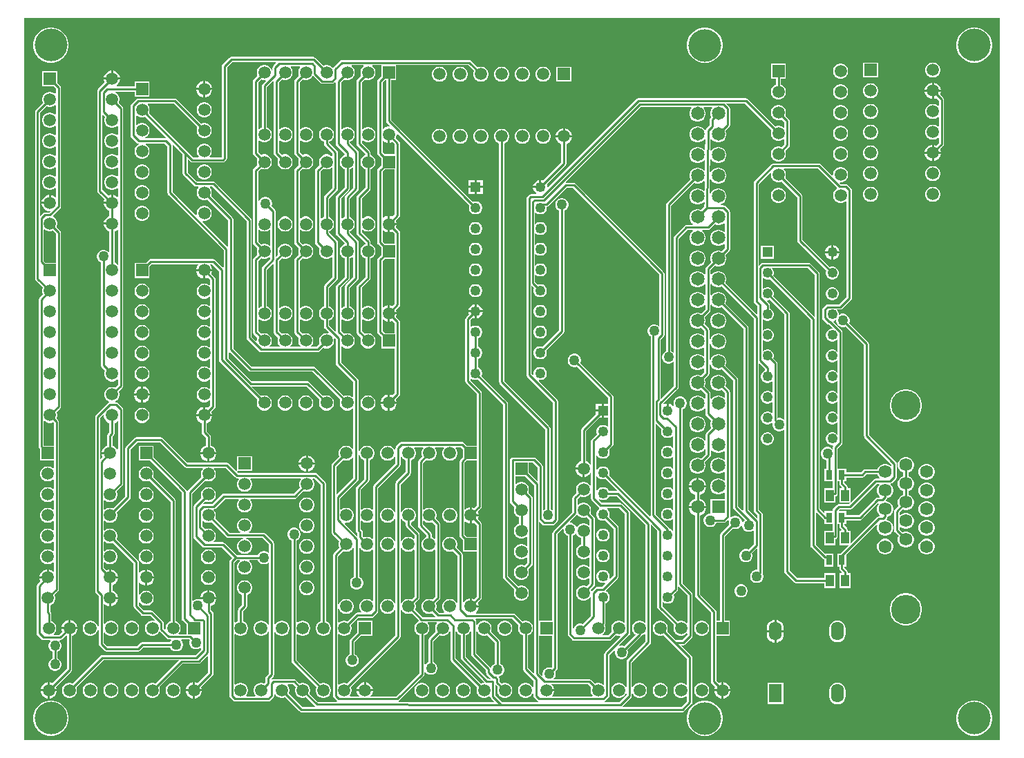
<source format=gtl>
%FSTAX23Y23*%
%MOIN*%
%SFA1B1*%

%IPPOS*%
%ADD10C,0.010000*%
%ADD18R,0.031500X0.049210*%
%ADD19R,0.041340X0.057090*%
%ADD28C,0.049210*%
%ADD29R,0.049210X0.049210*%
%ADD34O,0.062000X0.090000*%
%ADD35R,0.062000X0.090000*%
%ADD36C,0.157480*%
%ADD37C,0.059060*%
%ADD38R,0.059060X0.059060*%
%ADD39R,0.059060X0.059060*%
%ADD40C,0.062700*%
%ADD41C,0.141700*%
%ADD42C,0.064960*%
%ADD43R,0.064960X0.064960*%
%ADD44C,0.050000*%
%LN6502_vga-1*%
%LPD*%
G36*
X10117Y0129D02*
X05412D01*
Y04775*
X10117*
Y0129*
G37*
%LN6502_vga-2*%
%LPC*%
G36*
X10003Y0473D02*
X09986D01*
X09969Y04727*
X09954Y0472*
X0994Y04711*
X09928Y04699*
X09919Y04685*
X09912Y0467*
X09909Y04653*
Y04636*
X09912Y04619*
X09919Y04604*
X09928Y0459*
X0994Y04578*
X09954Y04569*
X09969Y04562*
X09986Y04559*
X10003*
X1002Y04562*
X10035Y04569*
X10049Y04578*
X10061Y0459*
X1007Y04604*
X10077Y04619*
X1008Y04636*
Y04653*
X10077Y0467*
X1007Y04685*
X10061Y04699*
X10049Y04711*
X10035Y0472*
X1002Y04727*
X10003Y0473*
G37*
G36*
X05548D02*
X05531D01*
X05514Y04727*
X05499Y0472*
X05485Y04711*
X05473Y04699*
X05464Y04685*
X05457Y0467*
X05454Y04653*
Y04636*
X05457Y04619*
X05464Y04604*
X05473Y0459*
X05485Y04578*
X05499Y04569*
X05514Y04562*
X05531Y04559*
X05548*
X05565Y04562*
X0558Y04569*
X05594Y04578*
X05606Y0459*
X05615Y04604*
X05622Y04619*
X05625Y04636*
Y04653*
X05622Y0467*
X05615Y04685*
X05606Y04699*
X05594Y04711*
X0558Y0472*
X05565Y04727*
X05548Y0473*
G37*
G36*
X08703Y0473D02*
X08686D01*
X08669Y04727*
X08654Y0472*
X0864Y04711*
X08628Y04699*
X08619Y04685*
X08612Y04669*
X08609Y04653*
Y04636*
X08612Y04619*
X08619Y04604*
X08628Y0459*
X0864Y04578*
X08654Y04569*
X08669Y04562*
X08686Y04559*
X08703*
X0872Y04562*
X08735Y04569*
X08749Y04578*
X08761Y0459*
X0877Y04604*
X08777Y04619*
X0878Y04636*
Y04653*
X08777Y04669*
X0877Y04685*
X08761Y04699*
X08749Y04711*
X08735Y0472*
X0872Y04727*
X08703Y0473*
G37*
G36*
X09799Y04561D02*
X0979D01*
X0978Y04559*
X09772Y04554*
X09765Y04547*
X0976Y04539*
X09758Y04529*
Y0452*
X0976Y0451*
X09765Y04502*
X09772Y04495*
X0978Y0449*
X0979Y04488*
X09799*
X09809Y0449*
X09817Y04495*
X09824Y04502*
X09829Y0451*
X09831Y0452*
Y04529*
X09829Y04539*
X09824Y04547*
X09817Y04554*
X09809Y04559*
X09799Y04561*
G37*
G36*
X09531D02*
X09458D01*
Y04488*
X09531*
Y04561*
G37*
G36*
X0584Y04522D02*
X0584D01*
Y04488*
X05874*
Y04488*
X05871Y04498*
X05866Y04507*
X05859Y04514*
X0585Y0452*
X0584Y04522*
G37*
G36*
X0583D02*
X05829D01*
X05819Y0452*
X0581Y04514*
X05803Y04507*
X05798Y04498*
X05795Y04488*
Y04488*
X0583*
Y04522*
G37*
G36*
X09354Y04556D02*
X09345D01*
X09335Y04554*
X09327Y04549*
X0932Y04542*
X09315Y04534*
X09313Y04524*
Y04515*
X09315Y04505*
X0932Y04497*
X09327Y0449*
X09335Y04485*
X09345Y04483*
X09354*
X09364Y04485*
X09372Y0449*
X09379Y04497*
X09384Y04505*
X09386Y04515*
Y04524*
X09384Y04534*
X09379Y04542*
X09372Y04549*
X09364Y04554*
X09354Y04556*
G37*
G36*
X08051Y04541D02*
X07978D01*
Y04468*
X08051*
Y04541*
G37*
G36*
X07919D02*
X0791D01*
X079Y04539*
X07892Y04534*
X07885Y04527*
X0788Y04519*
X07878Y04509*
Y045*
X0788Y0449*
X07885Y04482*
X07892Y04475*
X079Y0447*
X0791Y04468*
X07919*
X07929Y0447*
X07937Y04475*
X07944Y04482*
X07949Y0449*
X07951Y045*
Y04509*
X07949Y04519*
X07944Y04527*
X07937Y04534*
X07929Y04539*
X07919Y04541*
G37*
G36*
X07819D02*
X0781D01*
X078Y04539*
X07792Y04534*
X07785Y04527*
X0778Y04519*
X07778Y04509*
Y045*
X0778Y0449*
X07785Y04482*
X07792Y04475*
X078Y0447*
X0781Y04468*
X07819*
X07829Y0447*
X07837Y04475*
X07844Y04482*
X07849Y0449*
X07851Y045*
Y04509*
X07849Y04519*
X07844Y04527*
X07837Y04534*
X07829Y04539*
X07819Y04541*
G37*
G36*
X07719D02*
X0771D01*
X077Y04539*
X07692Y04534*
X07685Y04527*
X0768Y04519*
X07678Y04509*
Y045*
X0768Y0449*
X07685Y04482*
X07692Y04475*
X077Y0447*
X0771Y04468*
X07719*
X07729Y0447*
X07737Y04475*
X07744Y04482*
X07749Y0449*
X07751Y045*
Y04509*
X07749Y04519*
X07744Y04527*
X07737Y04534*
X07729Y04539*
X07719Y04541*
G37*
G36*
X06807Y04588D02*
X0641D01*
X06405Y04587*
X06401Y04584*
X06369Y04552*
X06366Y04548*
X06365Y04544*
Y04104*
X06364Y04103*
X06308*
X06306Y04108*
X06309Y0411*
X06314Y04119*
X06316Y04128*
Y04138*
X06314Y04147*
X06309Y04155*
X06302Y04162*
X06294Y04167*
X06284Y04169*
X06275*
X06265Y04167*
X06257Y04162*
X0625Y04155*
X06245Y04147*
X06243Y04138*
Y04128*
X06245Y04119*
X0625Y0411*
X06253Y04108*
X06251Y04103*
X06227*
X06197Y04132*
X06013Y04317*
X06014Y04319*
X06016Y04328*
Y04338*
X06014Y04347*
X06009Y04355*
X06007Y04357*
X06009Y04362*
X06133*
X06246Y04249*
X06245Y04247*
X06243Y04238*
Y04228*
X06245Y04219*
X0625Y0421*
X06257Y04204*
X06265Y04199*
X06275Y04196*
X06284*
X06294Y04199*
X06302Y04204*
X06309Y0421*
X06314Y04219*
X06316Y04228*
Y04238*
X06314Y04247*
X06309Y04255*
X06302Y04262*
X06294Y04267*
X06284Y04269*
X06275*
X06265Y04267*
X06264Y04266*
X06146Y04383*
X06143Y04386*
X06138Y04387*
X05961*
X05956Y04386*
X05952Y04383*
X05929Y0436*
X05926Y04356*
X05925Y04352*
Y04208*
X05926Y04203*
X05929Y04199*
X05954Y04174*
X05958Y04171*
X05962Y0417*
X05963Y04168*
X05963Y04165*
X05957Y04162*
X0595Y04155*
X05945Y04147*
X05943Y04138*
Y04128*
X05945Y04119*
X0595Y0411*
X05957Y04104*
X05965Y04099*
X05975Y04096*
X05984*
X05994Y04099*
X06002Y04104*
X06009Y0411*
X06014Y04119*
X06016Y04128*
Y04138*
X06014Y04147*
X06009Y04155*
X06002Y04162*
X05996Y04165*
X05998Y0417*
X06088*
X06102Y04156*
Y03932*
X06103Y03927*
X06106Y03923*
X06373Y03655*
Y03573*
X06368Y03571*
X06331Y03608*
X06327Y03611*
X06323Y03612*
X06021*
X06016Y03611*
X06013Y03608*
X05999Y03594*
X05943*
Y03521*
X06016*
Y03577*
X06026Y03587*
X06253*
X06248Y03582*
X06243Y03573*
X0624Y03563*
Y03563*
X06319*
Y03563*
X06316Y03573*
X06311Y03582*
X06306Y03587*
X06317*
X0635Y03554*
Y03125*
X06351Y0312*
X06354Y03116*
X06536Y02934*
X06535Y02932*
X06533Y02923*
Y02913*
X06535Y02904*
X0654Y02895*
X06547Y02889*
X06555Y02884*
X06565Y02881*
X06574*
X06584Y02884*
X06592Y02889*
X06599Y02895*
X06604Y02904*
X06606Y02913*
Y02923*
X06604Y02932*
X06599Y0294*
X06592Y02947*
X06584Y02952*
X06574Y02954*
X06565*
X06555Y02952*
X06554Y02951*
X06507Y02997*
X06773*
X06836Y02934*
X06835Y02932*
X06833Y02923*
Y02913*
X06835Y02904*
X0684Y02895*
X06847Y02889*
X06855Y02884*
X06865Y02881*
X06874*
X06884Y02884*
X06892Y02889*
X06899Y02895*
X06904Y02904*
X06906Y02913*
Y02923*
X06904Y02932*
X06899Y0294*
X06892Y02947*
X06884Y02952*
X06874Y02954*
X06865*
X06855Y02952*
X06854Y02951*
X06786Y03018*
X06783Y03021*
X06778Y03022*
X06509*
X06398Y03133*
Y03161*
X06403Y03163*
X06494Y03072*
X06498Y03069*
X06503Y03068*
X06802*
X06936Y02934*
X06935Y02932*
X06933Y02923*
Y02913*
X06935Y02904*
X0694Y02895*
X06947Y02889*
X06955Y02884*
X06965Y02881*
X06974*
X06984Y02884*
X06992Y02889*
X06994Y02891*
X06999Y02889*
Y02697*
X06994Y02696*
X06994Y02697*
X06987Y02704*
X06979Y02709*
X06969Y02711*
X0696*
X0695Y02709*
X06942Y02704*
X06935Y02697*
X0693Y02689*
X06928Y02679*
Y0267*
X0693Y0266*
X06931Y02659*
X06897Y02625*
X06895Y02621*
X06894Y02616*
Y02293*
X06895Y02288*
X06897Y02284*
X06931Y0225*
X0693Y02249*
X06928Y02239*
Y0223*
X0693Y0222*
X06931Y02219*
X06904Y02191*
X06901Y02187*
X069Y02183*
Y01504*
X06901Y01499*
X06904Y01495*
X0692Y01479*
X0692Y01479*
X06919Y01474*
X06828Y01474*
X06788Y01514*
X06789Y01515*
X06791Y01525*
Y01534*
X06789Y01544*
X06784Y01552*
X06777Y01559*
X06769Y01564*
X06759Y01566*
X0675*
X0674Y01564*
X06739Y01563*
X06721Y0158*
X06717Y01583*
X06713Y01584*
X06613*
X06608Y01583*
X06606Y01583*
X06604Y01585*
X06603Y01587*
X06613Y01596*
X06616Y016*
X06617Y01605*
Y01812*
X06622Y01813*
X06625Y01807*
X06632Y018*
X0664Y01795*
X0665Y01793*
X06659*
X06669Y01795*
X06677Y018*
X06684Y01807*
X06689Y01815*
X06691Y01825*
Y01834*
X06689Y01844*
X06684Y01852*
X06677Y01859*
X06669Y01864*
X06659Y01866*
X0665*
X0664Y01864*
X06632Y01859*
X06625Y01852*
X06622Y01846*
X06617Y01847*
Y0224*
X06616Y02244*
X06613Y02248*
X06575Y02286*
X06571Y02289*
X06566Y0229*
X06497*
X06496Y02295*
X06497Y02295*
X06504Y02302*
X06509Y0231*
X06511Y0232*
Y02329*
X06509Y02339*
X06504Y02347*
X06497Y02354*
X06489Y02359*
X06479Y02361*
X0647*
X0646Y02359*
X06452Y02354*
X06445Y02347*
X0644Y02339*
X06438Y02329*
Y0232*
X0644Y0231*
X06445Y02302*
X06452Y02295*
X06453Y02295*
X06452Y0229*
X06402*
X06333Y02359*
X06334Y0236*
X06336Y0237*
Y02379*
X06334Y02389*
X06329Y02397*
X06326Y02399*
X06328Y02405*
X06329Y02405*
X06333Y02407*
X0638Y02454*
X06446*
X06448Y02449*
X06445Y02447*
X0644Y02439*
X06438Y02429*
Y0242*
X0644Y0241*
X06445Y02402*
X06452Y02395*
X0646Y0239*
X0647Y02388*
X06479*
X06489Y0239*
X06497Y02395*
X06504Y02402*
X06509Y0241*
X06511Y0242*
Y02429*
X06509Y02439*
X06504Y02447*
X06501Y02449*
X06503Y02454*
X06717*
X06721Y02455*
X06725Y02458*
X06759Y02491*
X0676Y0249*
X0677Y02488*
X06779*
X06789Y0249*
X06797Y02495*
X06804Y02502*
X06809Y0251*
X06811Y0252*
Y02529*
X06809Y02539*
X06804Y02547*
X06801Y02549*
X06803Y02554*
X0681*
X06842Y02522*
Y01864*
X0684Y01864*
X06832Y01859*
X06825Y01852*
X0682Y01844*
X06818Y01834*
Y01825*
X0682Y01815*
X06825Y01807*
X06832Y018*
X0684Y01795*
X0685Y01793*
X06859*
X06869Y01795*
X06877Y018*
X06884Y01807*
X06889Y01815*
X06891Y01825*
Y01834*
X06889Y01844*
X06884Y01852*
X06877Y01859*
X06869Y01864*
X06867Y01864*
Y02528*
X06866Y02532*
X06863Y02536*
X06824Y02575*
X0682Y02578*
X06816Y02579*
X06443*
X06438Y02583*
X0644Y02588*
X06442*
X06511*
Y02661*
X06438*
Y02592*
Y0259*
X06433Y02588*
X06396Y02625*
X06392Y02628*
X06388Y02629*
X06199*
X06079Y02748*
X06075Y02751*
X06071Y02752*
X05952*
X05947Y02751*
X05943Y02748*
X05903Y02708*
X059Y02704*
X05899Y027*
Y02467*
X0584Y02408*
X05839Y02409*
X05829Y02411*
X0582*
X0581Y02409*
X05802Y02404*
X058Y02401*
X05795Y02403*
Y02446*
X058Y02448*
X05802Y02445*
X0581Y0244*
X0582Y02438*
X05829*
X05839Y0244*
X05847Y02445*
X05854Y02452*
X05859Y0246*
X05861Y0247*
Y02479*
X05859Y02489*
X05858Y0249*
X05885Y02518*
X05888Y02522*
X05889Y02527*
Y02887*
X05888Y02891*
X05885Y02895*
X05864Y02916*
X0586Y02919*
X05856Y0292*
X05852*
X0585Y02925*
X05857Y02929*
X05864Y02935*
X05869Y02944*
X05871Y02953*
Y02963*
X05869Y02972*
X05868Y02974*
X05885Y02991*
X05888Y02995*
X05889Y03*
Y04341*
X05888Y04346*
X05885Y04349*
X05868Y04367*
X05869Y04369*
X05871Y04378*
Y04388*
X05869Y04397*
X05864Y04405*
X05857Y04412*
X05851Y04416*
X05852Y04421*
X05943*
Y04396*
X06016*
Y04469*
X05943*
Y04445*
X05858*
X05857Y0445*
X05859Y04451*
X05866Y04459*
X05871Y04468*
X05874Y04478*
Y04478*
X05795*
Y04478*
X05798Y04468*
X05799Y04465*
X05767Y04433*
X05765Y04429*
X05764Y04424*
Y03941*
X05765Y03937*
X05767Y03933*
X05799Y03901*
X05798Y03898*
X05795Y03888*
Y03888*
X0583*
Y03922*
X05829*
X05819Y0392*
X05817Y03918*
X05788Y03946*
Y04312*
X05801Y04299*
X058Y04297*
X05798Y04288*
Y04278*
X058Y04269*
X05805Y0426*
X05812Y04254*
X0582Y04249*
X0583Y04246*
X05839*
X05849Y04249*
X05857Y04254*
X05859Y04256*
X05864Y04254*
Y04212*
X05859Y0421*
X05857Y04212*
X05849Y04217*
X05839Y04219*
X0583*
X0582Y04217*
X05812Y04212*
X05805Y04205*
X058Y04197*
X05798Y04188*
Y04178*
X058Y04169*
X05805Y0416*
X05812Y04154*
X0582Y04149*
X0583Y04146*
X05839*
X05849Y04149*
X05857Y04154*
X05859Y04156*
X05864Y04154*
Y04112*
X05859Y0411*
X05857Y04112*
X05849Y04117*
X05839Y04119*
X0583*
X0582Y04117*
X05812Y04112*
X05805Y04105*
X058Y04097*
X05798Y04088*
Y04078*
X058Y04069*
X05805Y0406*
X05812Y04054*
X0582Y04049*
X0583Y04046*
X05839*
X05849Y04049*
X05857Y04054*
X05859Y04056*
X05864Y04054*
Y04012*
X05859Y0401*
X05857Y04012*
X05849Y04017*
X05839Y04019*
X0583*
X0582Y04017*
X05812Y04012*
X05805Y04005*
X058Y03997*
X05798Y03988*
Y03978*
X058Y03969*
X05805Y0396*
X05812Y03954*
X0582Y03949*
X0583Y03946*
X05839*
X05849Y03949*
X05857Y03954*
X05859Y03956*
X05864Y03954*
Y03909*
X05859Y03914*
X0585Y0392*
X0584Y03922*
X0584*
Y03883*
X05835*
Y03878*
X05795*
Y03878*
X05798Y03868*
X05803Y03859*
X0581Y03851*
X05819Y03846*
X05822Y03845*
Y0382*
X05819Y0382*
X0581Y03814*
X05803Y03807*
X05798Y03798*
X05795Y03788*
Y03788*
X05835*
Y03778*
X05795*
Y03778*
X05798Y03768*
X05803Y03759*
X0581Y03751*
X05819Y03746*
X05822Y03745*
Y03648*
X0582Y03646*
X05817Y03645*
X05817Y03645*
X05812Y0365*
X05805Y03654*
X05797Y03657*
X05788*
X0578Y03654*
X05773Y0365*
X05767Y03644*
X05763Y03637*
X05761Y03629*
Y0362*
X05763Y03612*
X05767Y03605*
X05773Y03599*
X0578Y03595*
X0578Y03595*
Y031*
X05781Y03095*
X05784Y03091*
X05801Y03074*
X058Y03072*
X05798Y03063*
Y03053*
X058Y03044*
X05805Y03035*
X05812Y03029*
X0582Y03024*
X0583Y03021*
X05839*
X05849Y03024*
X05857Y03029*
X05859Y03031*
X05864Y03029*
Y03005*
X0585Y02991*
X05849Y02992*
X05839Y02994*
X0583*
X0582Y02992*
X05812Y02987*
X05805Y0298*
X058Y02972*
X05798Y02963*
Y02953*
X058Y02944*
X05805Y02935*
X05812Y02929*
X0582Y02924*
X0582Y02922*
X05819Y02919*
X05819Y02919*
X05815Y02916*
X05757Y02858*
X05754Y02854*
X05753Y0285*
Y02008*
X05754Y02003*
X05757Y01999*
X0577Y01985*
Y01838*
X05765Y01837*
X05764Y01844*
X05759Y01852*
X05752Y01859*
X05744Y01864*
X05734Y01866*
X05725*
X05715Y01864*
X05707Y01859*
X057Y01852*
X05695Y01844*
X05693Y01834*
Y01825*
X05695Y01815*
X057Y01807*
X05707Y018*
X05715Y01795*
X05725Y01793*
X05734*
X05744Y01795*
X05752Y018*
X05759Y01807*
X05764Y01815*
X05765Y01822*
X0577Y01821*
Y01754*
X05771Y01749*
X05774Y01745*
X05798Y01721*
X05802Y01718*
X05807Y01717*
X0596*
X05965Y01718*
X05969Y01721*
X05985Y01737*
X06115*
X06115Y01737*
X06119Y0173*
X06125Y01724*
X06132Y0172*
X0614Y01718*
X06149*
X06157Y0172*
X06164Y01724*
X0617Y0173*
X06174Y01737*
X06177Y01745*
Y01754*
X06174Y01762*
X0617Y01769*
X06169Y0177*
X06171Y01775*
X06206*
X0621Y01772*
X0621Y01772*
X06208Y01764*
Y01755*
X0621Y01747*
X06214Y0174*
X0622Y01734*
X06227Y0173*
X06235Y01728*
X06244*
X06252Y0173*
X06259Y01734*
X06265Y0174*
Y01727*
X06237Y017*
X05787*
X05783Y01699*
X05779Y01696*
X05645Y01563*
X05644Y01564*
X05634Y01566*
X05625*
X05615Y01564*
X05607Y01559*
X056Y01552*
X05595Y01544*
X05593Y01534*
Y01525*
X05595Y01515*
X056Y01507*
X05607Y015*
X05615Y01495*
X05625Y01493*
X05634*
X05644Y01495*
X05652Y015*
X05659Y01507*
X05664Y01515*
X05666Y01525*
Y01534*
X05664Y01544*
X05663Y01545*
X05793Y01675*
X06158*
X06045Y01563*
X06044Y01564*
X06034Y01566*
X06025*
X06015Y01564*
X06007Y01559*
X06Y01552*
X05995Y01544*
X05993Y01534*
Y01525*
X05995Y01515*
X06Y01507*
X06007Y015*
X06015Y01495*
X06025Y01493*
X06034*
X06044Y01495*
X06052Y015*
X06059Y01507*
X06064Y01515*
X06066Y01525*
Y01534*
X06064Y01544*
X06063Y01545*
X06175Y01658*
X06253*
X06257Y01659*
X06261Y01661*
X06299Y01699*
Y01616*
X06247Y01565*
X06245Y01566*
X06235Y01569*
X06235*
Y01535*
X06269*
Y01535*
X06266Y01545*
X06265Y01547*
X0632Y01603*
X06323Y01607*
X06323Y01611*
Y01899*
X06323Y01904*
X0632Y01908*
X06312Y01916*
Y01937*
X06315Y01938*
X06324Y01943*
X06331Y0195*
X06336Y01959*
X06339Y01969*
Y0197*
X06257*
X06256Y01968*
X06255Y01968*
X06251Y0197*
X06242*
X06234Y01967*
X06227Y01963*
X06222Y01958*
Y02479*
X06284Y02541*
X06285Y0254*
X06295Y02538*
X06304*
X06314Y0254*
X06322Y02545*
X06329Y02552*
X06334Y0256*
X06336Y0257*
Y02579*
X06334Y02589*
X06329Y02597*
X06326Y02599*
X06328Y02604*
X06382*
X06429Y02558*
X06433Y02555*
X06438Y02554*
X06446*
X06448Y02549*
X06445Y02547*
X0644Y02539*
X06438Y02529*
Y0252*
X0644Y0251*
X06445Y02502*
X06452Y02495*
X0646Y0249*
X0647Y02488*
X06479*
X06489Y0249*
X06497Y02495*
X06504Y02502*
X06509Y0251*
X06511Y0252*
Y02529*
X06509Y02539*
X06504Y02547*
X06501Y02549*
X06503Y02554*
X06746*
X06748Y02549*
X06745Y02547*
X0674Y02539*
X06738Y02529*
Y0252*
X0674Y0251*
X06741Y02509*
X06711Y02479*
X06375*
X0637Y02478*
X06366Y02475*
X06319Y02428*
X06278*
X06276Y02433*
X06284Y02441*
X06285Y0244*
X06295Y02438*
X06304*
X06314Y0244*
X06322Y02445*
X06329Y02452*
X06334Y0246*
X06336Y0247*
Y02479*
X06334Y02489*
X06329Y02497*
X06322Y02504*
X06314Y02509*
X06304Y02511*
X06295*
X06285Y02509*
X06277Y02504*
X0627Y02497*
X06265Y02489*
X06263Y02479*
Y0247*
X06265Y0246*
X06266Y02459*
X06232Y02424*
X06229Y0242*
X06228Y02416*
Y02272*
X06229Y02267*
X06232Y02263*
X06271Y02224*
X06275Y02221*
X0628Y0222*
X06365*
X06415Y02171*
X06404Y0216*
X06401Y02156*
X064Y02152*
Y01504*
X06401Y01499*
X06404Y01495*
X0642Y01479*
X06424Y01476*
X06429Y01475*
X06589*
X06593Y01476*
X06597Y01479*
X06613Y01495*
X06616Y01499*
X06617Y01504*
Y01512*
X06622Y01513*
X06625Y01507*
X06632Y015*
X0664Y01495*
X0665Y01493*
X06659*
X06669Y01495*
X0667Y01496*
X06739Y01428*
X06743Y01425*
X06748Y01424*
X08587*
X08591Y01425*
X08595Y01428*
X0863Y01463*
X08633Y01467*
X08634Y01472*
Y01688*
X08633Y01692*
X0863Y01696*
X08579Y01747*
X08592*
X08596Y01748*
X086Y01751*
X08632Y01783*
X08635Y01787*
X08636Y01792*
Y01994*
X08635Y01998*
X08632Y02002*
X08588Y02047*
Y02887*
X08588Y02887*
X08595Y02891*
X08601Y02897*
X08605Y02904*
X08608Y02912*
Y02921*
X08605Y02929*
X08601Y02936*
X08595Y02942*
X08588Y02946*
X0858Y02949*
X08571*
X08563Y02946*
X08556Y02942*
X0855Y02936*
X08546Y02929*
X08544Y02921*
Y02912*
X08545Y02906*
X08541Y02904*
X08537Y02907*
X08529Y02912*
X08521Y02914*
Y0288*
X08511*
Y02914*
X08502Y02912*
X08501Y02911*
X08495Y02913*
X08495Y02915*
X08565Y02985*
X08568Y02989*
X08569Y02993*
Y0371*
X08611Y03752*
X08636*
X08637Y03747*
X08635Y03746*
X08628Y03739*
X08623Y0373*
X0862Y0372*
Y03709*
X08623Y03699*
X08628Y0369*
X08635Y03683*
X08644Y03678*
X08654Y03675*
X08665*
X08675Y03678*
X08684Y03683*
X08691Y0369*
X08696Y03699*
X08699Y03709*
Y0372*
X08696Y0373*
X08691Y03739*
X08684Y03746*
X08682Y03747*
X08683Y03752*
X0871*
X08714Y03753*
X08718Y03756*
X08742Y03779*
X08744Y03778*
X08754Y03775*
X08765*
X08775Y03778*
X08784Y03783*
X08787Y03786*
X08792Y03784*
Y03745*
X08787Y03743*
X08784Y03746*
X08775Y03751*
X08765Y03754*
X08754*
X08744Y03751*
X08735Y03746*
X08728Y03739*
X08723Y0373*
X0872Y0372*
Y03709*
X08723Y03699*
X08728Y0369*
X08735Y03683*
X08744Y03678*
X08754Y03675*
X08765*
X08775Y03678*
X08784Y03683*
X08787Y03686*
X08792Y03684*
Y03665*
X08777Y0365*
X08775Y03651*
X08765Y03654*
X08754*
X08744Y03651*
X08735Y03646*
X08728Y03639*
X08723Y0363*
X0872Y0362*
Y03609*
X08723Y03599*
X08724Y03597*
X08701Y03573*
X08698Y03569*
X08697Y03565*
Y03538*
X08692Y03537*
X08691Y03539*
X08684Y03546*
X08675Y03551*
X08665Y03554*
X08654*
X08644Y03551*
X08635Y03546*
X08628Y03539*
X08623Y0353*
X0862Y0352*
Y03509*
X08623Y03499*
X08628Y0349*
X08635Y03483*
X08644Y03478*
X08654Y03475*
X08665*
X08675Y03478*
X08684Y03483*
X08691Y0349*
X08692Y03492*
X08697Y03491*
Y03438*
X08692Y03437*
X08691Y03439*
X08684Y03446*
X08675Y03451*
X08665Y03454*
X08654*
X08644Y03451*
X08635Y03446*
X08628Y03439*
X08623Y0343*
X0862Y0342*
Y03409*
X08623Y03399*
X08628Y0339*
X08635Y03383*
X08644Y03378*
X08654Y03375*
X08665*
X08675Y03378*
X08684Y03383*
X08691Y0339*
X08692Y03392*
X08697Y03391*
Y0337*
X08677Y0335*
X08675Y03351*
X08665Y03354*
X08654*
X08644Y03351*
X08635Y03346*
X08628Y03339*
X08623Y0333*
X0862Y0332*
Y03309*
X08623Y03299*
X08628Y0329*
X08635Y03283*
X08644Y03278*
X08654Y03275*
X08665*
X08675Y03278*
X08677Y03279*
X08692Y03264*
Y03245*
X08687Y03243*
X08684Y03246*
X08675Y03251*
X08665Y03254*
X08654*
X08644Y03251*
X08635Y03246*
X08628Y03239*
X08623Y0323*
X0862Y0322*
Y03209*
X08623Y03199*
X08628Y0319*
X08635Y03183*
X08644Y03178*
X08654Y03175*
X08665*
X08675Y03178*
X08684Y03183*
X08687Y03186*
X08692Y03184*
Y03145*
X08687Y03143*
X08684Y03146*
X08675Y03151*
X08665Y03154*
X08654*
X08644Y03151*
X08635Y03146*
X08628Y03139*
X08623Y0313*
X0862Y0312*
Y03109*
X08623Y03099*
X08628Y0309*
X08635Y03083*
X08644Y03078*
X08654Y03075*
X08665*
X08675Y03078*
X08684Y03083*
X08687Y03086*
X08692Y03084*
Y03065*
X08677Y0305*
X08675Y03051*
X08665Y03054*
X08654*
X08644Y03051*
X08635Y03046*
X08628Y03039*
X08623Y0303*
X0862Y0302*
Y03009*
X08623Y02999*
X08628Y0299*
X08635Y02983*
X08644Y02978*
X08654Y02975*
X08665*
X08675Y02978*
X08677Y02979*
X08697Y02959*
Y02938*
X08692Y02937*
X08691Y02939*
X08684Y02946*
X08675Y02951*
X08665Y02954*
X08654*
X08644Y02951*
X08635Y02946*
X08628Y02939*
X08623Y0293*
X0862Y0292*
Y02909*
X08623Y02899*
X08628Y0289*
X08635Y02883*
X08644Y02878*
X08654Y02875*
X08665*
X08675Y02878*
X08684Y02883*
X08691Y0289*
X08692Y02892*
X08697Y02891*
Y02865*
X08698Y0286*
X08701Y02856*
X08724Y02832*
X08723Y0283*
X0872Y0282*
Y02809*
X08723Y02799*
X08724Y02797*
X08703Y02775*
X087Y02771*
X08699Y02766*
Y02735*
X08694Y02734*
X08691Y02739*
X08684Y02746*
X08675Y02751*
X08665Y02754*
X08654*
X08644Y02751*
X08635Y02746*
X08628Y02739*
X08623Y0273*
X0862Y0272*
Y02709*
X08623Y02699*
X08628Y0269*
X08635Y02683*
X08644Y02678*
X08654Y02675*
X08665*
X08675Y02678*
X08684Y02683*
X08691Y0269*
X08694Y02695*
X08699Y02694*
Y02671*
X08677Y0265*
X08675Y02651*
X08665Y02654*
X08654*
X08644Y02651*
X08635Y02646*
X08628Y02639*
X08623Y0263*
X0862Y0262*
Y02609*
X08623Y02599*
X08628Y0259*
X08635Y02583*
X08644Y02578*
X08654Y02575*
X08665*
X08675Y02578*
X08684Y02583*
X08691Y0259*
X08696Y02599*
X08699Y02609*
Y0262*
X08696Y0263*
X08695Y02632*
X0872Y02658*
X08723Y02662*
X08723Y02666*
Y02686*
X08727Y0269*
X08728Y0269*
X08729Y0269*
X08731Y02687*
X08735Y02683*
X08744Y02678*
X08754Y02675*
X08765*
X08775Y02678*
X08784Y02683*
X08787Y02686*
X08792Y02684*
Y02645*
X08787Y02643*
X08784Y02646*
X08775Y02651*
X08765Y02654*
X08754*
X08744Y02651*
X08735Y02646*
X08728Y02639*
X08723Y0263*
X0872Y0262*
Y02609*
X08723Y02599*
X08728Y0259*
X08735Y02583*
X08744Y02578*
X08754Y02575*
X08765*
X08775Y02578*
X08784Y02583*
X08787Y02586*
X08792Y02584*
Y02545*
X08787Y02543*
X08784Y02546*
X08775Y02551*
X08765Y02554*
X08754*
X08744Y02551*
X08735Y02546*
X08728Y02539*
X08723Y0253*
X0872Y0252*
Y02509*
X08723Y02499*
X08728Y0249*
X08735Y02483*
X08744Y02478*
X08754Y02475*
X08765*
X08775Y02478*
X08784Y02483*
X08787Y02486*
X08792Y02484*
Y02454*
X0872*
Y02383*
X08716*
X08708Y0238*
X08701Y02376*
X08695Y0237*
X08691Y02363*
X08689Y02355*
Y02346*
X08691Y02338*
X08695Y02331*
X08701Y02325*
X08708Y02321*
X08716Y02319*
X08725*
X08733Y02321*
X0874Y02325*
X08746Y02331*
X0875Y02338*
X0875Y02338*
X08788*
X08792Y02339*
X08796Y02342*
X08806Y02352*
X08811Y02349*
X0881Y02345*
Y02336*
X08812Y02328*
X08812Y02328*
X08771Y02287*
X08768Y02283*
X08767Y02279*
Y01866*
X0875*
Y01911*
X08749Y01915*
X08746Y01919*
X08672Y01994*
Y02374*
X08676Y02375*
X08686Y02381*
X08693Y02388*
X08699Y02398*
X08702Y02409*
Y0241*
X0866*
X08617*
Y02409*
X0862Y02398*
X08626Y02388*
X08633Y02381*
X08643Y02375*
X08647Y02374*
Y01989*
X08648Y01984*
X08651Y0198*
X08725Y01905*
Y01572*
X08726Y01567*
X08729Y01563*
X08744Y01547*
X08743Y01545*
X0874Y01535*
Y01535*
X08775*
Y01569*
X08774*
X08764Y01566*
X08762Y01565*
X0875Y01577*
Y01793*
X08816*
Y01866*
X08792*
Y02273*
X08829Y02311*
X08829Y02311*
X08837Y02309*
X08846*
X08854Y02311*
X08861Y02315*
X08867Y02321*
X0887Y02325*
X08875Y02324*
Y02322*
X08877Y02314*
X08881Y02307*
X08887Y02301*
X08894Y02297*
X08902Y02295*
X08911*
X08919Y02297*
X08926Y02301*
X08931Y02306*
Y02236*
X08905Y02209*
X08905Y02209*
X08897Y02212*
X08888*
X0888Y02209*
X08873Y02205*
X08867Y02199*
X08863Y02192*
X08861Y02184*
Y02175*
X08863Y02167*
X08867Y0216*
X08873Y02154*
X0888Y0215*
X08888Y02148*
X08897*
X08905Y0215*
X08912Y02154*
X08918Y0216*
X08922Y02167*
X08925Y02175*
Y02184*
X08922Y02192*
X08922Y02192*
X08948Y02218*
Y02112*
X08941*
X08933Y02109*
X08926Y02105*
X0892Y02099*
X08916Y02092*
X08914Y02084*
Y02075*
X08916Y02067*
X0892Y0206*
X08926Y02054*
X08933Y0205*
X08941Y02048*
X0895*
X08958Y0205*
X08965Y02054*
X08971Y0206*
X08975Y02067*
X08978Y02075*
Y02084*
X08975Y02092*
X08973Y02096*
Y02381*
X08972Y02385*
X08969Y02389*
X08956Y02403*
Y03111*
X08985Y03082*
Y03074*
X08977Y0307*
X08972Y03064*
X08967Y03057*
X08965Y03049*
Y0304*
X08967Y03032*
X08972Y03025*
X08977Y03019*
X08985Y03015*
X08993Y03013*
X09001*
X09009Y03015*
X09016Y03019*
X09021Y03024*
Y02965*
X09016Y0297*
X09009Y02974*
X09001Y02976*
X08993*
X08985Y02974*
X08977Y0297*
X08972Y02964*
X08967Y02957*
X08965Y02949*
Y0294*
X08967Y02932*
X08972Y02925*
X08977Y02919*
X08985Y02915*
X08993Y02913*
X09001*
X09009Y02915*
X09016Y02919*
X09021Y02924*
Y02865*
X09016Y0287*
X09009Y02874*
X09001Y02876*
X08993*
X08985Y02874*
X08977Y0287*
X08972Y02864*
X08967Y02857*
X08965Y02849*
Y0284*
X08967Y02832*
X08972Y02825*
X08977Y02819*
X08985Y02815*
X08993Y02813*
X09001*
X09009Y02815*
X09016Y02819*
X09017Y0282*
X09022Y02818*
X09022Y02817*
Y02808*
X09024Y028*
X09028Y02793*
X09034Y02787*
X09041Y02783*
X09049Y02781*
X09058*
X09066Y02783*
X09073Y02787*
X09078Y02792*
Y02103*
X09079Y02099*
X09082Y02095*
X09126Y02051*
X0913Y02048*
X09135Y02047*
X0927*
Y02024*
X09326*
Y02095*
X0927*
Y02072*
X0914*
X09103Y02109*
Y03351*
X09102Y03356*
X09099Y0336*
X09026Y03432*
X09029Y0344*
Y03449*
X09026Y03457*
X09022Y03464*
X09016Y0347*
X09009Y03474*
X09001Y03476*
X08993*
X08985Y03474*
X08977Y0347*
X08973Y03465*
Y03524*
X08977Y03519*
X08985Y03515*
X08993Y03513*
X09001*
X09009Y03515*
X09205Y03319*
Y02229*
X09206Y02224*
X09209Y0222*
X09264Y02165*
X09268Y02162*
X0927Y02162*
Y02127*
X09316*
Y0219*
X09273*
X0923Y02234*
Y02392*
X09267Y02355*
X0927Y02352*
Y02332*
X09311*
Y02301*
X0927*
Y0223*
X09326*
Y02261*
X09328Y02261*
X09332Y02264*
X09335Y02268*
X09336Y02273*
Y02332*
X09344*
Y02321*
X09345Y02317*
X09348Y02313*
X09355Y02306*
X09352Y02301*
X09343*
Y0223*
X09389*
X0935Y0219*
X09333*
Y02127*
X09344*
Y02116*
X09345Y02112*
X09348Y02108*
X09355Y021*
X09353Y02095*
X09343*
Y02024*
X09399*
Y02095*
X09383*
Y02102*
X09382Y02106*
X0938Y0211*
X09368Y02121*
Y02127*
X09379*
Y02185*
X09524Y02329*
X09528Y02327*
X09526Y0232*
Y02309*
X09529Y023*
X09534Y02291*
X09541Y02284*
X0955Y02279*
X09559Y02276*
X0957*
X09579Y02279*
X09588Y02284*
X09595Y02291*
X096Y023*
X09603Y02309*
Y0232*
X096Y02329*
X09595Y02338*
X09588Y02345*
X09579Y0235*
X09573Y02352*
X09572Y02357*
X09573Y02359*
X09576Y02363*
X09577Y02368*
Y02368*
X09579Y02369*
X09588Y02374*
X09595Y02381*
X096Y0239*
X09603Y02399*
Y0241*
X096Y02419*
X09595Y02428*
X09588Y02435*
X09579Y0244*
X09574Y02442*
X0957Y02443*
X09569Y02444*
X09569Y02445*
X09569Y02449*
X09573Y02453*
X09576Y02457*
X09576Y02458*
X09579Y02459*
X09588Y02464*
X09595Y02471*
X096Y0248*
X09603Y02489*
Y025*
X096Y02509*
X09595Y02518*
X09591Y02523*
X09592Y02528*
X09593Y02528*
X09597Y02531*
X09617Y02551*
X0962Y02555*
X09621Y0256*
Y02624*
X0962Y02628*
X09617Y02632*
X09487Y02763*
Y03202*
X09486Y03206*
X09483Y0321*
X0939Y03303*
X0939Y03303*
X09393Y03311*
Y0332*
X0939Y03328*
X09386Y03335*
X0938Y03341*
X09373Y03345*
X09365Y03348*
X09356*
X09348Y03345*
X09341Y03341*
Y03349*
X09339Y03357*
X09335Y03364*
X0933Y03369*
X09349*
X09354Y0337*
X09358Y03372*
X094Y03415*
X09403Y03419*
X09404Y03424*
Y03946*
X09403Y0395*
X094Y03954*
X09384Y0397*
X0938Y03973*
X09376Y03974*
X09351*
X09346Y03978*
X09348Y03983*
X09354*
X09364Y03985*
X09372Y0399*
X09379Y03997*
X09384Y04005*
X09386Y04015*
Y04024*
X09384Y04034*
X09379Y04042*
X09372Y04049*
X09364Y04054*
X09354Y04056*
X09345*
X09335Y04054*
X09327Y04049*
X0932Y04042*
X09315Y04034*
X09313Y04024*
Y04018*
X09308Y04016*
X09254Y0407*
X0925Y04073*
X09246Y04074*
X09026*
X09021Y04073*
X09017Y0407*
X08935Y03988*
X08932Y03984*
X08931Y03979*
Y03408*
X08932Y03403*
X08935Y03399*
X08948Y03386*
Y03343*
X08795Y03497*
X08796Y03499*
X08799Y03509*
Y0352*
X08796Y0353*
X08791Y03539*
X08784Y03546*
X08775Y03551*
X08765Y03554*
X08754*
X08744Y03551*
X08735Y03546*
X08728Y03539*
X08727Y03537*
X08722Y03538*
Y03559*
X08742Y03579*
X08744Y03578*
X08754Y03575*
X08765*
X08775Y03578*
X08784Y03583*
X08791Y0359*
X08796Y03599*
X08799Y03609*
Y0362*
X08796Y0363*
X08795Y03632*
X08813Y03651*
X08816Y03655*
X08817Y0366*
Y0384*
X08816Y03844*
X08813Y03848*
X08793Y03868*
X08789Y03871*
X08785Y03872*
X08772*
X08771Y03877*
X08775Y03878*
X08784Y03883*
X08791Y0389*
X08796Y03899*
X08799Y03909*
Y0392*
X08796Y0393*
X08791Y03939*
X08784Y03946*
X08775Y03951*
X08765Y03954*
X08754*
X08744Y03951*
X08735Y03946*
X08728Y03939*
X08723Y0393*
X08723Y0393*
X08718Y0393*
X08719Y03996*
X08724Y03998*
X08728Y0399*
X08735Y03983*
X08744Y03978*
X08754Y03975*
X08765*
X08775Y03978*
X08784Y03983*
X08791Y0399*
X08796Y03999*
X08799Y04009*
Y0402*
X08796Y0403*
X08791Y04039*
X08784Y04046*
X08775Y04051*
X08765Y04054*
X08754*
X08744Y04051*
X08735Y04046*
X08728Y04039*
X08724Y04032*
X08719Y04033*
X0872Y0409*
X08721Y04095*
X08722Y04095*
X08723Y04095*
X08724Y04095*
X08725Y04095*
X08725Y04095*
X08725Y04095*
X08725Y04095*
X08728Y0409*
X08735Y04083*
X08744Y04078*
X08754Y04075*
X08765*
X08775Y04078*
X08784Y04083*
X08791Y0409*
X08796Y04099*
X08799Y04109*
Y0412*
X08796Y0413*
X08791Y04139*
X08784Y04146*
X08775Y04151*
X08765Y04154*
X08754*
X08744Y04151*
X08735Y04146*
X08728Y04139*
X08725Y04134*
X0872Y04136*
X08721Y04192*
X08726Y04193*
X08728Y0419*
X08735Y04183*
X08744Y04178*
X08754Y04175*
X08765*
X08775Y04178*
X08784Y04183*
X08791Y0419*
X08796Y04199*
X08799Y04209*
Y0422*
X08796Y0423*
X08795Y04232*
X08813Y04251*
X08816Y04255*
X08817Y0426*
Y04338*
X08816Y04343*
X08813Y04347*
X08796Y04364*
X08888*
X09016Y04235*
X09015Y04234*
X09013Y04224*
Y04215*
X09015Y04205*
X0902Y04197*
X09027Y0419*
X09035Y04185*
X09045Y04183*
X09054*
X09064Y04185*
X09072Y0419*
X09074Y04193*
X09079Y04191*
Y04167*
X09065Y04153*
X09064Y04154*
X09054Y04156*
X09045*
X09035Y04154*
X09027Y04149*
X0902Y04142*
X09015Y04134*
X09013Y04124*
Y04115*
X09015Y04105*
X0902Y04097*
X09027Y0409*
X09035Y04085*
X09045Y04083*
X09054*
X09064Y04085*
X09072Y0409*
X09079Y04097*
X09084Y04105*
X09086Y04115*
Y04124*
X09084Y04134*
X09083Y04135*
X091Y04153*
X09103Y04157*
X09104Y04162*
Y04278*
X09103Y04282*
X091Y04286*
X09083Y04304*
X09084Y04305*
X09086Y04315*
Y04324*
X09084Y04334*
X09079Y04342*
X09072Y04349*
X09064Y04354*
X09054Y04356*
X09045*
X09035Y04354*
X09027Y04349*
X0902Y04342*
X09015Y04334*
X09013Y04324*
Y04315*
X09015Y04305*
X0902Y04297*
X09027Y0429*
X09035Y04285*
X09045Y04283*
X09054*
X09064Y04285*
X09065Y04286*
X09079Y04272*
Y04248*
X09074Y04246*
X09072Y04249*
X09064Y04254*
X09054Y04256*
X09045*
X09035Y04254*
X09034Y04253*
X08902Y04385*
X08898Y04387*
X08893Y04388*
X08373*
X08368Y04387*
X08364Y04385*
X07935Y03956*
Y03964*
X07933Y03973*
X07932Y03974*
X08023Y04065*
X08026Y04069*
X08027Y04073*
Y04167*
X0803Y04168*
X08039Y04173*
X08046Y0418*
X08051Y04189*
X08054Y04199*
Y042*
X08015*
X07975*
Y04199*
X07978Y04189*
X07983Y0418*
X0799Y04173*
X07999Y04168*
X08002Y04167*
Y04078*
X07915Y03991*
X07914Y03992*
X07906Y03994*
Y0396*
X07901*
Y03955*
X07866*
X07869Y03946*
X07873Y03938*
X0788Y03932*
X07882Y0393*
X07881Y03925*
X07856*
X07851Y03924*
X07847Y03922*
X07839Y03913*
X07836Y03909*
X07835Y03905*
Y03053*
X07836Y03048*
X07839Y03044*
X07962Y0292*
Y02395*
X07957Y024*
X0795Y02404*
X0795Y02404*
Y02795*
X07949Y02799*
X07946Y02803*
X07727Y03023*
Y0417*
X07729Y0417*
X07737Y04175*
X07744Y04182*
X07749Y0419*
X07751Y042*
Y04209*
X07749Y04219*
X07744Y04227*
X07737Y04234*
X07729Y04239*
X07719Y04241*
X0771*
X077Y04239*
X07692Y04234*
X07685Y04227*
X0768Y04219*
X07678Y04209*
Y042*
X0768Y0419*
X07685Y04182*
X07692Y04175*
X077Y0417*
X07702Y0417*
Y03018*
X07703Y03013*
X07706Y03009*
X07925Y02789*
Y02404*
X07925Y02404*
X07918Y024*
X07913Y02395*
Y02613*
X07912Y02617*
X07909Y02621*
X0788Y0265*
X07876Y02653*
X07872Y02654*
X07768*
X07763Y02653*
X07759Y0265*
X07756Y02646*
X07755Y02642*
Y02442*
X07756Y02437*
X07759Y02433*
X07776Y02415*
X07775Y02414*
X07773Y02404*
Y02395*
X07775Y02385*
X0778Y02377*
X07787Y0237*
X07795Y02365*
X07797Y02365*
Y02334*
X07795Y02334*
X07787Y02329*
X0778Y02322*
X07775Y02314*
X07773Y02304*
Y02295*
X07775Y02285*
X0778Y02277*
X07787Y0227*
X07795Y02265*
X07805Y02263*
X07814*
X07824Y02265*
X07832Y0227*
X07834Y02273*
X07839Y02271*
Y02228*
X07834Y02226*
X07832Y02229*
X07824Y02234*
X07814Y02236*
X07805*
X07795Y02234*
X07787Y02229*
X0778Y02222*
X07775Y02214*
X07773Y02204*
Y02195*
X07775Y02185*
X0778Y02177*
X07787Y0217*
X07795Y02165*
X07805Y02163*
X07814*
X07824Y02165*
X07832Y0217*
X07834Y02173*
X07839Y02171*
Y02147*
X07825Y02133*
X07824Y02134*
X07814Y02136*
X07805*
X07795Y02134*
X07787Y02129*
X0778Y02122*
X07775Y02114*
X07773Y02104*
Y02095*
X07775Y02085*
X0778Y02077*
X07787Y0207*
X07795Y02065*
X07805Y02063*
X07814*
X07824Y02065*
X07832Y0207*
X07839Y02077*
X07844Y02085*
X07846Y02095*
Y02104*
X07844Y02114*
X07843Y02115*
X0786Y02133*
X07863Y02137*
X07864Y02142*
Y02458*
X07863Y02462*
X0786Y02466*
X07843Y02484*
X07844Y02485*
X07846Y02495*
Y02504*
X07844Y02514*
X07839Y02522*
X07832Y02529*
X07824Y02534*
X07814Y02536*
X07805*
X07795Y02534*
X07787Y02529*
X07785Y02526*
X0778Y02528*
Y02563*
X07829*
X07871Y0252*
Y01608*
X07842Y01638*
Y01795*
X07844Y01795*
X07852Y018*
X07859Y01807*
X07864Y01815*
X07866Y01825*
Y01834*
X07864Y01844*
X07859Y01852*
X07852Y01859*
X07844Y01864*
X07834Y01866*
X07825*
X07815Y01864*
X07814Y01863*
X0778Y01897*
X07776Y01899*
X07771Y019*
X07593*
X07592Y01904*
X07591Y01905*
X07591Y01905*
X07596Y0191*
X07601Y01919*
X07604Y01929*
Y0193*
X07565*
Y01935*
X0756*
Y01974*
X07559*
X07549Y01971*
X0754Y01966*
X07533Y01959*
X07532Y01957*
X07527Y01958*
Y02185*
X07526Y02189*
X07523Y02193*
X07498Y02219*
X07499Y0222*
X07501Y0223*
Y02239*
X07499Y02249*
X07494Y02257*
X07487Y02264*
X07479Y02269*
X07469Y02271*
X0746*
X0745Y02269*
X07442Y02264*
X07435Y02257*
X0743Y02249*
X07428Y02239*
Y0223*
X0743Y0222*
X07435Y02212*
X07442Y02205*
X0745Y022*
X0746Y02198*
X07469*
X07479Y022*
X0748Y02201*
X07502Y02179*
Y01952*
X07497Y01951*
X07494Y01957*
X07487Y01964*
X07479Y01969*
X07469Y01971*
X0746*
X0745Y01969*
X07442Y01964*
X07435Y01957*
X0743Y01949*
X07428Y01939*
Y0193*
X0743Y0192*
X07435Y01912*
X07438Y01909*
X07436Y01904*
X07412*
X07398Y01919*
X07399Y0192*
X07401Y0193*
Y01939*
X07399Y01949*
X07398Y0195*
X07415Y01968*
X07418Y01972*
X07419Y01977*
Y02333*
X07418Y02337*
X07415Y02341*
X07398Y02359*
X07399Y0236*
X07401Y0237*
Y02379*
X07399Y02389*
X07394Y02397*
X07387Y02404*
X07379Y02409*
X07369Y02411*
X0736*
X0735Y02409*
X07342Y02404*
X0734Y02401*
X07335Y02403*
Y02627*
X07349Y02641*
X0735Y0264*
X0736Y02638*
X07369*
X07379Y0264*
X07387Y02645*
X07394Y02652*
X07399Y0266*
X07401Y0267*
Y02679*
X07399Y02689*
X07394Y02697*
X07391Y02699*
X07393Y02704*
X07436*
X07438Y02699*
X07435Y02697*
X0743Y02689*
X07428Y02679*
Y0267*
X0743Y0266*
X07435Y02652*
X07442Y02645*
X0745Y0264*
X0746Y02638*
X07469*
X07479Y0264*
X07487Y02645*
X07494Y02652*
X07499Y0266*
X07501Y0267*
Y02679*
X07499Y02689*
X07494Y02697*
X07491Y02699*
X07493Y02704*
X07517*
X07528Y02694*
Y02655*
X07514Y02641*
X07511Y02637*
X0751Y02633*
Y02277*
X07511Y02272*
X07514Y02268*
X07528Y02254*
Y02198*
X07594*
Y01982*
X07582Y0197*
X0758Y01971*
X0757Y01974*
X0757*
Y0194*
X07604*
Y0194*
X07601Y0195*
X076Y01952*
X07615Y01968*
X07618Y01972*
X07619Y01977*
Y02333*
X07618Y02337*
X07615Y02341*
X076Y02357*
X07601Y02359*
X07604Y02369*
Y0237*
X0757*
Y02335*
X0757*
X0758Y02338*
X07582Y02339*
X07594Y02327*
Y02271*
X07545*
X07535Y02282*
Y02348*
X0754Y02343*
X07549Y02338*
X07559Y02335*
X0756*
Y02375*
Y02414*
X07559*
X07549Y02411*
X0754Y02406*
X07535Y02401*
Y02627*
X07545Y02638*
X07594*
Y02422*
X07582Y0241*
X0758Y02411*
X0757Y02414*
X0757*
Y0238*
X07604*
Y0238*
X07601Y0239*
X076Y02392*
X07615Y02408*
X07618Y02412*
X07619Y02417*
Y02967*
X07618Y02971*
X07615Y02975*
X07564Y03027*
Y03039*
X07569Y03034*
X07576Y0303*
X07584Y03028*
X07592*
X076Y0303*
X0772Y0291*
Y02077*
X07721Y02072*
X07724Y02068*
X07776Y02015*
X07775Y02014*
X07773Y02004*
Y01995*
X07775Y01985*
X0778Y01977*
X07787Y0197*
X07795Y01965*
X07805Y01963*
X07814*
X07824Y01965*
X07832Y0197*
X07839Y01977*
X07844Y01985*
X07846Y01995*
Y02004*
X07844Y02014*
X07839Y02022*
X07832Y02029*
X07824Y02034*
X07814Y02036*
X07805*
X07795Y02034*
X07794Y02033*
X07745Y02082*
Y02915*
X07744Y0292*
X07741Y02924*
X07618Y03047*
X0762Y03055*
Y03064*
X07618Y03072*
X07613Y03079*
X07608Y03085*
X076Y03089*
Y0313*
X07608Y03134*
X07613Y0314*
X07618Y03147*
X0762Y03155*
Y03164*
X07618Y03172*
X07613Y03179*
X07608Y03185*
X076Y03189*
Y0323*
X07608Y03234*
X07613Y0324*
X07618Y03247*
X0762Y03255*
Y03264*
X07618Y03272*
X07613Y03279*
X07608Y03285*
X076Y03289*
X07592Y03291*
X07584*
X07576Y03289*
X07569Y03285*
X07564Y0328*
Y03318*
X07574Y03328*
X07575Y03327*
X07583Y03325*
Y03355*
X07554*
X07556Y03346*
X07557Y03345*
X07543Y03331*
X0754Y03327*
X07539Y03323*
Y03022*
X0754Y03017*
X07543Y03013*
X07594Y02961*
Y02711*
X07545*
X07531Y02725*
X07527Y02728*
X07523Y02729*
X07232*
X07227Y02728*
X07223Y02725*
X07206Y02708*
X07203Y02704*
X07202Y027*
Y02692*
X07197Y02691*
X07194Y02697*
X07187Y02704*
X07179Y02709*
X07169Y02711*
X0716*
X0715Y02709*
X07142Y02704*
X07135Y02697*
X0713Y02689*
X07128Y02679*
Y0267*
X0713Y0266*
X07135Y02652*
X07142Y02645*
X0715Y0264*
X0716Y02638*
X07169*
X07179Y0264*
X07187Y02645*
X07194Y02652*
X07197Y02658*
X07202Y02657*
Y02625*
X07098Y0252*
X07095Y02516*
X07094Y02512*
Y02403*
X07089Y02401*
X07087Y02404*
X07079Y02409*
X07069Y02411*
X0706*
X0705Y02409*
X07042Y02404*
X0704Y02401*
X07035Y02403*
Y02498*
X07073Y02537*
X07076Y02541*
X07077Y02546*
Y0264*
X07079Y0264*
X07087Y02645*
X07094Y02652*
X07099Y0266*
X07101Y0267*
Y02679*
X07099Y02689*
X07094Y02697*
X07087Y02704*
X07079Y02709*
X07069Y02711*
X0706*
X0705Y02709*
X07042Y02704*
X07035Y02697*
X0703Y02689*
X07029Y02682*
X07024Y02683*
Y03025*
X07023Y03029*
X0702Y03033*
X0694Y03114*
Y03189*
X06945Y03191*
X06947Y03189*
X06955Y03184*
X06965Y03181*
X06974*
X06984Y03184*
X06992Y03189*
X06999Y03195*
X07004Y03204*
X07006Y03213*
Y03223*
X07004Y03232*
X06999Y0324*
X06992Y03247*
X06984Y03252*
X06974Y03254*
X06965*
X06955Y03252*
X06954Y03251*
X0694Y03265*
Y03321*
X06945Y03323*
X06947Y0332*
X06955Y03315*
X06965Y03313*
X06974*
X06984Y03315*
X06992Y0332*
X06999Y03327*
X07004Y03335*
X07006Y03345*
Y03354*
X07004Y03364*
X06999Y03372*
X06992Y03379*
X06984Y03384*
X06982Y03384*
Y03473*
X0702Y03512*
X07023Y03516*
X07024Y03521*
Y03694*
X07023Y03698*
X0702Y03702*
X06982Y03741*
Y03747*
X06984Y03747*
X06992Y03752*
X06999Y03759*
X07004Y03767*
X07006Y03776*
Y03786*
X07004Y03795*
X06999Y03804*
X06992Y0381*
X06984Y03815*
X06982Y03816*
Y03904*
X0702Y03943*
X07023Y03947*
X07024Y03952*
Y04127*
X07023Y04131*
X0702Y04135*
X06982Y04174*
Y04178*
X06984Y04179*
X06992Y04184*
X06999Y0419*
X07004Y04199*
X07006Y04208*
Y04218*
X07004Y04227*
X06999Y04235*
X06992Y04242*
X06984Y04247*
X06974Y04249*
X06965*
X06955Y04247*
X06947Y04242*
X06945Y0424*
X0694Y04242*
Y04466*
X06954Y0448*
X06955Y04479*
X06965Y04476*
X06974*
X06984Y04479*
X06992Y04484*
X06999Y0449*
X07004Y04499*
X07006Y04508*
Y04518*
X07004Y04527*
X06999Y04535*
X06992Y04542*
X0699Y04543*
X06991Y04548*
X07048*
X07049Y04543*
X07047Y04542*
X0704Y04535*
X07035Y04527*
X07033Y04518*
Y04508*
X07035Y04499*
X07036Y04497*
X07019Y04479*
X07016Y04476*
X07015Y04471*
Y04168*
X07016Y04163*
X07019Y04159*
X07057Y0412*
Y04116*
X07055Y04115*
X07047Y0411*
X0704Y04104*
X07035Y04095*
X07033Y04086*
Y04076*
X07035Y04067*
X0704Y04059*
X07047Y04052*
X07055Y04047*
X07057Y04047*
Y03957*
X07019Y03918*
X07016Y03914*
X07015Y0391*
Y03737*
X07016Y03732*
X07019Y03728*
X07057Y03689*
Y03684*
X07055Y03684*
X07047Y03679*
X0704Y03672*
X07035Y03664*
X07033Y03654*
Y03645*
X07035Y03635*
X0704Y03627*
X07047Y0362*
X07055Y03615*
X07057Y03615*
Y03526*
X07019Y03487*
X07016Y03483*
X07015Y03479*
Y0326*
X07016Y03255*
X07019Y03251*
X07036Y03234*
X07035Y03232*
X07033Y03223*
Y03213*
X07035Y03204*
X0704Y03195*
X07047Y03189*
X07055Y03184*
X07065Y03181*
X07074*
X07084Y03184*
X07092Y03189*
X07099Y03195*
X07104Y03204*
X07106Y03213*
Y03223*
X07104Y03232*
X07099Y0324*
X07092Y03247*
X07084Y03252*
X07074Y03254*
X07065*
X07055Y03252*
X07054Y03251*
X0704Y03265*
Y03321*
X07045Y03323*
X07047Y0332*
X07055Y03315*
X07065Y03313*
X07074*
X07084Y03315*
X07092Y0332*
X07099Y03327*
X07104Y03335*
X07106Y03345*
Y03354*
X07104Y03364*
X07099Y03372*
X07092Y03379*
X07084Y03384*
X07074Y03386*
X07065*
X07055Y03384*
X07047Y03379*
X07045Y03376*
X0704Y03378*
Y03473*
X07078Y03512*
X07081Y03516*
X07082Y03521*
Y03615*
X07084Y03615*
X07092Y0362*
X07099Y03627*
X07104Y03635*
X07106Y03645*
Y03654*
X07104Y03664*
X07099Y03672*
X07092Y03679*
X07084Y03684*
X07082Y03684*
Y03695*
X07081Y03699*
X07078Y03703*
X0704Y03742*
Y03752*
X07045Y03754*
X07047Y03752*
X07055Y03747*
X07065Y03745*
X07074*
X07084Y03747*
X07092Y03752*
X07099Y03759*
X07104Y03767*
X07106Y03776*
Y03786*
X07104Y03795*
X07099Y03804*
X07092Y0381*
X07084Y03815*
X07074Y03818*
X07065*
X07055Y03815*
X07047Y0381*
X07045Y03808*
X0704Y0381*
Y03904*
X07078Y03943*
X07081Y03947*
X07082Y03952*
Y04047*
X07084Y04047*
X07092Y04052*
X07099Y04059*
X07104Y04067*
X07106Y04076*
Y04086*
X07104Y04095*
X07099Y04104*
X07092Y0411*
X07084Y04115*
X07082Y04116*
Y04126*
X07081Y0413*
X07078Y04134*
X0704Y04173*
Y04184*
X07045Y04186*
X07047Y04184*
X07055Y04179*
X07065Y04176*
X07074*
X07084Y04179*
X07092Y04184*
X07099Y0419*
X07104Y04199*
X07106Y04208*
Y04218*
X07104Y04227*
X07099Y04235*
X07092Y04242*
X07084Y04247*
X07074Y04249*
X07065*
X07055Y04247*
X07047Y04242*
X07045Y0424*
X0704Y04242*
Y04466*
X07054Y0448*
X07055Y04479*
X07065Y04476*
X07074*
X07084Y04479*
X07092Y04484*
X07099Y0449*
X07104Y04499*
X07106Y04508*
Y04518*
X07104Y04527*
X07099Y04535*
X07092Y04542*
X0709Y04543*
X07091Y04548*
X07133*
Y04494*
X07119Y04479*
X07116Y04476*
X07115Y04471*
Y04123*
X07116Y04118*
X07119Y04115*
X07133Y041*
Y04062*
X07119Y04048*
X07116Y04044*
X07115Y04039*
Y03692*
X07116Y03687*
X07119Y03683*
X07133Y03669*
Y0363*
X07119Y03616*
X07116Y03612*
X07115Y03608*
Y0326*
X07116Y03255*
X07119Y03251*
X07133Y03237*
Y03181*
X07199*
Y02965*
X07187Y02953*
X07185Y02955*
X07175Y02957*
X07175*
Y02923*
X07209*
Y02923*
X07206Y02933*
X07205Y02936*
X0722Y02951*
X07223Y02955*
X07224Y0296*
Y03308*
X07223Y03312*
X0722Y03316*
X07205Y03332*
X07206Y03334*
X07209Y03344*
Y03345*
X07175*
Y0331*
X07175*
X07185Y03313*
X07187Y03314*
X07199Y03302*
Y03254*
X0715*
X0714Y03265*
Y03323*
X07145Y03318*
X07154Y03313*
X07164Y0331*
X07165*
Y0335*
Y03389*
X07164*
X07154Y03386*
X07145Y03381*
X0714Y03376*
Y03602*
X0715Y03613*
X07199*
Y03397*
X07187Y03385*
X07185Y03386*
X07175Y03389*
X07175*
Y03355*
X07209*
Y03355*
X07206Y03365*
X07205Y03367*
X0722Y03383*
X07223Y03387*
X07224Y03392*
Y03739*
X07223Y03744*
X0722Y03748*
X07205Y03763*
X07206Y03766*
X07209Y03776*
Y03776*
X07175*
Y03742*
X07175*
X07185Y03744*
X07187Y03746*
X07199Y03734*
Y03686*
X0715*
X0714Y03697*
Y03755*
X07145Y0375*
X07154Y03744*
X07164Y03742*
X07165*
Y03781*
Y03821*
X07164*
X07154Y03818*
X07145Y03813*
X0714Y03807*
Y04034*
X0715Y04045*
X07199*
Y03828*
X07187Y03816*
X07185Y03818*
X07175Y03821*
X07175*
Y03786*
X07209*
Y03786*
X07206Y03796*
X07205Y03799*
X0722Y03815*
X07223Y03818*
X07224Y03823*
Y04171*
X07223Y04176*
X0722Y04179*
X07205Y04195*
X07206Y04198*
X07209Y04208*
Y04214*
X07214Y04216*
X07559Y03872*
X07557Y03864*
Y03855*
X07559Y03847*
X07563Y0384*
X07569Y03834*
X07576Y0383*
X07584Y03828*
X07592*
X076Y0383*
X07608Y03834*
X07613Y0384*
X07618Y03847*
X0762Y03855*
Y03864*
X07618Y03872*
X07613Y03879*
X07608Y03885*
X076Y03889*
X07592Y03891*
X07584*
X07576Y03889*
X07182Y04283*
Y04476*
X07206*
Y04548*
X07553*
X07581Y0452*
X0758Y04519*
X07578Y04509*
Y045*
X0758Y0449*
X07585Y04482*
X07592Y04475*
X076Y0447*
X0761Y04468*
X07619*
X07629Y0447*
X07637Y04475*
X07644Y04482*
X07649Y0449*
X07651Y045*
Y04509*
X07649Y04519*
X07644Y04527*
X07637Y04534*
X07629Y04539*
X07619Y04541*
X0761*
X076Y04539*
X07599Y04538*
X07567Y04569*
X07563Y04572*
X07559Y04573*
X06944*
X06939Y04572*
X06935Y04569*
X06903Y04538*
X06902Y04537*
X06897*
X06892Y04542*
X06884Y04547*
X06874Y04549*
X06865*
X06855Y04547*
X06854Y04546*
X06815Y04584*
X06812Y04587*
X06807Y04588*
G37*
G36*
X07519Y04541D02*
X0751D01*
X075Y04539*
X07492Y04534*
X07485Y04527*
X0748Y04519*
X07478Y04509*
Y045*
X0748Y0449*
X07485Y04482*
X07492Y04475*
X075Y0447*
X0751Y04468*
X07519*
X07529Y0447*
X07537Y04475*
X07544Y04482*
X07549Y0449*
X07551Y045*
Y04509*
X07549Y04519*
X07544Y04527*
X07537Y04534*
X07529Y04539*
X07519Y04541*
G37*
G36*
X07419D02*
X0741D01*
X074Y04539*
X07392Y04534*
X07385Y04527*
X0738Y04519*
X07378Y04509*
Y045*
X0738Y0449*
X07385Y04482*
X07392Y04475*
X074Y0447*
X0741Y04468*
X07419*
X07429Y0447*
X07437Y04475*
X07444Y04482*
X07449Y0449*
X07451Y045*
Y04509*
X07449Y04519*
X07444Y04527*
X07437Y04534*
X07429Y04539*
X07419Y04541*
G37*
G36*
X06285Y04472D02*
X06285D01*
Y04438*
X06319*
Y04438*
X06316Y04448*
X06311Y04457*
X06304Y04464*
X06295Y0447*
X06285Y04472*
G37*
G36*
X06275D02*
X06274D01*
X06264Y0447*
X06255Y04464*
X06248Y04457*
X06243Y04448*
X0624Y04438*
Y04438*
X06275*
Y04472*
G37*
G36*
X098Y04464D02*
X098D01*
Y0443*
X09834*
Y0443*
X09831Y0444*
X09826Y04449*
X09819Y04456*
X0981Y04461*
X098Y04464*
G37*
G36*
X0979D02*
X09789D01*
X09779Y04461*
X0977Y04456*
X09763Y04449*
X09758Y0444*
X09755Y0443*
Y0443*
X0979*
Y04464*
G37*
G36*
X05571Y04519D02*
X05498D01*
Y04446*
X05554*
X05564Y04436*
Y04412*
X05559Y0441*
X05557Y04412*
X05549Y04417*
X05539Y04419*
X0553*
X0552Y04417*
X05512Y04412*
X05505Y04405*
X055Y04397*
X05498Y04388*
Y04378*
X055Y04369*
X05501Y04367*
X05467Y04333*
X05465Y04329*
X05464Y04324*
Y03516*
X05465Y03512*
X05467Y03508*
X05501Y03474*
X055Y03472*
X05498Y03463*
Y03453*
X055Y03444*
X05501Y03442*
X05484Y03424*
X05481Y03421*
X0548Y03416*
Y02707*
X05481Y02702*
X05484Y02698*
X05488Y02694*
Y02638*
X05554*
Y02603*
X05549Y02601*
X05547Y02604*
X05539Y02609*
X05529Y02611*
X0552*
X0551Y02609*
X05502Y02604*
X05495Y02597*
X0549Y02589*
X05488Y02579*
Y0257*
X0549Y0256*
X05495Y02552*
X05502Y02545*
X0551Y0254*
X0552Y02538*
X05529*
X05539Y0254*
X05547Y02545*
X05549Y02548*
X05554Y02546*
Y02503*
X05549Y02501*
X05547Y02504*
X05539Y02509*
X05529Y02511*
X0552*
X0551Y02509*
X05502Y02504*
X05495Y02497*
X0549Y02489*
X05488Y02479*
Y0247*
X0549Y0246*
X05495Y02452*
X05502Y02445*
X0551Y0244*
X0552Y02438*
X05529*
X05539Y0244*
X05547Y02445*
X05549Y02448*
X05554Y02446*
Y02403*
X05549Y02401*
X05547Y02404*
X05539Y02409*
X05529Y02411*
X0552*
X0551Y02409*
X05502Y02404*
X05495Y02397*
X0549Y02389*
X05488Y02379*
Y0237*
X0549Y0236*
X05495Y02352*
X05502Y02345*
X0551Y0234*
X0552Y02338*
X05529*
X05539Y0234*
X05547Y02345*
X05549Y02348*
X05554Y02346*
Y02303*
X05549Y02301*
X05547Y02304*
X05539Y02309*
X05529Y02311*
X0552*
X0551Y02309*
X05502Y02304*
X05495Y02297*
X0549Y02289*
X05488Y02279*
Y0227*
X0549Y0226*
X05495Y02252*
X05502Y02245*
X0551Y0224*
X0552Y02238*
X05529*
X05539Y0224*
X05547Y02245*
X05549Y02248*
X05554Y02246*
Y02203*
X05549Y02201*
X05547Y02204*
X05539Y02209*
X05529Y02211*
X0552*
X0551Y02209*
X05502Y02204*
X05495Y02197*
X0549Y02189*
X05488Y02179*
Y0217*
X0549Y0216*
X05495Y02152*
X05502Y02145*
X0551Y0214*
X0552Y02138*
X05529*
X05539Y0214*
X05547Y02145*
X05549Y02148*
X05554Y02146*
Y02101*
X05549Y02106*
X0554Y02111*
X0553Y02114*
X0553*
Y02075*
X05525*
Y0207*
X05485*
Y02069*
X05488Y02059*
X05489Y02057*
X05474Y02041*
X05471Y02037*
X0547Y02033*
Y01806*
X05471Y01801*
X05474Y01797*
X05495Y01776*
X05499Y01773*
X05504Y01772*
X05535*
X05537Y01767*
X05534Y01764*
X0553Y01757*
X05528Y01749*
Y0174*
X0553Y01732*
X05534Y01725*
X0554Y01719*
X05547Y01715*
X05547Y01715*
Y01684*
X05547Y01684*
X0554Y0168*
X05534Y01674*
X0553Y01667*
X05528Y01659*
Y0165*
X0553Y01642*
X05534Y01635*
X0554Y01629*
X05547Y01625*
X05555Y01623*
X05564*
X05572Y01625*
X05579Y01629*
X05585Y01635*
X05589Y01642*
X05592Y0165*
Y01659*
X05589Y01667*
X05585Y01674*
X05579Y0168*
X05572Y01684*
X05572Y01684*
Y01715*
X05572Y01715*
X05579Y01719*
X05585Y01725*
X05589Y01732*
X05592Y0174*
Y01749*
X05589Y01757*
X05585Y01764*
X05582Y01767*
X05584Y01772*
X05585*
X05589Y01773*
X05593Y01776*
X05612Y01794*
X05614Y01793*
X05617Y01792*
Y01635*
X05547Y01565*
X05545Y01566*
X05535Y01569*
X05535*
Y01535*
X05569*
Y01535*
X05566Y01545*
X05565Y01547*
X05638Y01621*
X05641Y01625*
X05642Y0163*
Y01792*
X05645Y01793*
X05654Y01798*
X05661Y01805*
X05666Y01814*
X05669Y01824*
Y01825*
X0563*
X0559*
Y01824*
X05593Y01814*
X05594Y01812*
X05579Y01797*
X05555*
X05555Y01798*
X05553Y01802*
X05554Y01802*
X05555Y01804*
X05559Y01807*
X05564Y01815*
X05566Y01825*
Y01834*
X05564Y01844*
X05559Y01852*
X05552Y01859*
X05544Y01864*
X05542Y01864*
Y019*
X05541Y01904*
X05538Y01908*
X05537Y0191*
Y0194*
X05539Y0194*
X05547Y01945*
X05554Y01952*
X05559Y0196*
X05561Y0197*
Y01979*
X05559Y01989*
X05558Y0199*
X05575Y02008*
X05578Y02012*
X05579Y02017*
Y02826*
X05578Y02831*
X05575Y02834*
X05568Y02842*
X05569Y02844*
X05571Y02853*
Y02863*
X05569Y02872*
X05568Y02874*
X05585Y02891*
X05588Y02895*
X05589Y029*
Y03741*
X05588Y03746*
X05585Y03749*
X05568Y03767*
X05569Y03769*
X05571Y03778*
Y03788*
X05569Y03797*
X05564Y03805*
X05557Y03812*
X05551Y03816*
X0555Y03821*
X05585Y03857*
X05588Y03861*
X05589Y03866*
Y04441*
X05588Y04446*
X05585Y04449*
X05571Y04464*
Y04519*
G37*
G36*
X06319Y04428D02*
X06285D01*
Y04393*
X06285*
X06295Y04396*
X06304Y04401*
X06311Y04409*
X06316Y04418*
X06319Y04428*
Y04428*
G37*
G36*
X06275D02*
X0624D01*
Y04428*
X06243Y04418*
X06248Y04409*
X06255Y04401*
X06264Y04396*
X06274Y04393*
X06275*
Y04428*
G37*
G36*
X09499Y04461D02*
X0949D01*
X0948Y04459*
X09472Y04454*
X09465Y04447*
X0946Y04439*
X09458Y04429*
Y0442*
X0946Y0441*
X09465Y04402*
X09472Y04395*
X0948Y0439*
X0949Y04388*
X09499*
X09509Y0439*
X09517Y04395*
X09524Y04402*
X09529Y0441*
X09531Y0442*
Y04429*
X09529Y04439*
X09524Y04447*
X09517Y04454*
X09509Y04459*
X09499Y04461*
G37*
G36*
X0979Y0442D02*
X09755D01*
Y04419*
X09758Y04409*
X09763Y044*
X0977Y04393*
X09779Y04388*
X09789Y04385*
X0979*
Y0442*
G37*
G36*
X09354Y04456D02*
X09345D01*
X09335Y04454*
X09327Y04449*
X0932Y04442*
X09315Y04434*
X09313Y04424*
Y04415*
X09315Y04405*
X0932Y04397*
X09327Y0439*
X09335Y04385*
X09345Y04383*
X09354*
X09364Y04385*
X09372Y0439*
X09379Y04397*
X09384Y04405*
X09386Y04415*
Y04424*
X09384Y04434*
X09379Y04442*
X09372Y04449*
X09364Y04454*
X09354Y04456*
G37*
G36*
X09086Y04556D02*
X09013D01*
Y04483*
X09037*
Y04454*
X09035Y04454*
X09027Y04449*
X0902Y04442*
X09015Y04434*
X09013Y04424*
Y04415*
X09015Y04405*
X0902Y04397*
X09027Y0439*
X09035Y04385*
X09045Y04383*
X09054*
X09064Y04385*
X09072Y0439*
X09079Y04397*
X09084Y04405*
X09086Y04415*
Y04424*
X09084Y04434*
X09079Y04442*
X09072Y04449*
X09064Y04454*
X09062Y04454*
Y04483*
X09086*
Y04556*
G37*
G36*
X09834Y0442D02*
X098D01*
Y04385*
X098*
X0981Y04388*
X09812Y04389*
X09824Y04377*
Y04353*
X09819Y04351*
X09817Y04354*
X09809Y04359*
X09799Y04361*
X0979*
X0978Y04359*
X09772Y04354*
X09765Y04347*
X0976Y04339*
X09758Y04329*
Y0432*
X0976Y0431*
X09765Y04302*
X09772Y04295*
X0978Y0429*
X0979Y04288*
X09799*
X09809Y0429*
X09817Y04295*
X09819Y04298*
X09824Y04296*
Y04253*
X09819Y04251*
X09817Y04254*
X09809Y04259*
X09799Y04261*
X0979*
X0978Y04259*
X09772Y04254*
X09765Y04247*
X0976Y04239*
X09758Y04229*
Y0422*
X0976Y0421*
X09765Y04202*
X09772Y04195*
X0978Y0419*
X0979Y04188*
X09799*
X09809Y0419*
X09817Y04195*
X09819Y04198*
X09824Y04196*
Y04172*
X09812Y0416*
X0981Y04161*
X098Y04164*
X098*
Y0413*
X09834*
Y0413*
X09831Y0414*
X0983Y04142*
X09845Y04158*
X09848Y04162*
X09849Y04167*
Y04383*
X09848Y04387*
X09845Y04391*
X0983Y04407*
X09831Y04409*
X09834Y04419*
Y0442*
G37*
G36*
X06284Y04369D02*
X06275D01*
X06265Y04367*
X06257Y04362*
X0625Y04355*
X06245Y04347*
X06243Y04338*
Y04328*
X06245Y04319*
X0625Y0431*
X06257Y04304*
X06265Y04299*
X06275Y04296*
X06284*
X06294Y04299*
X06302Y04304*
X06309Y0431*
X06314Y04319*
X06316Y04328*
Y04338*
X06314Y04347*
X06309Y04355*
X06302Y04362*
X06294Y04367*
X06284Y04369*
G37*
G36*
X09499Y04361D02*
X0949D01*
X0948Y04359*
X09472Y04354*
X09465Y04347*
X0946Y04339*
X09458Y04329*
Y0432*
X0946Y0431*
X09465Y04302*
X09472Y04295*
X0948Y0429*
X0949Y04288*
X09499*
X09509Y0429*
X09517Y04295*
X09524Y04302*
X09529Y0431*
X09531Y0432*
Y04329*
X09529Y04339*
X09524Y04347*
X09517Y04354*
X09509Y04359*
X09499Y04361*
G37*
G36*
X09354Y04356D02*
X09345D01*
X09335Y04354*
X09327Y04349*
X0932Y04342*
X09315Y04334*
X09313Y04324*
Y04315*
X09315Y04305*
X0932Y04297*
X09327Y0429*
X09335Y04285*
X09345Y04283*
X09354*
X09364Y04285*
X09372Y0429*
X09379Y04297*
X09384Y04305*
X09386Y04315*
Y04324*
X09384Y04334*
X09379Y04342*
X09372Y04349*
X09364Y04354*
X09354Y04356*
G37*
G36*
X0802Y04244D02*
X0802D01*
Y0421*
X08054*
Y0421*
X08051Y0422*
X08046Y04229*
X08039Y04236*
X0803Y04241*
X0802Y04244*
G37*
G36*
X0801D02*
X08009D01*
X07999Y04241*
X0799Y04236*
X07983Y04229*
X07978Y0422*
X07975Y0421*
Y0421*
X0801*
Y04244*
G37*
G36*
X09499Y04261D02*
X0949D01*
X0948Y04259*
X09472Y04254*
X09465Y04247*
X0946Y04239*
X09458Y04229*
Y0422*
X0946Y0421*
X09465Y04202*
X09472Y04195*
X0948Y0419*
X0949Y04188*
X09499*
X09509Y0419*
X09517Y04195*
X09524Y04202*
X09529Y0421*
X09531Y0422*
Y04229*
X09529Y04239*
X09524Y04247*
X09517Y04254*
X09509Y04259*
X09499Y04261*
G37*
G36*
X09354Y04256D02*
X09345D01*
X09335Y04254*
X09327Y04249*
X0932Y04242*
X09315Y04234*
X09313Y04224*
Y04215*
X09315Y04205*
X0932Y04197*
X09327Y0419*
X09335Y04185*
X09345Y04183*
X09354*
X09364Y04185*
X09372Y0419*
X09379Y04197*
X09384Y04205*
X09386Y04215*
Y04224*
X09384Y04234*
X09379Y04242*
X09372Y04249*
X09364Y04254*
X09354Y04256*
G37*
G36*
X07919Y04241D02*
X0791D01*
X079Y04239*
X07892Y04234*
X07885Y04227*
X0788Y04219*
X07878Y04209*
Y042*
X0788Y0419*
X07885Y04182*
X07892Y04175*
X079Y0417*
X0791Y04168*
X07919*
X07929Y0417*
X07937Y04175*
X07944Y04182*
X07949Y0419*
X07951Y042*
Y04209*
X07949Y04219*
X07944Y04227*
X07937Y04234*
X07929Y04239*
X07919Y04241*
G37*
G36*
X07819D02*
X0781D01*
X078Y04239*
X07792Y04234*
X07785Y04227*
X0778Y04219*
X07778Y04209*
Y042*
X0778Y0419*
X07785Y04182*
X07792Y04175*
X078Y0417*
X0781Y04168*
X07819*
X07829Y0417*
X07837Y04175*
X07844Y04182*
X07849Y0419*
X07851Y042*
Y04209*
X07849Y04219*
X07844Y04227*
X07837Y04234*
X07829Y04239*
X07819Y04241*
G37*
G36*
X07619D02*
X0761D01*
X076Y04239*
X07592Y04234*
X07585Y04227*
X0758Y04219*
X07578Y04209*
Y042*
X0758Y0419*
X07585Y04182*
X07592Y04175*
X076Y0417*
X0761Y04168*
X07619*
X07629Y0417*
X07637Y04175*
X07644Y04182*
X07649Y0419*
X07651Y042*
Y04209*
X07649Y04219*
X07644Y04227*
X07637Y04234*
X07629Y04239*
X07619Y04241*
G37*
G36*
X07519D02*
X0751D01*
X075Y04239*
X07492Y04234*
X07485Y04227*
X0748Y04219*
X07478Y04209*
Y042*
X0748Y0419*
X07485Y04182*
X07492Y04175*
X075Y0417*
X0751Y04168*
X07519*
X07529Y0417*
X07537Y04175*
X07544Y04182*
X07549Y0419*
X07551Y042*
Y04209*
X07549Y04219*
X07544Y04227*
X07537Y04234*
X07529Y04239*
X07519Y04241*
G37*
G36*
X07419D02*
X0741D01*
X074Y04239*
X07392Y04234*
X07385Y04227*
X0738Y04219*
X07378Y04209*
Y042*
X0738Y0419*
X07385Y04182*
X07392Y04175*
X074Y0417*
X0741Y04168*
X07419*
X07429Y0417*
X07437Y04175*
X07444Y04182*
X07449Y0419*
X07451Y042*
Y04209*
X07449Y04219*
X07444Y04227*
X07437Y04234*
X07429Y04239*
X07419Y04241*
G37*
G36*
X0979Y04164D02*
X09789D01*
X09779Y04161*
X0977Y04156*
X09763Y04149*
X09758Y0414*
X09755Y0413*
Y0413*
X0979*
Y04164*
G37*
G36*
X09499Y04161D02*
X0949D01*
X0948Y04159*
X09472Y04154*
X09465Y04147*
X0946Y04139*
X09458Y04129*
Y0412*
X0946Y0411*
X09465Y04102*
X09472Y04095*
X0948Y0409*
X0949Y04088*
X09499*
X09509Y0409*
X09517Y04095*
X09524Y04102*
X09529Y0411*
X09531Y0412*
Y04129*
X09529Y04139*
X09524Y04147*
X09517Y04154*
X09509Y04159*
X09499Y04161*
G37*
G36*
X09834Y0412D02*
X098D01*
Y04085*
X098*
X0981Y04088*
X09819Y04093*
X09826Y041*
X09831Y04109*
X09834Y04119*
Y0412*
G37*
G36*
X0979D02*
X09755D01*
Y04119*
X09758Y04109*
X09763Y041*
X0977Y04093*
X09779Y04088*
X09789Y04085*
X0979*
Y0412*
G37*
G36*
X09354Y04156D02*
X09345D01*
X09335Y04154*
X09327Y04149*
X0932Y04142*
X09315Y04134*
X09313Y04124*
Y04115*
X09315Y04105*
X0932Y04097*
X09327Y0409*
X09335Y04085*
X09345Y04083*
X09354*
X09364Y04085*
X09372Y0409*
X09379Y04097*
X09384Y04105*
X09386Y04115*
Y04124*
X09384Y04134*
X09379Y04142*
X09372Y04149*
X09364Y04154*
X09354Y04156*
G37*
G36*
X05984Y04069D02*
X05975D01*
X05965Y04067*
X05957Y04062*
X0595Y04055*
X05945Y04047*
X05943Y04038*
Y04028*
X05945Y04019*
X0595Y0401*
X05957Y04004*
X05965Y03999*
X05975Y03996*
X05984*
X05994Y03999*
X06002Y04004*
X06009Y0401*
X06014Y04019*
X06016Y04028*
Y04038*
X06014Y04047*
X06009Y04055*
X06002Y04062*
X05994Y04067*
X05984Y04069*
G37*
G36*
X09799Y04061D02*
X0979D01*
X0978Y04059*
X09772Y04054*
X09765Y04047*
X0976Y04039*
X09758Y04029*
Y0402*
X0976Y0401*
X09765Y04002*
X09772Y03995*
X0978Y0399*
X0979Y03988*
X09799*
X09809Y0399*
X09817Y03995*
X09824Y04002*
X09829Y0401*
X09831Y0402*
Y04029*
X09829Y04039*
X09824Y04047*
X09817Y04054*
X09809Y04059*
X09799Y04061*
G37*
G36*
X09499D02*
X0949D01*
X0948Y04059*
X09472Y04054*
X09465Y04047*
X0946Y04039*
X09458Y04029*
Y0402*
X0946Y0401*
X09465Y04002*
X09472Y03995*
X0948Y0399*
X0949Y03988*
X09499*
X09509Y0399*
X09517Y03995*
X09524Y04002*
X09529Y0401*
X09531Y0402*
Y04029*
X09529Y04039*
X09524Y04047*
X09517Y04054*
X09509Y04059*
X09499Y04061*
G37*
G36*
X07896Y03994D02*
X07887Y03992D01*
X0788Y03987*
X07873Y03981*
X07869Y03973*
X07866Y03965*
X07896*
Y03994*
G37*
G36*
X07623Y03994D02*
X07593D01*
Y03965*
X07623*
Y03994*
G37*
G36*
X07583D02*
X07554D01*
Y03965*
X07583*
Y03994*
G37*
G36*
X07623Y03955D02*
X07593D01*
Y03925*
X07623*
Y03955*
G37*
G36*
X07583D02*
X07554D01*
Y03925*
X07583*
Y03955*
G37*
G36*
X05984Y03969D02*
X05975D01*
X05965Y03967*
X05957Y03962*
X0595Y03955*
X05945Y03947*
X05943Y03938*
Y03928*
X05945Y03919*
X0595Y0391*
X05957Y03904*
X05965Y03899*
X05975Y03896*
X05984*
X05994Y03899*
X06002Y03904*
X06009Y0391*
X06014Y03919*
X06016Y03928*
Y03938*
X06014Y03947*
X06009Y03955*
X06002Y03962*
X05994Y03967*
X05984Y03969*
G37*
G36*
X09799Y03961D02*
X0979D01*
X0978Y03959*
X09772Y03954*
X09765Y03947*
X0976Y03939*
X09758Y03929*
Y0392*
X0976Y0391*
X09765Y03902*
X09772Y03895*
X0978Y0389*
X0979Y03888*
X09799*
X09809Y0389*
X09817Y03895*
X09824Y03902*
X09829Y0391*
X09831Y0392*
Y03929*
X09829Y03939*
X09824Y03947*
X09817Y03954*
X09809Y03959*
X09799Y03961*
G37*
G36*
X09499D02*
X0949D01*
X0948Y03959*
X09472Y03954*
X09465Y03947*
X0946Y03939*
X09458Y03929*
Y0392*
X0946Y0391*
X09465Y03902*
X09472Y03895*
X0948Y0389*
X0949Y03888*
X09499*
X09509Y0389*
X09517Y03895*
X09524Y03902*
X09529Y0391*
X09531Y0392*
Y03929*
X09529Y03939*
X09524Y03947*
X09517Y03954*
X09509Y03959*
X09499Y03961*
G37*
G36*
X05984Y03869D02*
X05975D01*
X05965Y03867*
X05957Y03862*
X0595Y03855*
X05945Y03847*
X05943Y03838*
Y03828*
X05945Y03819*
X0595Y0381*
X05957Y03804*
X05965Y03799*
X05975Y03796*
X05984*
X05994Y03799*
X06002Y03804*
X06009Y0381*
X06014Y03819*
X06016Y03828*
Y03838*
X06014Y03847*
X06009Y03855*
X06002Y03862*
X05994Y03867*
X05984Y03869*
G37*
G36*
X07592Y03791D02*
X07584D01*
X07576Y03789*
X07569Y03785*
X07563Y03779*
X07559Y03772*
X07557Y03764*
Y03755*
X07559Y03747*
X07563Y0374*
X07569Y03734*
X07576Y0373*
X07584Y03728*
X07592*
X076Y0373*
X07608Y03734*
X07613Y0374*
X07618Y03747*
X0762Y03755*
Y03764*
X07618Y03772*
X07613Y03779*
X07608Y03785*
X076Y03789*
X07592Y03791*
G37*
G36*
Y03691D02*
X07584D01*
X07576Y03689*
X07569Y03685*
X07563Y03679*
X07559Y03672*
X07557Y03664*
Y03655*
X07559Y03647*
X07563Y0364*
X07569Y03634*
X07576Y0363*
X07584Y03628*
X07592*
X076Y0363*
X07608Y03634*
X07613Y0364*
X07618Y03647*
X0762Y03655*
Y03664*
X07618Y03672*
X07613Y03679*
X07608Y03685*
X076Y03689*
X07592Y03691*
G37*
G36*
X08665Y03654D02*
X08654D01*
X08644Y03651*
X08635Y03646*
X08628Y03639*
X08623Y0363*
X0862Y0362*
Y03609*
X08623Y03599*
X08628Y0359*
X08635Y03583*
X08644Y03578*
X08654Y03575*
X08665*
X08675Y03578*
X08684Y03583*
X08691Y0359*
X08696Y03599*
X08699Y03609*
Y0362*
X08696Y0363*
X08691Y03639*
X08684Y03646*
X08675Y03651*
X08665Y03654*
G37*
G36*
X07592Y03591D02*
X07584D01*
X07576Y03589*
X07569Y03585*
X07563Y03579*
X07559Y03572*
X07557Y03564*
Y03555*
X07559Y03547*
X07563Y0354*
X07569Y03534*
X07576Y0353*
X07584Y03528*
X07592*
X076Y0353*
X07608Y03534*
X07613Y0354*
X07618Y03547*
X0762Y03555*
Y03564*
X07618Y03572*
X07613Y03579*
X07608Y03585*
X076Y03589*
X07592Y03591*
G37*
G36*
X06275Y03553D02*
X0624D01*
Y03553*
X06243Y03543*
X06248Y03534*
X06255Y03526*
X06264Y03521*
X06274Y03518*
X06275*
Y03553*
G37*
G36*
X06319D02*
X06285D01*
Y03518*
X06285*
X06295Y03521*
X06297Y03523*
X06309Y03511*
Y03487*
X06304Y03485*
X06302Y03487*
X06294Y03492*
X06284Y03494*
X06275*
X06265Y03492*
X06257Y03487*
X0625Y0348*
X06245Y03472*
X06243Y03463*
Y03453*
X06245Y03444*
X0625Y03435*
X06257Y03429*
X06265Y03424*
X06275Y03421*
X06284*
X06294Y03424*
X06302Y03429*
X06304Y03431*
X06309Y03429*
Y03387*
X06304Y03385*
X06302Y03387*
X06294Y03392*
X06284Y03394*
X06275*
X06265Y03392*
X06257Y03387*
X0625Y0338*
X06245Y03372*
X06243Y03363*
Y03353*
X06245Y03344*
X0625Y03335*
X06257Y03329*
X06265Y03324*
X06275Y03321*
X06284*
X06294Y03324*
X06302Y03329*
X06304Y03331*
X06309Y03329*
Y03287*
X06304Y03285*
X06302Y03287*
X06294Y03292*
X06284Y03294*
X06275*
X06265Y03292*
X06257Y03287*
X0625Y0328*
X06245Y03272*
X06243Y03263*
Y03253*
X06245Y03244*
X0625Y03235*
X06257Y03229*
X06265Y03224*
X06275Y03221*
X06284*
X06294Y03224*
X06302Y03229*
X06304Y03231*
X06309Y03229*
Y03187*
X06304Y03185*
X06302Y03187*
X06294Y03192*
X06284Y03194*
X06275*
X06265Y03192*
X06257Y03187*
X0625Y0318*
X06245Y03172*
X06243Y03163*
Y03153*
X06245Y03144*
X0625Y03135*
X06257Y03129*
X06265Y03124*
X06275Y03121*
X06284*
X06294Y03124*
X06302Y03129*
X06304Y03131*
X06309Y03129*
Y03087*
X06304Y03085*
X06302Y03087*
X06294Y03092*
X06284Y03094*
X06275*
X06265Y03092*
X06257Y03087*
X0625Y0308*
X06245Y03072*
X06243Y03063*
Y03053*
X06245Y03044*
X0625Y03035*
X06257Y03029*
X06265Y03024*
X06275Y03021*
X06284*
X06294Y03024*
X06302Y03029*
X06304Y03031*
X06309Y03029*
Y02987*
X06304Y02985*
X06302Y02987*
X06294Y02992*
X06284Y02994*
X06275*
X06265Y02992*
X06257Y02987*
X0625Y0298*
X06245Y02972*
X06243Y02963*
Y02953*
X06245Y02944*
X0625Y02935*
X06257Y02929*
X06265Y02924*
X06275Y02921*
X06284*
X06294Y02924*
X06302Y02929*
X06304Y02931*
X06309Y02929*
Y02905*
X06297Y02893*
X06295Y02895*
X06285Y02897*
X06285*
Y02863*
X06319*
Y02863*
X06316Y02873*
X06315Y02876*
X0633Y02891*
X06333Y02895*
X06334Y029*
Y03516*
X06333Y03521*
X0633Y03524*
X06315Y0354*
X06316Y03543*
X06319Y03553*
Y03553*
G37*
G36*
X07592Y03491D02*
X07584D01*
X07576Y03489*
X07569Y03485*
X07563Y03479*
X07559Y03472*
X07557Y03464*
Y03455*
X07559Y03447*
X07563Y0344*
X07569Y03434*
X07576Y0343*
X07584Y03428*
X07592*
X076Y0343*
X07608Y03434*
X07613Y0344*
X07618Y03447*
X0762Y03455*
Y03464*
X07618Y03472*
X07613Y03479*
X07608Y03485*
X076Y03489*
X07592Y03491*
G37*
G36*
X05984Y03494D02*
X05975D01*
X05965Y03492*
X05957Y03487*
X0595Y0348*
X05945Y03472*
X05943Y03463*
Y03453*
X05945Y03444*
X0595Y03435*
X05957Y03429*
X05965Y03424*
X05975Y03421*
X05984*
X05994Y03424*
X06002Y03429*
X06009Y03435*
X06014Y03444*
X06016Y03453*
Y03463*
X06014Y03472*
X06009Y0348*
X06002Y03487*
X05994Y03492*
X05984Y03494*
G37*
G36*
X07593Y03394D02*
Y03365D01*
X07623*
X0762Y03373*
X07616Y03381*
X07609Y03387*
X07602Y03392*
X07593Y03394*
G37*
G36*
X07583D02*
X07575Y03392D01*
X07567Y03387*
X07561Y03381*
X07556Y03373*
X07554Y03365*
X07583*
Y03394*
G37*
G36*
X07623Y03355D02*
X07593D01*
Y03325*
X07602Y03327*
X07609Y03332*
X07616Y03338*
X0762Y03346*
X07623Y03355*
G37*
G36*
X05984Y03394D02*
X05975D01*
X05965Y03392*
X05957Y03387*
X0595Y0338*
X05945Y03372*
X05943Y03363*
Y03353*
X05945Y03344*
X0595Y03335*
X05957Y03329*
X05965Y03324*
X05975Y03321*
X05984*
X05994Y03324*
X06002Y03329*
X06009Y03335*
X06014Y03344*
X06016Y03353*
Y03363*
X06014Y03372*
X06009Y0338*
X06002Y03387*
X05994Y03392*
X05984Y03394*
G37*
G36*
Y03294D02*
X05975D01*
X05965Y03292*
X05957Y03287*
X0595Y0328*
X05945Y03272*
X05943Y03263*
Y03253*
X05945Y03244*
X0595Y03235*
X05957Y03229*
X05965Y03224*
X05975Y03221*
X05984*
X05994Y03224*
X06002Y03229*
X06009Y03235*
X06014Y03244*
X06016Y03253*
Y03263*
X06014Y03272*
X06009Y0328*
X06002Y03287*
X05994Y03292*
X05984Y03294*
G37*
G36*
Y03194D02*
X05975D01*
X05965Y03192*
X05957Y03187*
X0595Y0318*
X05945Y03172*
X05943Y03163*
Y03153*
X05945Y03144*
X0595Y03135*
X05957Y03129*
X05965Y03124*
X05975Y03121*
X05984*
X05994Y03124*
X06002Y03129*
X06009Y03135*
X06014Y03144*
X06016Y03153*
Y03163*
X06014Y03172*
X06009Y0318*
X06002Y03187*
X05994Y03192*
X05984Y03194*
G37*
G36*
Y03094D02*
X05975D01*
X05965Y03092*
X05957Y03087*
X0595Y0308*
X05945Y03072*
X05943Y03063*
Y03053*
X05945Y03044*
X0595Y03035*
X05957Y03029*
X05965Y03024*
X05975Y03021*
X05984*
X05994Y03024*
X06002Y03029*
X06009Y03035*
X06014Y03044*
X06016Y03053*
Y03063*
X06014Y03072*
X06009Y0308*
X06002Y03087*
X05994Y03092*
X05984Y03094*
G37*
G36*
X05985Y02997D02*
X05985D01*
Y02963*
X06019*
Y02963*
X06016Y02973*
X06011Y02982*
X06004Y02989*
X05995Y02995*
X05985Y02997*
G37*
G36*
X05975D02*
X05974D01*
X05964Y02995*
X05955Y02989*
X05948Y02982*
X05943Y02973*
X0594Y02963*
Y02963*
X05975*
Y02997*
G37*
G36*
X07165Y02957D02*
X07164D01*
X07154Y02955*
X07145Y02949*
X07138Y02942*
X07133Y02933*
X0713Y02923*
Y02923*
X07165*
Y02957*
G37*
G36*
X06019Y02953D02*
X05985D01*
Y02918*
X05985*
X05995Y02921*
X06004Y02926*
X06011Y02934*
X06016Y02943*
X06019Y02953*
Y02953*
G37*
G36*
X05975D02*
X0594D01*
Y02953*
X05943Y02943*
X05948Y02934*
X05955Y02926*
X05964Y02921*
X05974Y02918*
X05975*
Y02953*
G37*
G36*
X07074Y02954D02*
X07065D01*
X07055Y02952*
X07047Y02947*
X0704Y0294*
X07035Y02932*
X07033Y02923*
Y02913*
X07035Y02904*
X0704Y02895*
X07047Y02889*
X07055Y02884*
X07065Y02881*
X07074*
X07084Y02884*
X07092Y02889*
X07099Y02895*
X07104Y02904*
X07106Y02913*
Y02923*
X07104Y02932*
X07099Y0294*
X07092Y02947*
X07084Y02952*
X07074Y02954*
G37*
G36*
X06774D02*
X06765D01*
X06755Y02952*
X06747Y02947*
X0674Y0294*
X06735Y02932*
X06733Y02923*
Y02913*
X06735Y02904*
X0674Y02895*
X06747Y02889*
X06755Y02884*
X06765Y02881*
X06774*
X06784Y02884*
X06792Y02889*
X06799Y02895*
X06804Y02904*
X06806Y02913*
Y02923*
X06804Y02932*
X06799Y0294*
X06792Y02947*
X06784Y02952*
X06774Y02954*
G37*
G36*
X06674D02*
X06665D01*
X06655Y02952*
X06647Y02947*
X0664Y0294*
X06635Y02932*
X06633Y02923*
Y02913*
X06635Y02904*
X0664Y02895*
X06647Y02889*
X06655Y02884*
X06665Y02881*
X06674*
X06684Y02884*
X06692Y02889*
X06699Y02895*
X06704Y02904*
X06706Y02913*
Y02923*
X06704Y02932*
X06699Y0294*
X06692Y02947*
X06684Y02952*
X06674Y02954*
G37*
G36*
X07209Y02913D02*
X07175D01*
Y02878*
X07175*
X07185Y02881*
X07194Y02886*
X07201Y02894*
X07206Y02903*
X07209Y02913*
Y02913*
G37*
G36*
X07165D02*
X0713D01*
Y02913*
X07133Y02903*
X07138Y02894*
X07145Y02886*
X07154Y02881*
X07164Y02878*
X07165*
Y02913*
G37*
G36*
X06275Y02897D02*
X06274D01*
X06264Y02895*
X06255Y02889*
X06248Y02882*
X06243Y02873*
X0624Y02863*
Y02863*
X06275*
Y02897*
G37*
G36*
X09672Y02982D02*
X09657D01*
X09642Y02979*
X09628Y02973*
X09615Y02965*
X09604Y02954*
X09596Y02941*
X0959Y02927*
X09587Y02912*
Y02897*
X0959Y02882*
X09596Y02868*
X09604Y02855*
X09615Y02844*
X09628Y02836*
X09642Y0283*
X09657Y02827*
X09672*
X09687Y0283*
X09701Y02836*
X09714Y02844*
X09725Y02855*
X09733Y02868*
X09739Y02882*
X09742Y02897*
Y02912*
X09739Y02927*
X09733Y02941*
X09725Y02954*
X09714Y02965*
X09701Y02973*
X09687Y02979*
X09672Y02982*
G37*
G36*
X05984Y02894D02*
X05975D01*
X05965Y02892*
X05957Y02887*
X0595Y0288*
X05945Y02872*
X05943Y02863*
Y02853*
X05945Y02844*
X0595Y02835*
X05957Y02829*
X05965Y02824*
X05975Y02821*
X05984*
X05994Y02824*
X06002Y02829*
X06009Y02835*
X06014Y02844*
X06016Y02853*
Y02863*
X06014Y02872*
X06009Y0288*
X06002Y02887*
X05994Y02892*
X05984Y02894*
G37*
G36*
X08665Y02854D02*
X08654D01*
X08644Y02851*
X08635Y02846*
X08628Y02839*
X08623Y0283*
X0862Y0282*
Y02809*
X08623Y02799*
X08628Y0279*
X08635Y02783*
X08644Y02778*
X08654Y02775*
X08665*
X08675Y02778*
X08684Y02783*
X08691Y0279*
X08696Y02799*
X08699Y02809*
Y0282*
X08696Y0283*
X08691Y02839*
X08684Y02846*
X08675Y02851*
X08665Y02854*
G37*
G36*
X09001Y02776D02*
X08993D01*
X08985Y02774*
X08977Y0277*
X08972Y02764*
X08967Y02757*
X08965Y02749*
Y0274*
X08967Y02732*
X08972Y02725*
X08977Y02719*
X08985Y02715*
X08993Y02713*
X09001*
X09009Y02715*
X09016Y02719*
X09022Y02725*
X09026Y02732*
X09029Y0274*
Y02749*
X09026Y02757*
X09022Y02764*
X09016Y0277*
X09009Y02774*
X09001Y02776*
G37*
G36*
X06319Y02853D02*
X0624D01*
Y02853*
X06243Y02843*
X06248Y02834*
X06255Y02826*
X06264Y02821*
X06267Y0282*
Y02776*
X06268Y02771*
X06271Y02767*
X06287Y0275*
Y02712*
X06284Y02711*
X06275Y02706*
X06268Y02699*
X06263Y0269*
X0626Y0268*
Y0268*
X06339*
Y0268*
X06336Y0269*
X06331Y02699*
X06324Y02706*
X06315Y02711*
X06312Y02712*
Y02756*
X06311Y0276*
X06308Y02764*
X06292Y02781*
Y0282*
X06295Y02821*
X06304Y02826*
X06311Y02834*
X06316Y02843*
X06319Y02853*
Y02853*
G37*
G36*
X06339Y0267D02*
X06305D01*
Y02635*
X06305*
X06315Y02638*
X06324Y02643*
X06331Y0265*
X06336Y02659*
X06339Y02669*
Y0267*
G37*
G36*
X06295D02*
X0626D01*
Y02669*
X06263Y02659*
X06268Y0265*
X06275Y02643*
X06284Y02638*
X06294Y02635*
X06295*
Y0267*
G37*
G36*
X0678Y02664D02*
X0678D01*
Y0263*
X06814*
Y0263*
X06811Y0264*
X06806Y02649*
X06799Y02656*
X0679Y02661*
X0678Y02664*
G37*
G36*
X0677D02*
X06769D01*
X06759Y02661*
X0675Y02656*
X06743Y02649*
X06738Y0264*
X06735Y0263*
Y0263*
X0677*
Y02664*
G37*
G36*
X06814Y0262D02*
X0678D01*
Y02585*
X0678*
X0679Y02588*
X06799Y02593*
X06806Y026*
X06811Y02609*
X06814Y02619*
Y0262*
G37*
G36*
X0677D02*
X06735D01*
Y02619*
X06738Y02609*
X06743Y026*
X0675Y02593*
X06759Y02588*
X06769Y02585*
X0677*
Y0262*
G37*
G36*
X0977Y02623D02*
X09759D01*
X0975Y0262*
X09741Y02615*
X09734Y02608*
X09729Y02599*
X09726Y0259*
Y02579*
X09729Y0257*
X09734Y02561*
X09741Y02554*
X0975Y02549*
X09759Y02546*
X0977*
X09779Y02549*
X09788Y02554*
X09795Y02561*
X098Y0257*
X09803Y02579*
Y0259*
X098Y02599*
X09795Y02608*
X09788Y02615*
X09779Y0262*
X0977Y02623*
G37*
G36*
X08665Y02557D02*
X08665D01*
Y0252*
X08702*
Y0252*
X08699Y02531*
X08693Y02541*
X08686Y02548*
X08676Y02554*
X08665Y02557*
G37*
G36*
X08655D02*
X08654D01*
X08643Y02554*
X08633Y02548*
X08626Y02541*
X0862Y02531*
X08617Y0252*
Y0252*
X08655*
Y02557*
G37*
G36*
X0977Y02533D02*
X09759D01*
X0975Y0253*
X09741Y02525*
X09734Y02518*
X09729Y02509*
X09726Y025*
Y02489*
X09729Y0248*
X09734Y02471*
X09741Y02464*
X0975Y02459*
X09759Y02456*
X0977*
X09779Y02459*
X09788Y02464*
X09795Y02471*
X098Y0248*
X09803Y02489*
Y025*
X098Y02509*
X09795Y02518*
X09788Y02525*
X09779Y0253*
X0977Y02533*
G37*
G36*
X08702Y0251D02*
X0866D01*
X08617*
Y02509*
X0862Y02498*
X08626Y02488*
X08633Y02481*
X08643Y02475*
X08647Y02474*
Y02455*
X08643Y02454*
X08633Y02448*
X08626Y02441*
X0862Y02431*
X08617Y0242*
Y0242*
X0866*
X08702*
Y0242*
X08699Y02431*
X08693Y02441*
X08686Y02448*
X08676Y02454*
X08672Y02455*
Y02474*
X08676Y02475*
X08686Y02481*
X08693Y02488*
X08699Y02498*
X08702Y02509*
Y0251*
G37*
G36*
X0967Y02656D02*
X09659D01*
X0965Y02653*
X09641Y02648*
X09634Y02641*
X09629Y02632*
X09626Y02623*
Y02612*
X09629Y02603*
X09634Y02594*
X09641Y02587*
X0965Y02582*
X09652Y02581*
Y02564*
X0965Y02563*
X09641Y02558*
X09634Y02551*
X09629Y02542*
X09626Y02533*
Y02522*
X09629Y02513*
X09634Y02504*
X09641Y02497*
X0965Y02492*
X09652Y02491*
Y02474*
X0965Y02473*
X09641Y02468*
X09634Y02461*
X09629Y02452*
X09626Y02443*
Y02432*
X09629Y02423*
X0963Y0242*
X09612Y02402*
X09609Y02398*
X09608Y02394*
Y02302*
X09609Y02297*
X09612Y02293*
X0963Y02275*
X09629Y02272*
X09626Y02263*
Y02252*
X09629Y02243*
X09634Y02234*
X09641Y02227*
X0965Y02222*
X09659Y02219*
X0967*
X09679Y02222*
X09688Y02227*
X09695Y02234*
X097Y02243*
X09703Y02252*
Y02263*
X097Y02272*
X09695Y02281*
X09688Y02288*
X09679Y02293*
X0967Y02296*
X09659*
X0965Y02293*
X09647Y02292*
X09633Y02307*
Y02318*
X09638Y0232*
X09641Y02317*
X0965Y02312*
X09659Y02309*
X0967*
X09679Y02312*
X09688Y02317*
X09695Y02324*
X097Y02333*
X09703Y02342*
Y02353*
X097Y02362*
X09695Y02371*
X09688Y02378*
X09679Y02383*
X0967Y02386*
X09659*
X0965Y02383*
X09641Y02378*
X09638Y02375*
X09633Y02377*
Y02388*
X09647Y02403*
X0965Y02402*
X09659Y02399*
X0967*
X09679Y02402*
X09688Y02407*
X09695Y02414*
X097Y02423*
X09703Y02432*
Y02443*
X097Y02452*
X09695Y02461*
X09688Y02468*
X09679Y02473*
X09677Y02474*
Y02491*
X09679Y02492*
X09688Y02497*
X09695Y02504*
X097Y02513*
X09703Y02522*
Y02533*
X097Y02542*
X09695Y02551*
X09688Y02558*
X09679Y02563*
X09677Y02564*
Y02581*
X09679Y02582*
X09688Y02587*
X09695Y02594*
X097Y02603*
X09703Y02612*
Y02623*
X097Y02632*
X09695Y02641*
X09688Y02648*
X09679Y02653*
X0967Y02656*
G37*
G36*
X06779Y02461D02*
X0677D01*
X0676Y02459*
X06752Y02454*
X06745Y02447*
X0674Y02439*
X06738Y02429*
Y0242*
X0674Y0241*
X06745Y02402*
X06752Y02395*
X0676Y0239*
X0677Y02388*
X06779*
X06789Y0239*
X06797Y02395*
X06804Y02402*
X06809Y0241*
X06811Y0242*
Y02429*
X06809Y02439*
X06804Y02447*
X06797Y02454*
X06789Y02459*
X06779Y02461*
G37*
G36*
X0977Y02443D02*
X09759D01*
X0975Y0244*
X09741Y02435*
X09734Y02428*
X09729Y02419*
X09726Y0241*
Y02399*
X09729Y0239*
X09734Y02381*
X09741Y02374*
X0975Y02369*
X09759Y02366*
X0977*
X09779Y02369*
X09788Y02374*
X09795Y02381*
X098Y0239*
X09803Y02399*
Y0241*
X098Y02419*
X09795Y02428*
X09788Y02435*
X09779Y0244*
X0977Y02443*
G37*
G36*
X07469Y02411D02*
X0746D01*
X0745Y02409*
X07442Y02404*
X07435Y02397*
X0743Y02389*
X07428Y02379*
Y0237*
X0743Y0236*
X07435Y02352*
X07442Y02345*
X0745Y0234*
X0746Y02338*
X07469*
X07479Y0234*
X07487Y02345*
X07494Y02352*
X07499Y0236*
X07501Y0237*
Y02379*
X07499Y02389*
X07494Y02397*
X07487Y02404*
X07479Y02409*
X07469Y02411*
G37*
G36*
X06779Y02361D02*
X0677D01*
X0676Y02359*
X06752Y02354*
X06745Y02347*
X0674Y02339*
X06738Y02329*
Y0232*
X0674Y0231*
X06745Y02302*
X06752Y02295*
X0676Y0229*
X0677Y02288*
X06779*
X06789Y0229*
X06797Y02295*
X06804Y02302*
X06809Y0231*
X06811Y0232*
Y02329*
X06809Y02339*
X06804Y02347*
X06797Y02354*
X06789Y02359*
X06779Y02361*
G37*
G36*
X0977Y02353D02*
X09759D01*
X0975Y0235*
X09741Y02345*
X09734Y02338*
X09729Y02329*
X09726Y0232*
Y02309*
X09729Y023*
X09734Y02291*
X09741Y02284*
X0975Y02279*
X09759Y02276*
X0977*
X09779Y02279*
X09788Y02284*
X09795Y02291*
X098Y023*
X09803Y02309*
Y0232*
X098Y02329*
X09795Y02338*
X09788Y02345*
X09779Y0235*
X0977Y02353*
G37*
G36*
X06779Y02261D02*
X0677D01*
X0676Y02259*
X06752Y02254*
X06745Y02247*
X0674Y02239*
X06738Y02229*
Y0222*
X0674Y0221*
X06745Y02202*
X06752Y02195*
X0676Y0219*
X0677Y02188*
X06779*
X06789Y0219*
X06797Y02195*
X06804Y02202*
X06809Y0221*
X06811Y0222*
Y02229*
X06809Y02239*
X06804Y02247*
X06797Y02254*
X06789Y02259*
X06779Y02261*
G37*
G36*
X0977Y02262D02*
X09759D01*
X0975Y02259*
X09741Y02254*
X09734Y02247*
X09729Y02238*
X09726Y02229*
Y02218*
X09729Y02209*
X09734Y022*
X09741Y02193*
X0975Y02188*
X09759Y02185*
X0977*
X09779Y02188*
X09788Y02193*
X09795Y022*
X098Y02209*
X09803Y02218*
Y02229*
X098Y02238*
X09795Y02247*
X09788Y02254*
X09779Y02259*
X0977Y02262*
G37*
G36*
X0957D02*
X09559D01*
X0955Y02259*
X09541Y02254*
X09534Y02247*
X09529Y02238*
X09526Y02229*
Y02218*
X09529Y02209*
X09534Y022*
X09541Y02193*
X0955Y02188*
X09559Y02185*
X0957*
X09579Y02188*
X09588Y02193*
X09595Y022*
X096Y02209*
X09603Y02218*
Y02229*
X096Y02238*
X09595Y02247*
X09588Y02254*
X09579Y02259*
X0957Y02262*
G37*
G36*
X06304Y02211D02*
X06295D01*
X06285Y02209*
X06277Y02204*
X0627Y02197*
X06265Y02189*
X06263Y02179*
Y0217*
X06265Y0216*
X0627Y02152*
X06277Y02145*
X06285Y0214*
X06295Y02138*
X06304*
X06314Y0214*
X06322Y02145*
X06329Y02152*
X06334Y0216*
X06336Y0217*
Y02179*
X06334Y02189*
X06329Y02197*
X06322Y02204*
X06314Y02209*
X06304Y02211*
G37*
G36*
X06779Y02161D02*
X0677D01*
X0676Y02159*
X06752Y02154*
X06745Y02147*
X0674Y02139*
X06738Y02129*
Y0212*
X0674Y0211*
X06745Y02102*
X06752Y02095*
X0676Y0209*
X0677Y02088*
X06779*
X06789Y0209*
X06797Y02095*
X06804Y02102*
X06809Y0211*
X06811Y0212*
Y02129*
X06809Y02139*
X06804Y02147*
X06797Y02154*
X06789Y02159*
X06779Y02161*
G37*
G36*
X0552Y02114D02*
X05519D01*
X05509Y02111*
X055Y02106*
X05493Y02099*
X05488Y0209*
X05485Y0208*
Y0208*
X0552*
Y02114*
G37*
G36*
X06304Y02111D02*
X06295D01*
X06285Y02109*
X06277Y02104*
X0627Y02097*
X06265Y02089*
X06263Y02079*
Y0207*
X06265Y0206*
X0627Y02052*
X06277Y02045*
X06285Y0204*
X06295Y02038*
X06304*
X06314Y0204*
X06322Y02045*
X06329Y02052*
X06334Y0206*
X06336Y0207*
Y02079*
X06334Y02089*
X06329Y02097*
X06322Y02104*
X06314Y02109*
X06304Y02111*
G37*
G36*
X06779Y02061D02*
X0677D01*
X0676Y02059*
X06752Y02054*
X06745Y02047*
X0674Y02039*
X06738Y02029*
Y0202*
X0674Y0201*
X06745Y02002*
X06752Y01995*
X0676Y0199*
X0677Y01988*
X06779*
X06789Y0199*
X06797Y01995*
X06804Y02002*
X06809Y0201*
X06811Y0202*
Y02029*
X06809Y02039*
X06804Y02047*
X06797Y02054*
X06789Y02059*
X06779Y02061*
G37*
G36*
X06305Y02014D02*
X06305D01*
Y0198*
X06339*
Y0198*
X06336Y0199*
X06331Y01999*
X06324Y02006*
X06315Y02011*
X06305Y02014*
G37*
G36*
X06295D02*
X06294D01*
X06284Y02011*
X06275Y02006*
X06268Y01999*
X06263Y0199*
X0626Y0198*
Y0198*
X06295*
Y02014*
G37*
G36*
X08874Y02042D02*
X08865D01*
X08857Y02039*
X0885Y02035*
X08844Y02029*
X0884Y02022*
X08838Y02014*
Y02005*
X0884Y01997*
X08844Y0199*
X0885Y01984*
X08857Y0198*
X08865Y01978*
X08874*
X08882Y0198*
X08889Y01984*
X08895Y0199*
X08899Y01997*
X08902Y02005*
Y02014*
X08899Y02022*
X08895Y02029*
X08889Y02035*
X08882Y02039*
X08874Y02042*
G37*
G36*
X09672Y01998D02*
X09657D01*
X09642Y01995*
X09628Y01989*
X09615Y01981*
X09604Y0197*
X09596Y01957*
X0959Y01943*
X09587Y01928*
Y01913*
X0959Y01898*
X09596Y01884*
X09604Y01871*
X09615Y0186*
X09628Y01852*
X09642Y01846*
X09657Y01843*
X09672*
X09687Y01846*
X09701Y01852*
X09714Y0186*
X09725Y01871*
X09733Y01884*
X09739Y01898*
X09742Y01913*
Y01928*
X09739Y01943*
X09733Y01957*
X09725Y0197*
X09714Y01981*
X09701Y01989*
X09687Y01995*
X09672Y01998*
G37*
G36*
X05635Y01869D02*
X05635D01*
Y01835*
X05669*
Y01835*
X05666Y01845*
X05661Y01854*
X05654Y01861*
X05645Y01866*
X05635Y01869*
G37*
G36*
X05625D02*
X05624D01*
X05614Y01866*
X05605Y01861*
X05598Y01854*
X05593Y01845*
X0559Y01835*
Y01835*
X05625*
Y01869*
G37*
G36*
X0904Y01869D02*
Y0182D01*
X09076*
Y01829*
X09074Y01839*
X0907Y01849*
X09064Y01858*
X09055Y01864*
X09045Y01868*
X0904Y01869*
G37*
G36*
X0903D02*
X09024Y01868D01*
X09014Y01864*
X09005Y01858*
X08999Y01849*
X08995Y01839*
X08993Y01829*
Y0182*
X0903*
Y01869*
G37*
G36*
X08684Y01866D02*
X08675D01*
X08665Y01864*
X08657Y01859*
X0865Y01852*
X08645Y01844*
X08643Y01834*
Y01825*
X08645Y01815*
X0865Y01807*
X08657Y018*
X08665Y01795*
X08675Y01793*
X08684*
X08694Y01795*
X08702Y018*
X08709Y01807*
X08714Y01815*
X08716Y01825*
Y01834*
X08714Y01844*
X08709Y01852*
X08702Y01859*
X08694Y01864*
X08684Y01866*
G37*
G36*
X06717Y02315D02*
X06708D01*
X067Y02313*
X06693Y02309*
X06687Y02303*
X06683Y02295*
X06681Y02287*
Y02279*
X06683Y02271*
X06687Y02263*
X06693Y02257*
X067Y02253*
X067Y02253*
Y01672*
X06701Y01667*
X06704Y01663*
X06821Y01545*
X0682Y01544*
X06818Y01534*
Y01525*
X0682Y01515*
X06825Y01507*
X06832Y015*
X0684Y01495*
X0685Y01493*
X06859*
X06869Y01495*
X06877Y015*
X06884Y01507*
X06889Y01515*
X06891Y01525*
Y01534*
X06889Y01544*
X06884Y01552*
X06877Y01559*
X06869Y01564*
X06859Y01566*
X0685*
X0684Y01564*
X06839Y01563*
X06725Y01677*
Y01801*
X0673Y01803*
X06732Y018*
X0674Y01795*
X0675Y01793*
X06759*
X06769Y01795*
X06777Y018*
X06784Y01807*
X06789Y01815*
X06791Y01825*
Y01834*
X06789Y01844*
X06784Y01852*
X06777Y01859*
X06769Y01864*
X06759Y01866*
X0675*
X0674Y01864*
X06732Y01859*
X0673Y01856*
X06725Y01858*
Y02253*
X06725Y02253*
X06732Y02257*
X06738Y02263*
X06742Y02271*
X06745Y02279*
Y02287*
X06742Y02295*
X06738Y02303*
X06732Y02309*
X06725Y02313*
X06717Y02315*
G37*
G36*
X09335Y01867D02*
X09325Y01866D01*
X09315Y01862*
X09307Y01856*
X09301Y01848*
X09297Y01838*
X09296Y01829*
Y01801*
X09297Y01791*
X09301Y01781*
X09307Y01773*
X09315Y01767*
X09325Y01763*
X09335Y01762*
X09344Y01763*
X09354Y01767*
X09362Y01773*
X09368Y01781*
X09372Y01791*
X09373Y01801*
Y01829*
X09372Y01838*
X09368Y01848*
X09362Y01856*
X09354Y01862*
X09344Y01866*
X09335Y01867*
G37*
G36*
X09076Y0181D02*
X0904D01*
Y0176*
X09045Y01761*
X09055Y01765*
X09064Y01771*
X0907Y0178*
X09074Y0179*
X09076Y01801*
Y0181*
G37*
G36*
X0903D02*
X08993D01*
Y01801*
X08995Y0179*
X08999Y0178*
X09005Y01771*
X09014Y01765*
X09024Y01761*
X0903Y0176*
Y0181*
G37*
G36*
X08785Y01569D02*
X08785D01*
Y01535*
X08819*
Y01535*
X08816Y01545*
X08811Y01554*
X08804Y01561*
X08795Y01566*
X08785Y01569*
G37*
G36*
X06225D02*
X06224D01*
X06214Y01566*
X06205Y01561*
X06198Y01554*
X06193Y01545*
X0619Y01535*
Y01535*
X06225*
Y01569*
G37*
G36*
X05525D02*
X05524D01*
X05514Y01566*
X05505Y01561*
X05498Y01554*
X05493Y01545*
X0549Y01535*
Y01535*
X05525*
Y01569*
G37*
G36*
X08684Y01566D02*
X08675D01*
X08665Y01564*
X08657Y01559*
X0865Y01552*
X08645Y01544*
X08643Y01534*
Y01525*
X08645Y01515*
X0865Y01507*
X08657Y015*
X08665Y01495*
X08675Y01493*
X08684*
X08694Y01495*
X08702Y015*
X08709Y01507*
X08714Y01515*
X08716Y01525*
Y01534*
X08714Y01544*
X08709Y01552*
X08702Y01559*
X08694Y01564*
X08684Y01566*
G37*
G36*
X06134D02*
X06125D01*
X06115Y01564*
X06107Y01559*
X061Y01552*
X06095Y01544*
X06093Y01534*
Y01525*
X06095Y01515*
X061Y01507*
X06107Y015*
X06115Y01495*
X06125Y01493*
X06134*
X06144Y01495*
X06152Y015*
X06159Y01507*
X06164Y01515*
X06166Y01525*
Y01534*
X06164Y01544*
X06159Y01552*
X06152Y01559*
X06144Y01564*
X06134Y01566*
G37*
G36*
X05934D02*
X05925D01*
X05915Y01564*
X05907Y01559*
X059Y01552*
X05895Y01544*
X05893Y01534*
Y01525*
X05895Y01515*
X059Y01507*
X05907Y015*
X05915Y01495*
X05925Y01493*
X05934*
X05944Y01495*
X05952Y015*
X05959Y01507*
X05964Y01515*
X05966Y01525*
Y01534*
X05964Y01544*
X05959Y01552*
X05952Y01559*
X05944Y01564*
X05934Y01566*
G37*
G36*
X05834D02*
X05825D01*
X05815Y01564*
X05807Y01559*
X058Y01552*
X05795Y01544*
X05793Y01534*
Y01525*
X05795Y01515*
X058Y01507*
X05807Y015*
X05815Y01495*
X05825Y01493*
X05834*
X05844Y01495*
X05852Y015*
X05859Y01507*
X05864Y01515*
X05866Y01525*
Y01534*
X05864Y01544*
X05859Y01552*
X05852Y01559*
X05844Y01564*
X05834Y01566*
G37*
G36*
X05734D02*
X05725D01*
X05715Y01564*
X05707Y01559*
X057Y01552*
X05695Y01544*
X05693Y01534*
Y01525*
X05695Y01515*
X057Y01507*
X05707Y015*
X05715Y01495*
X05725Y01493*
X05734*
X05744Y01495*
X05752Y015*
X05759Y01507*
X05764Y01515*
X05766Y01525*
Y01534*
X05764Y01544*
X05759Y01552*
X05752Y01559*
X05744Y01564*
X05734Y01566*
G37*
G36*
X08819Y01525D02*
X08785D01*
Y0149*
X08785*
X08795Y01493*
X08804Y01498*
X08811Y01505*
X08816Y01514*
X08819Y01524*
Y01525*
G37*
G36*
X08775D02*
X0874D01*
Y01524*
X08743Y01514*
X08748Y01505*
X08755Y01498*
X08764Y01493*
X08774Y0149*
X08775*
Y01525*
G37*
G36*
X06269D02*
X06235D01*
Y0149*
X06235*
X06245Y01493*
X06254Y01498*
X06261Y01505*
X06266Y01514*
X06269Y01524*
Y01525*
G37*
G36*
X06225D02*
X0619D01*
Y01524*
X06193Y01514*
X06198Y01505*
X06205Y01498*
X06214Y01493*
X06224Y0149*
X06225*
Y01525*
G37*
G36*
X05569D02*
X05535D01*
Y0149*
X05535*
X05545Y01493*
X05554Y01498*
X05561Y01505*
X05566Y01514*
X05569Y01524*
Y01525*
G37*
G36*
X05525D02*
X0549D01*
Y01524*
X05493Y01514*
X05498Y01505*
X05505Y01498*
X05514Y01493*
X05524Y0149*
X05525*
Y01525*
G37*
G36*
X09073Y01567D02*
X08997D01*
Y01463*
X09073*
Y01567*
G37*
G36*
X09335Y01567D02*
X09325Y01566D01*
X09315Y01562*
X09307Y01556*
X09301Y01548*
X09297Y01538*
X09296Y01529*
Y01501*
X09297Y01491*
X09301Y01481*
X09307Y01473*
X09315Y01467*
X09325Y01463*
X09335Y01462*
X09344Y01463*
X09354Y01467*
X09362Y01473*
X09368Y01481*
X09372Y01491*
X09373Y01501*
Y01529*
X09372Y01538*
X09368Y01548*
X09362Y01556*
X09354Y01562*
X09344Y01566*
X09335Y01567*
G37*
G36*
X10003Y0148D02*
X09986D01*
X09969Y01477*
X09954Y0147*
X0994Y01461*
X09928Y01449*
X09919Y01435*
X09912Y0142*
X09909Y01403*
Y01386*
X09912Y01369*
X09919Y01354*
X09928Y0134*
X0994Y01328*
X09954Y01319*
X09969Y01312*
X09986Y01309*
X10003*
X1002Y01312*
X10035Y01319*
X10049Y01328*
X10061Y0134*
X1007Y01354*
X10077Y01369*
X1008Y01386*
Y01403*
X10077Y0142*
X1007Y01435*
X10061Y01449*
X10049Y01461*
X10035Y0147*
X1002Y01477*
X10003Y0148*
G37*
G36*
X05548D02*
X05531D01*
X05514Y01477*
X05499Y0147*
X05485Y01461*
X05473Y01449*
X05464Y01435*
X05457Y0142*
X05454Y01403*
Y01386*
X05457Y01369*
X05464Y01354*
X05473Y0134*
X05485Y01328*
X05499Y01319*
X05514Y01312*
X05531Y01309*
X05548*
X05565Y01312*
X0558Y01319*
X05594Y01328*
X05606Y0134*
X05615Y01354*
X05622Y01369*
X05625Y01386*
Y01403*
X05622Y0142*
X05615Y01435*
X05606Y01449*
X05594Y01461*
X0558Y0147*
X05565Y01477*
X05548Y0148*
G37*
G36*
X08703Y0148D02*
X08686D01*
X08669Y01477*
X08654Y0147*
X0864Y01461*
X08628Y01449*
X08619Y01435*
X08612Y01419*
X08609Y01403*
Y01386*
X08612Y01369*
X08619Y01354*
X08628Y0134*
X0864Y01328*
X08654Y01319*
X08669Y01312*
X08686Y01309*
X08703*
X0872Y01312*
X08735Y01319*
X08749Y01328*
X08761Y0134*
X0877Y01354*
X08777Y01369*
X0878Y01386*
Y01403*
X08777Y01419*
X0877Y01435*
X08761Y01449*
X08749Y01461*
X08735Y0147*
X0872Y01477*
X08703Y0148*
G37*
%LN6502_vga-3*%
%LPD*%
G36*
X06626Y04558D02*
X06613Y04545D01*
X0661Y04541*
X06609Y04537*
Y04525*
X06604Y04524*
X06604Y04527*
X06599Y04535*
X06592Y04542*
X06584Y04547*
X06574Y04549*
X06565*
X06555Y04547*
X06547Y04542*
X0654Y04535*
X06535Y04527*
X06533Y04518*
Y04508*
X06535Y04499*
X06536Y04497*
X06519Y04479*
X06516Y04476*
X06515Y04471*
Y04123*
X06516Y04118*
X06519Y04115*
X06536Y04097*
X06535Y04095*
X06533Y04086*
Y04076*
X06535Y04067*
X06536Y04065*
X06519Y04048*
X06516Y04044*
X06515Y04039*
Y03692*
X06516Y03687*
X06519Y03683*
X06536Y03665*
X06535Y03664*
X06533Y03654*
Y03645*
X06535Y03635*
X06536Y03634*
X06519Y03616*
X06516Y03612*
X06515Y03608*
Y0326*
X06516Y03255*
X06519Y03251*
X06536Y03234*
X06535Y03232*
X06533Y03223*
Y03219*
X06528Y03217*
X06509Y03237*
Y03801*
X06508Y03805*
X06505Y03809*
X06331Y03983*
X06327Y03986*
X06323Y03987*
X06245*
X06201Y04031*
Y04094*
X06213Y04082*
X06217Y04079*
X06222Y04078*
X0637*
X06374Y04079*
X06378Y04082*
X06386Y0409*
X06389Y04094*
X0639Y04099*
Y04538*
X06415Y04563*
X06624*
X06626Y04558*
G37*
G36*
X06839Y04462D02*
X06843Y04459D01*
X06848Y04458*
X06898*
X06902Y04459*
X06906Y04462*
X0691Y04466*
X06915Y04464*
Y04168*
X06916Y04163*
X06919Y04159*
X06957Y0412*
Y04116*
X06955Y04115*
X06947Y0411*
X0694Y04104*
X06935Y04095*
X06933Y04086*
Y04076*
X06935Y04067*
X0694Y04059*
X06947Y04052*
X06955Y04047*
X06957Y04047*
Y03958*
X06919Y03919*
X06916Y03915*
X06915Y03911*
Y03736*
X06916Y03731*
X06919Y03727*
X06957Y03689*
X06956Y03684*
X06955Y03684*
X06947Y03679*
X0694Y03672*
X06935Y03664*
X06933Y03654*
Y03645*
X06935Y03635*
X0694Y03627*
X06947Y0362*
X06955Y03615*
X06957Y03615*
Y03526*
X06919Y03487*
X06916Y03483*
X06915Y03479*
Y03264*
X0691Y03262*
X06882Y03291*
Y03315*
X06884Y03315*
X06892Y0332*
X06899Y03327*
X06904Y03335*
X06906Y03345*
Y03354*
X06904Y03364*
X06899Y03372*
X06892Y03379*
X06884Y03384*
X06882Y03384*
Y03473*
X0692Y03512*
X06923Y03516*
X06924Y03521*
Y03694*
X06923Y03698*
X0692Y03702*
X06882Y03741*
Y03747*
X06884Y03747*
X06892Y03752*
X06899Y03759*
X06904Y03767*
X06906Y03776*
Y03786*
X06904Y03795*
X06899Y03804*
X06892Y0381*
X06884Y03815*
X06882Y03816*
Y03904*
X0692Y03943*
X06923Y03947*
X06924Y03952*
Y04127*
X06923Y04131*
X0692Y04135*
X06882Y04174*
Y04178*
X06884Y04179*
X06892Y04184*
X06899Y0419*
X06904Y04199*
X06906Y04208*
Y04218*
X06904Y04227*
X06899Y04235*
X06892Y04242*
X06884Y04247*
X06874Y04249*
X06865*
X06855Y04247*
X06847Y04242*
X0684Y04235*
X06835Y04227*
X06833Y04218*
Y04208*
X06835Y04199*
X0684Y0419*
X06847Y04184*
X06855Y04179*
X06857Y04178*
Y04169*
X06858Y04164*
X06861Y0416*
X06899Y04121*
Y0411*
X06894Y04108*
X06892Y0411*
X06884Y04115*
X06874Y04118*
X06865*
X06855Y04115*
X06847Y0411*
X0684Y04104*
X06835Y04095*
X06833Y04086*
Y04076*
X06835Y04067*
X06836Y04065*
X06819Y04048*
X06816Y04044*
X06815Y04039*
Y03692*
X06816Y03687*
X06819Y03683*
X06836Y03665*
X06835Y03664*
X06833Y03654*
Y03645*
X06835Y03635*
X0684Y03627*
X06847Y0362*
X06855Y03615*
X06865Y03613*
X06874*
X06884Y03615*
X06892Y0362*
X06894Y03623*
X06899Y03621*
Y03526*
X06861Y03487*
X06858Y03483*
X06857Y03479*
Y03384*
X06855Y03384*
X06847Y03379*
X0684Y03372*
X06835Y03364*
X06833Y03354*
Y03345*
X06835Y03335*
X0684Y03327*
X06847Y0332*
X06855Y03315*
X06857Y03315*
Y03286*
X06858Y03281*
X06861Y03277*
X0688Y03258*
X06877Y03254*
X06874Y03254*
X06865*
X06855Y03252*
X06847Y03247*
X0684Y0324*
X06835Y03232*
X06833Y03223*
Y03213*
X06835Y03204*
X06836Y03202*
X06822Y03188*
X06798*
X06796Y03193*
X06799Y03195*
X06804Y03204*
X06806Y03213*
Y03223*
X06804Y03232*
X06799Y0324*
X06792Y03247*
X06784Y03252*
X06774Y03254*
X06765*
X06755Y03252*
X06754Y03251*
X0674Y03265*
Y03321*
X06745Y03323*
X06747Y0332*
X06755Y03315*
X06765Y03313*
X06774*
X06784Y03315*
X06792Y0332*
X06799Y03327*
X06804Y03335*
X06806Y03345*
Y03354*
X06804Y03364*
X06799Y03372*
X06792Y03379*
X06784Y03384*
X06774Y03386*
X06765*
X06755Y03384*
X06747Y03379*
X06745Y03376*
X0674Y03378*
Y03602*
X06754Y03616*
X06755Y03615*
X06765Y03613*
X06774*
X06784Y03615*
X06792Y0362*
X06799Y03627*
X06804Y03635*
X06806Y03645*
Y03654*
X06804Y03664*
X06799Y03672*
X06792Y03679*
X06784Y03684*
X06774Y03686*
X06765*
X06755Y03684*
X06754Y03683*
X0674Y03697*
Y03752*
X06745Y03754*
X06747Y03752*
X06755Y03747*
X06765Y03745*
X06774*
X06784Y03747*
X06792Y03752*
X06799Y03759*
X06804Y03767*
X06806Y03776*
Y03786*
X06804Y03795*
X06799Y03804*
X06792Y0381*
X06784Y03815*
X06774Y03818*
X06765*
X06755Y03815*
X06747Y0381*
X06745Y03808*
X0674Y0381*
Y04034*
X06754Y04048*
X06755Y04047*
X06765Y04045*
X06774*
X06784Y04047*
X06792Y04052*
X06799Y04059*
X06804Y04067*
X06806Y04076*
Y04086*
X06804Y04095*
X06799Y04104*
X06792Y0411*
X06784Y04115*
X06774Y04118*
X06765*
X06755Y04115*
X06754Y04114*
X0674Y04128*
Y04184*
X06745Y04186*
X06747Y04184*
X06755Y04179*
X06765Y04176*
X06774*
X06784Y04179*
X06792Y04184*
X06799Y0419*
X06804Y04199*
X06806Y04208*
Y04218*
X06804Y04227*
X06799Y04235*
X06792Y04242*
X06784Y04247*
X06774Y04249*
X06765*
X06755Y04247*
X06747Y04242*
X06745Y0424*
X0674Y04242*
Y04466*
X06754Y0448*
X06755Y04479*
X06765Y04476*
X06774*
X06784Y04479*
X06792Y04484*
X06799Y0449*
X06803Y04498*
X06839Y04462*
G37*
G36*
X06742Y04537D02*
X0674Y04535D01*
X06735Y04527*
X06733Y04518*
Y04508*
X06735Y04499*
X06736Y04497*
X06719Y04479*
X06716Y04476*
X06715Y04471*
Y04123*
X06716Y04118*
X06719Y04115*
X06736Y04097*
X06735Y04095*
X06733Y04086*
Y04076*
X06735Y04067*
X06736Y04065*
X06719Y04048*
X06716Y04044*
X06715Y04039*
Y03692*
X06716Y03687*
X06719Y03683*
X06736Y03665*
X06735Y03664*
X06733Y03654*
Y03645*
X06735Y03635*
X06736Y03634*
X06719Y03616*
X06716Y03612*
X06715Y03608*
Y0326*
X06716Y03255*
X06719Y03251*
X06736Y03234*
X06735Y03232*
X06733Y03223*
Y03213*
X06735Y03204*
X0674Y03195*
X06743Y03193*
X06741Y03188*
X06698*
X06696Y03193*
X06699Y03195*
X06704Y03204*
X06706Y03213*
Y03223*
X06704Y03232*
X06699Y0324*
X06692Y03247*
X06684Y03252*
X06674Y03254*
X06665*
X06655Y03252*
X06654Y03251*
X0664Y03265*
Y03321*
X06645Y03323*
X06647Y0332*
X06655Y03315*
X06665Y03313*
X06674*
X06684Y03315*
X06692Y0332*
X06699Y03327*
X06704Y03335*
X06706Y03345*
Y03354*
X06704Y03364*
X06699Y03372*
X06692Y03379*
X06684Y03384*
X06674Y03386*
X06665*
X06655Y03384*
X06647Y03379*
X06645Y03376*
X0664Y03378*
Y03588*
X0664Y03591*
Y03603*
X06654Y03616*
X06655Y03615*
X06665Y03613*
X06674*
X06684Y03615*
X06692Y0362*
X06699Y03627*
X06704Y03635*
X06706Y03645*
Y03654*
X06704Y03664*
X06699Y03672*
X06692Y03679*
X06684Y03684*
X06674Y03686*
X06665*
X06655Y03684*
X06647Y03679*
X0664Y03672*
X06635Y03664*
X06633Y03654*
Y03645*
X06635Y03635*
X06636Y03634*
X06623Y03621*
Y03843*
X06622Y03848*
X0662Y03852*
X06604Y03867*
X06604Y03867*
X06607Y03875*
Y03884*
X06604Y03892*
X066Y03899*
X06594Y03905*
X06587Y03909*
X06579Y03912*
X0657*
X06562Y03909*
X06555Y03905*
X06549Y03899*
X06545Y03892*
X0654Y03893*
Y04034*
X06554Y04048*
X06555Y04047*
X06565Y04045*
X06574*
X06584Y04047*
X06592Y04052*
X06599Y04059*
X06604Y04067*
X06606Y04076*
Y04086*
X06604Y04095*
X06599Y04104*
X06592Y0411*
X06584Y04115*
X06574Y04118*
X06565*
X06555Y04115*
X06554Y04114*
X0654Y04128*
Y04184*
X06545Y04186*
X06547Y04184*
X06555Y04179*
X06565Y04176*
X06574*
X06584Y04179*
X06592Y04184*
X06599Y0419*
X06604Y04199*
X06606Y04208*
Y04218*
X06604Y04227*
X06599Y04235*
X06592Y04242*
X06584Y04247*
X06582Y04247*
Y04442*
X0661Y04471*
X06615Y04469*
Y04123*
X06616Y04118*
X06619Y04115*
X06636Y04097*
X06635Y04095*
X06633Y04086*
Y04076*
X06635Y04067*
X0664Y04059*
X06647Y04052*
X06655Y04047*
X06665Y04045*
X06674*
X06684Y04047*
X06692Y04052*
X06699Y04059*
X06704Y04067*
X06706Y04076*
Y04086*
X06704Y04095*
X06699Y04104*
X06692Y0411*
X06684Y04115*
X06674Y04118*
X06665*
X06655Y04115*
X06654Y04114*
X0664Y04128*
Y04184*
X06645Y04186*
X06647Y04184*
X06655Y04179*
X06665Y04176*
X06674*
X06684Y04179*
X06692Y04184*
X06699Y0419*
X06704Y04199*
X06706Y04208*
Y04218*
X06704Y04227*
X06699Y04235*
X06692Y04242*
X06684Y04247*
X06674Y04249*
X06665*
X06655Y04247*
X06647Y04242*
X06645Y0424*
X0664Y04242*
Y04466*
X06654Y0448*
X06655Y04479*
X06665Y04476*
X06674*
X06684Y04479*
X06692Y04484*
X06699Y0449*
X06704Y04499*
X06706Y04508*
Y04518*
X06704Y04527*
X06699Y04535*
X06697Y04537*
X06699Y04542*
X0674*
X06742Y04537*
G37*
G36*
X08731Y04342D02*
X08728Y04339D01*
X08723Y0433*
X0872Y0432*
Y04309*
X08723Y04299*
X08724Y04297*
X08722Y04294*
X08719Y0429*
X08718Y04285*
Y04258*
X08701Y04241*
X087Y04239*
X08698Y04237*
X08698Y04237*
X08698Y04237*
X08698Y04237*
X08693Y04236*
X08691Y04239*
X08684Y04246*
X08675Y04251*
X08665Y04254*
X08654*
X08644Y04251*
X08635Y04246*
X08628Y04239*
X08623Y0423*
X0862Y0422*
Y04209*
X08623Y04199*
X08628Y0419*
X08635Y04183*
X08644Y04178*
X08654Y04175*
X08665*
X08675Y04178*
X08684Y04183*
X08691Y0419*
X08692Y04191*
X08697Y0419*
X08696Y04139*
X08691Y04139*
X08684Y04146*
X08675Y04151*
X08665Y04154*
X08654*
X08644Y04151*
X08635Y04146*
X08628Y04139*
X08623Y0413*
X0862Y0412*
Y04109*
X08623Y04099*
X08628Y0409*
X08635Y04083*
X08644Y04078*
X08654Y04075*
X08665*
X08675Y04078*
X08684Y04083*
X0869Y0409*
X08695Y04088*
X08695Y04042*
X0869Y0404*
X08684Y04046*
X08675Y04051*
X08665Y04054*
X08654*
X08644Y04051*
X08635Y04046*
X08628Y04039*
X08623Y0403*
X0862Y0402*
Y04009*
X08623Y03999*
X08624Y03997*
X08511Y03883*
X08508Y03879*
X08507Y03875*
Y03167*
X08507Y03167*
X085Y03163*
X08494Y03157*
X0849Y0315*
X08488Y03142*
Y03133*
X0849Y03125*
X08494Y03118*
X085Y03112*
X08507Y03108*
X08515Y03106*
X08524*
X08532Y03108*
X08539Y03112*
X08544Y03117*
Y02998*
X08482Y02936*
Y03222*
X08496Y03237*
X08499Y03241*
X085Y03246*
Y03543*
X08499Y03547*
X08496Y03551*
X08071Y03976*
X08067Y03979*
X08063Y0398*
X08025*
X08023Y03985*
X08385Y04347*
X08629*
X08631Y04342*
X08628Y04339*
X08623Y0433*
X0862Y0432*
Y04309*
X08623Y04299*
X08628Y0429*
X08635Y04283*
X08644Y04278*
X08654Y04275*
X08665*
X08675Y04278*
X08684Y04283*
X08691Y0429*
X08696Y04299*
X08699Y04309*
Y0432*
X08696Y0433*
X08691Y04339*
X08688Y04342*
X0869Y04347*
X08729*
X08731Y04342*
G37*
G36*
X06555Y04479D02*
X06565Y04476D01*
X06574*
X06577Y04473*
X06561Y04456*
X06558Y04452*
X06557Y04448*
Y04247*
X06555Y04247*
X06547Y04242*
X06545Y0424*
X0654Y04242*
Y04466*
X06554Y0448*
X06555Y04479*
G37*
G36*
X07157Y04278D02*
X07158Y04274D01*
X07161Y0427*
X07173Y04257*
X07171Y04252*
X07164*
X07154Y0425*
X07145Y04244*
X0714Y04239*
Y04466*
X0715Y04476*
X07157*
Y04278*
G37*
G36*
X05957Y04304D02*
X05965Y04299D01*
X05975Y04296*
X05984*
X05994Y04299*
X05995Y043*
X06096Y04199*
X06094Y04195*
X06093Y04195*
X05997*
X05995Y042*
X06002Y04204*
X06009Y0421*
X06014Y04219*
X06016Y04228*
Y04238*
X06014Y04247*
X06009Y04255*
X06002Y04262*
X05994Y04267*
X05984Y04269*
X05975*
X05965Y04267*
X05957Y04262*
X05955Y0426*
X0595Y04262*
Y04304*
X05955Y04306*
X05957Y04304*
G37*
G36*
X07175Y04173D02*
X07175D01*
X07185Y04176*
X07187Y04178*
X07199Y04166*
Y04118*
X0715*
X0714Y04128*
Y04187*
X07145Y04181*
X07154Y04176*
X07164Y04173*
X07165*
Y04213*
X07175*
Y04173*
G37*
G36*
X06899Y04052D02*
Y03957D01*
X06861Y03918*
X06858Y03914*
X06857Y0391*
Y03816*
X06855Y03815*
X06847Y0381*
X06845Y03808*
X0684Y0381*
Y04034*
X06854Y04048*
X06855Y04047*
X06865Y04045*
X06874*
X06884Y04047*
X06892Y04052*
X06894Y04054*
X06899Y04052*
G37*
G36*
X08694Y03986D02*
X08693Y03944D01*
X08688Y03941*
X08684Y03946*
X08675Y03951*
X08665Y03954*
X08654*
X08644Y03951*
X08635Y03946*
X08628Y03939*
X08623Y0393*
X0862Y0392*
Y03909*
X08623Y03899*
X08628Y0389*
X08635Y03883*
X08644Y03878*
X08654Y03875*
X08665*
X08675Y03878*
X08684Y03883*
X08688Y03887*
X08693Y03885*
X08692Y03865*
X08677Y0385*
X08675Y03851*
X08665Y03854*
X08654*
X08644Y03851*
X08635Y03846*
X08628Y03839*
X08623Y0383*
X0862Y0382*
Y03809*
X08623Y03799*
X08628Y0379*
X08635Y03783*
X08637Y03782*
X08636Y03777*
X08606*
X08601Y03776*
X08597Y03773*
X08548Y03724*
X08545Y0372*
X08544Y03716*
Y03158*
X08539Y03163*
X08532Y03167*
X08532Y03167*
Y03869*
X08642Y03979*
X08644Y03978*
X08654Y03975*
X08665*
X08675Y03978*
X08684Y03983*
X08689Y03988*
X08694Y03986*
G37*
G36*
X08475Y03538D02*
Y03285D01*
X0847Y0329*
X08463Y03294*
X08455Y03297*
X08446*
X08438Y03294*
X08431Y0329*
X08425Y03284*
X08421Y03277*
X08419Y03269*
Y0326*
X08421Y03252*
X08425Y03245*
X08431Y03239*
X08433Y03238*
Y02376*
X08433Y02374*
X08429Y02371*
X08233Y02567*
X08235Y02575*
Y02584*
X08233Y02592*
X08228Y02599*
X08223Y02605*
X08215Y02609*
X08207Y02611*
X08199*
X08191Y02609*
X08184Y02605*
X08178Y02599*
X08176Y02595*
X08171Y02596*
Y02663*
X08176Y02664*
X08178Y0266*
X08184Y02654*
X08191Y0265*
X08199Y02648*
X08207*
X08215Y0265*
X08223Y02654*
X08228Y0266*
X08233Y02667*
X08235Y02675*
Y02684*
X08233Y02692*
X08249Y02708*
X08252Y02712*
X08253Y02717*
Y02948*
X08252Y02952*
X08249Y02956*
X08095Y0311*
X08095Y0311*
X08098Y03118*
Y03127*
X08095Y03135*
X08091Y03142*
X08085Y03148*
X08078Y03152*
X0807Y03155*
X08061*
X08053Y03152*
X08046Y03148*
X0804Y03142*
X08036Y03135*
X08034Y03127*
Y03118*
X08036Y0311*
X0804Y03103*
X08046Y03097*
X08053Y03093*
X08061Y03091*
X0807*
X08078Y03093*
X08078Y03093*
X08228Y02942*
Y02914*
X08208*
Y0288*
Y02845*
X08228*
Y02799*
X08223Y02805*
X08215Y02809*
X08207Y02811*
X08199*
X08191Y02809*
X08184Y02805*
X08178Y02799*
X08174Y02792*
X08172Y02784*
Y02775*
X08174Y02767*
X0815Y02743*
X08147Y02739*
X08146Y02735*
Y02615*
X08141Y02624*
X08134Y02631*
X08125Y02636*
X08122Y02637*
Y02781*
X08186Y02845*
X08198*
Y02875*
X08169*
Y02862*
X08101Y02794*
X08098Y0279*
X08097Y02786*
Y02637*
X08094Y02636*
X08085Y02631*
X08078Y02624*
X08073Y02615*
X0807Y02605*
Y02605*
X0811*
Y026*
X08115*
Y0256*
X08115*
X08125Y02563*
X08134Y02568*
X08141Y02575*
X08146Y02584*
Y02519*
X08141Y02518*
X08139Y02522*
X08132Y02529*
X08124Y02534*
X08114Y02536*
X08105*
X08095Y02534*
X08087Y02529*
X0808Y02522*
X08075Y02514*
X08073Y02504*
Y02495*
X08075Y02485*
X08076Y02484*
X08059Y02467*
X08057Y02463*
X08056Y02458*
Y0239*
X07963Y02297*
X0796Y02293*
X07959Y02289*
Y01866*
X07896*
Y02344*
X07911Y02329*
X07915Y02326*
X0792Y02325*
X07961*
X07965Y02326*
X07969Y02329*
X07983Y02343*
X07986Y02347*
X07987Y02352*
Y02926*
X07986Y0293*
X07983Y02934*
X07894Y03023*
X07896Y03028*
X07897Y03028*
X07905*
X07913Y0303*
X0792Y03034*
X07926Y0304*
X0793Y03047*
X07932Y03055*
Y03064*
X0793Y03072*
X07926Y03079*
X0792Y03085*
X07913Y03089*
X07905Y03091*
X07897*
X07889Y03089*
X07881Y03085*
X07876Y03079*
X07871Y03072*
X07869Y03064*
Y03055*
X07869Y03055*
X07865Y03053*
X07859Y03058*
Y03484*
X07871Y03472*
X07869Y03464*
Y03455*
X07871Y03447*
X07876Y0344*
X07881Y03434*
X07889Y0343*
X07897Y03428*
X07905*
X07913Y0343*
X0792Y03434*
X07926Y0344*
X0793Y03447*
X07932Y03455*
Y03464*
X0793Y03472*
X07926Y03479*
X0792Y03485*
X07913Y03489*
X07905Y03491*
X07897*
X07889Y03489*
X07876Y03501*
Y03539*
X07881Y03534*
X07889Y0353*
X07897Y03528*
X07905*
X07913Y0353*
X0792Y03534*
X07926Y0354*
X0793Y03547*
X07932Y03555*
Y03564*
X0793Y03572*
X07926Y03579*
X0792Y03585*
X07913Y03589*
X07905Y03591*
X07897*
X07889Y03589*
X07881Y03585*
X07876Y0358*
Y03639*
X07881Y03634*
X07889Y0363*
X07897Y03628*
X07905*
X07913Y0363*
X0792Y03634*
X07926Y0364*
X0793Y03647*
X07932Y03655*
Y03664*
X0793Y03672*
X07926Y03679*
X0792Y03685*
X07913Y03689*
X07905Y03691*
X07897*
X07889Y03689*
X07881Y03685*
X07876Y0368*
Y03739*
X07881Y03734*
X07889Y0373*
X07897Y03728*
X07905*
X07913Y0373*
X0792Y03734*
X07926Y0374*
X0793Y03747*
X07932Y03755*
Y03764*
X0793Y03772*
X07926Y03779*
X0792Y03785*
X07913Y03789*
X07905Y03791*
X07897*
X07889Y03789*
X07881Y03785*
X07876Y0378*
Y03839*
X07881Y03834*
X07889Y0383*
X07897Y03828*
X07905*
X07913Y0383*
X0792Y03834*
X07926Y0384*
X0793Y03847*
X07932Y03855*
Y03864*
X07937Y03866*
X07941Y03869*
X08028Y03955*
X08058*
X08475Y03538*
G37*
G36*
X06999Y04052D02*
Y03957D01*
X06961Y03918*
X06958Y03914*
X06957Y0391*
Y03816*
X06955Y03815*
X06947Y0381*
X06945Y03808*
X0694Y0381*
Y03905*
X06978Y03944*
X06981Y03948*
X06982Y03953*
Y04047*
X06984Y04047*
X06992Y04052*
X06994Y04054*
X06999Y04052*
G37*
G36*
X06176Y04119D02*
Y04026D01*
X06177Y04021*
X0618Y04017*
X06231Y03966*
X06235Y03963*
X0624Y03962*
X0625*
X06252Y03957*
X0625Y03955*
X06245Y03947*
X06243Y03938*
Y03928*
X06245Y03919*
X0625Y0391*
X06257Y03904*
X06265Y03899*
X06275Y03896*
X06284*
X06294Y03899*
X06295Y039*
X06395Y038*
Y03675*
X0639Y03673*
X06271Y03792*
X06274Y03797*
X06275Y03796*
X06284*
X06294Y03799*
X06302Y03804*
X06309Y0381*
X06314Y03819*
X06316Y03828*
Y03838*
X06314Y03847*
X06309Y03855*
X06302Y03862*
X06294Y03867*
X06284Y03869*
X06275*
X06265Y03867*
X06257Y03862*
X0625Y03855*
X06245Y03847*
X06243Y03838*
Y03828*
X06243Y03827*
X06239Y03825*
X06127Y03937*
Y04161*
X06127Y04162*
X06131Y04164*
X06176Y04119*
G37*
G36*
X06547Y03752D02*
X06555Y03747D01*
X06565Y03745*
X06574*
X06584Y03747*
X06592Y03752*
X06594Y03754*
X06599Y03752*
Y03679*
X06594Y03677*
X06592Y03679*
X06584Y03684*
X06574Y03686*
X06565*
X06555Y03684*
X06554Y03683*
X0654Y03697*
Y03752*
X06545Y03754*
X06547Y03752*
G37*
G36*
X06599Y0362D02*
Y03613D01*
X06561Y03575*
X06558Y03571*
X06557Y03566*
Y03384*
X06555Y03384*
X06547Y03379*
X06545Y03376*
X0654Y03378*
Y03602*
X06554Y03616*
X06555Y03615*
X06565Y03613*
X06574*
X06584Y03615*
X06592Y0362*
X06594Y03622*
X06599Y0362*
G37*
G36*
X05864Y03584D02*
X05859Y03589D01*
X0585Y03595*
X05847Y03595*
Y03745*
X0585Y03746*
X05859Y03751*
X05864Y03757*
Y03584*
G37*
G36*
X09332Y03957D02*
X09331Y03951D01*
X09327Y03949*
X0932Y03942*
X09315Y03934*
X09313Y03924*
Y03915*
X09315Y03905*
X0932Y03897*
X09327Y0389*
X09335Y03885*
X09345Y03883*
X09354*
X09364Y03885*
X09372Y0389*
X09374Y03893*
X09379Y03891*
Y03429*
X09344Y03393*
X09287*
X09282Y03392*
X09278Y0339*
X09264Y03376*
X09262Y03372*
X09261Y03368*
Y03328*
X09262Y03323*
X09264Y03319*
X09284Y03299*
X09288Y03297*
X09293Y03296*
X09293*
X09313Y03276*
X09305*
X09297Y03274*
X0929Y0327*
X09284Y03264*
X0928Y03257*
X09278Y03249*
Y0324*
X0928Y03232*
X09284Y03225*
X0929Y03219*
X09297Y03215*
X09305Y03213*
X09314*
X09322Y03215*
X09329Y03219*
X09334Y03225*
Y03164*
X09329Y0317*
X09322Y03174*
X09314Y03176*
X09305*
X09297Y03174*
X0929Y0317*
X09284Y03164*
X0928Y03157*
X09278Y03149*
Y0314*
X0928Y03132*
X09284Y03125*
X0929Y03119*
X09297Y03115*
X09305Y03113*
X09314*
X09322Y03115*
X09329Y03119*
X09334Y03125*
Y03064*
X09329Y0307*
X09322Y03074*
X09314Y03076*
X09305*
X09297Y03074*
X0929Y0307*
X09284Y03064*
X0928Y03057*
X09278Y03049*
Y0304*
X0928Y03032*
X09284Y03025*
X0929Y03019*
X09297Y03015*
X09305Y03013*
X09314*
X09322Y03015*
X09329Y03019*
X09334Y03025*
Y02964*
X09329Y0297*
X09322Y02974*
X09314Y02976*
X09305*
X09297Y02974*
X0929Y0297*
X09284Y02964*
X0928Y02957*
X09278Y02949*
Y0294*
X0928Y02932*
X09284Y02925*
X0929Y02919*
X09297Y02915*
X09305Y02913*
X09314*
X09322Y02915*
X09329Y02919*
X09334Y02925*
Y02864*
X09329Y0287*
X09322Y02874*
X09314Y02876*
X09305*
X09297Y02874*
X0929Y0287*
X09284Y02864*
X0928Y02857*
X09278Y02849*
Y0284*
X0928Y02832*
X09284Y02825*
X0929Y02819*
X09297Y02815*
X09305Y02813*
X09314*
X09322Y02815*
X09329Y02819*
X09334Y02825*
Y02764*
X09329Y0277*
X09322Y02774*
X09314Y02776*
X09305*
X09297Y02774*
X0929Y0277*
X09284Y02764*
X0928Y02757*
X09278Y02749*
Y0274*
X0928Y02732*
X09284Y02725*
X0929Y02719*
X09297Y02715*
X09305Y02713*
X09311*
X09313Y02708*
X09312Y02706*
X09311Y02702*
Y02693*
X09306Y02698*
X09299Y02702*
X09291Y02705*
X09282*
X09274Y02702*
X09267Y02698*
X09261Y02692*
X09257Y02685*
X09255Y02677*
Y02668*
X09257Y0266*
X09261Y02653*
X09267Y02647*
X09274Y02643*
X09281Y02641*
Y02601*
X0927*
Y02538*
X09311*
Y02506*
X0927*
Y02435*
X09326*
Y02467*
X09328Y02467*
X09332Y0247*
X09335Y02474*
X09336Y02479*
Y02538*
X09344*
Y02527*
X09345Y02523*
X09348Y02519*
X09355Y02511*
X09353Y02506*
X09343*
Y02435*
X09397*
X09389Y02428*
X0934*
X09335Y02427*
X09331Y02424*
X09315Y02408*
X09312Y02404*
X09311Y024*
Y02396*
X0927*
Y02386*
X09249Y02408*
Y03543*
X09248Y03547*
X09245Y03551*
X09206Y0359*
X09202Y03593*
X09198Y03594*
X08974*
X0897Y03593*
X08966Y0359*
X08956Y0358*
Y03974*
X09009Y04027*
X09013Y04025*
X09013Y04024*
Y04015*
X09015Y04005*
X0902Y03997*
X09027Y0399*
X09035Y03985*
X09045Y03983*
X09054*
X09064Y03985*
X09065Y03986*
X09141Y0391*
Y03701*
X09142Y03696*
X09145Y03692*
X0928Y03557*
X09278Y03549*
Y0354*
X0928Y03532*
X09284Y03525*
X0929Y03519*
X09297Y03515*
X09305Y03513*
X09314*
X09322Y03515*
X09329Y03519*
X09335Y03525*
X09339Y03532*
X09341Y0354*
Y03549*
X09339Y03557*
X09335Y03564*
X09329Y0357*
X09322Y03574*
X09314Y03576*
X09305*
X09297Y03574*
X09166Y03706*
Y03916*
X09165Y0392*
X09162Y03924*
X09083Y04004*
X09084Y04005*
X09086Y04015*
Y04024*
X09084Y04034*
X09079Y04042*
X09076Y04044*
X09078Y04049*
X0924*
X09332Y03957*
G37*
G36*
X06999Y03621D02*
Y03526D01*
X06961Y03487*
X06958Y03483*
X06957Y03479*
Y03384*
X06955Y03384*
X06947Y03379*
X06945Y03376*
X0694Y03378*
Y03473*
X06978Y03512*
X06981Y03516*
X06982Y03521*
Y03615*
X06984Y03615*
X06992Y0362*
X06994Y03623*
X06999Y03621*
G37*
G36*
X09224Y03537D02*
Y03334D01*
X09026Y03532*
X09029Y0354*
Y03549*
X09026Y03557*
X09022Y03564*
X09017Y03569*
X09192*
X09224Y03537*
G37*
G36*
X06615Y03587D02*
Y0326D01*
X06616Y03255*
X06619Y03251*
X06636Y03234*
X06635Y03232*
X06633Y03223*
Y03213*
X06635Y03204*
X0664Y03195*
X06643Y03193*
X06641Y03188*
X06598*
X06596Y03193*
X06599Y03195*
X06604Y03204*
X06606Y03213*
Y03223*
X06604Y03232*
X06599Y0324*
X06592Y03247*
X06584Y03252*
X06574Y03254*
X06565*
X06555Y03252*
X06554Y03251*
X0654Y03265*
Y03321*
X06545Y03323*
X06547Y0332*
X06555Y03315*
X06565Y03313*
X06574*
X06584Y03315*
X06592Y0332*
X06599Y03327*
X06604Y03335*
X06606Y03345*
Y03354*
X06604Y03364*
X06599Y03372*
X06592Y03379*
X06584Y03384*
X06582Y03384*
Y03561*
X0661Y03589*
X06615Y03587*
G37*
G36*
X09078Y03346D02*
Y02833D01*
X09073Y02838*
X09066Y02842*
X09058Y02845*
X09049*
X09046Y02844*
Y03108*
X09045Y03113*
X09042Y03117*
X09026Y03132*
X09029Y0314*
Y03149*
X09026Y03157*
X09022Y03164*
X09016Y0317*
X09009Y03174*
X09001Y03176*
X08993*
X08985Y03174*
X08977Y0317*
X08973Y03165*
Y03224*
X08977Y03219*
X08985Y03215*
X08993Y03213*
X09001*
X09009Y03215*
X09016Y03219*
X09022Y03225*
X09026Y03232*
X09029Y0324*
Y03249*
X09026Y03257*
X09022Y03264*
X09016Y0327*
X09009Y03274*
X09001Y03276*
X08993*
X08985Y03274*
X08977Y0327*
X08973Y03265*
Y03324*
X08977Y03319*
X08985Y03315*
X08993Y03313*
X09001*
X09009Y03315*
X09016Y03319*
X09022Y03325*
X09026Y03332*
X09029Y0334*
Y03349*
X09026Y03357*
X09022Y03364*
X09016Y0337*
X09009Y03374*
Y0339*
X09008Y03394*
X09006Y03398*
X08996Y03408*
X08998Y03413*
X09001*
X09009Y03415*
X09078Y03346*
G37*
G36*
X08728Y0339D02*
X08735Y03383D01*
X08744Y03378*
X08754Y03375*
X08765*
X08775Y03378*
X08777Y03379*
X0888Y03276*
Y024*
X08875Y02398*
X08855Y02419*
Y03032*
X08854Y03036*
X08851Y0304*
X08795Y03097*
X08796Y03099*
X08799Y03109*
Y0312*
X08796Y0313*
X08791Y03139*
X08784Y03146*
X08775Y03151*
X08765Y03154*
X08754*
X08744Y03151*
X08735Y03146*
X08728Y03139*
X08723Y0313*
X08722Y03126*
X08717Y03127*
Y03202*
X08722Y03203*
X08723Y03199*
X08728Y0319*
X08735Y03183*
X08744Y03178*
X08754Y03175*
X08765*
X08775Y03178*
X08784Y03183*
X08791Y0319*
X08796Y03199*
X08799Y03209*
Y0322*
X08796Y0323*
X08791Y03239*
X08784Y03246*
X08775Y03251*
X08765Y03254*
X08754*
X08744Y03251*
X08735Y03246*
X08728Y03239*
X08723Y0323*
X08722Y03226*
X08717Y03227*
Y0327*
X08716Y03274*
X08713Y03278*
X08695Y03297*
X08696Y03299*
X08699Y03309*
Y0332*
X08696Y0333*
X08695Y03332*
X08718Y03356*
X08721Y0336*
X08722Y03365*
Y03391*
X08727Y03392*
X08728Y0339*
G37*
G36*
X06484Y03795D02*
Y03232D01*
X06485Y03227*
X06488Y03223*
X06544Y03167*
X06548Y03164*
X06553Y03163*
X06827*
X06832Y03164*
X06836Y03167*
X06854Y03185*
X06855Y03184*
X06865Y03181*
X06874*
X06884Y03184*
X06892Y03189*
X06899Y03195*
X06904Y03204*
X06906Y03213*
Y03223*
X06905Y03225*
X0691Y03228*
X06915Y03222*
Y03109*
X06916Y03104*
X06919Y031*
X06999Y03019*
Y02947*
X06994Y02945*
X06992Y02947*
X06984Y02952*
X06974Y02954*
X06965*
X06955Y02952*
X06954Y02951*
X06815Y03089*
X06812Y03092*
X06807Y03093*
X06508*
X0642Y03181*
Y03805*
X06419Y0381*
X06416Y03813*
X06313Y03917*
X06314Y03919*
X06316Y03928*
Y03938*
X06314Y03947*
X06309Y03955*
X06307Y03957*
X06309Y03962*
X06317*
X06484Y03795*
G37*
G36*
X08486Y02792D02*
X08484Y02784D01*
Y02775*
X08486Y02767*
X08491Y0276*
X08496Y02754*
X08504Y0275*
X08512Y02748*
X0852*
X08528Y0275*
X08535Y02754*
X0854Y02759*
Y027*
X08535Y02705*
X08528Y02709*
X0852Y02711*
X08512*
X08504Y02709*
X08496Y02705*
X08491Y02699*
X08486Y02692*
X08484Y02684*
Y02675*
X08486Y02667*
X08491Y0266*
X08496Y02654*
X08504Y0265*
X08512Y02648*
X0852*
X08528Y0265*
X08535Y02654*
X0854Y02659*
Y026*
X08535Y02605*
X08528Y02609*
X0852Y02611*
X08512*
X08504Y02609*
X08496Y02605*
X08491Y02599*
X08486Y02592*
X08484Y02584*
Y02575*
X08486Y02567*
X08491Y0256*
X08496Y02554*
X08504Y0255*
X08512Y02548*
X0852*
X08528Y0255*
X08535Y02554*
X0854Y02559*
Y025*
X08535Y02505*
X08528Y02509*
X0852Y02511*
X08512*
X08504Y02509*
X08496Y02505*
X08491Y02499*
X08486Y02492*
X08484Y02484*
Y02475*
X08486Y02467*
X08491Y0246*
X08496Y02454*
X08504Y0245*
X08512Y02448*
X0852*
X08528Y0245*
X08535Y02454*
X0854Y02459*
Y024*
X08535Y02405*
X08528Y02409*
X0852Y02411*
X08512*
X08504Y02409*
X08496Y02405*
X08491Y02399*
X08486Y02392*
X08484Y02384*
Y02375*
X08486Y02367*
X08491Y0236*
X08496Y02354*
X08504Y0235*
X08512Y02348*
X0852*
X08528Y0235*
X08535Y02354*
X0854Y02359*
Y023*
X08535Y02305*
X08528Y02309*
X08527Y02309*
X08527Y0231*
X08524Y02314*
X08457Y02381*
Y02821*
X08486Y02792*
G37*
G36*
X05864Y02695D02*
X05859Y02693D01*
X05856Y02699*
X05849Y02706*
X0584Y02711*
X05837Y02712*
Y02755*
X05843Y02762*
X05846Y02766*
X05847Y02771*
Y0282*
X0585Y02821*
X05859Y02826*
X05864Y02832*
Y02695*
G37*
G36*
X05795Y02853D02*
X05798Y02843D01*
X05803Y02834*
X0581Y02826*
X05819Y02821*
X05822Y0282*
Y02776*
X05816Y02769*
X05813Y02765*
X05812Y02761*
Y02712*
X05809Y02711*
X058Y02706*
X05793Y02699*
X05788Y0269*
X05785Y0268*
Y0268*
X05825*
Y0267*
X05785*
Y02669*
X05788Y02659*
X05789Y02657*
X05778Y02645*
Y02844*
X05795Y02862*
Y02853*
G37*
G36*
X06999Y02652D02*
Y02556D01*
X06918Y02475*
Y02611*
X06949Y02641*
X0695Y0264*
X0696Y02638*
X06969*
X06979Y0264*
X06987Y02645*
X06994Y02652*
X06994Y02653*
X06999Y02652*
G37*
G36*
X09329Y03311D02*
X09331Y03303D01*
X09335Y03296*
X09341Y0329*
X09348Y03286*
X09356Y03284*
X09365*
X09373Y03286*
X09373Y03286*
X09462Y03196*
Y02758*
X09463Y02753*
X09466Y02749*
X09596Y02619*
X09596Y02614*
X09591Y02612*
X09588Y02615*
X09579Y0262*
X0957Y02623*
X09559*
X0955Y0262*
X09541Y02615*
X09534Y02608*
X09529Y02599*
X09528Y02597*
X09468*
X09463Y02596*
X09459Y02593*
X09447Y02582*
X09379*
Y02601*
X09336*
Y02696*
X09355Y02716*
X09358Y0272*
X09359Y02725*
Y0326*
X09358Y03264*
X09355Y03268*
X09315Y03308*
X09317Y03314*
X09322Y03315*
X09329Y03319*
Y03311*
G37*
G36*
X07888Y02607D02*
Y02538D01*
X07846Y0258*
Y02629*
X07866*
X07888Y02607*
G37*
G36*
X06185Y02608D02*
X06189Y02605D01*
X06194Y02604*
X06271*
X06273Y02599*
X0627Y02597*
X06265Y02589*
X06263Y02579*
Y0257*
X06265Y0256*
X06266Y02559*
X06201Y02493*
X062Y02492*
X06195Y02493*
X06194Y02496*
X06192Y025*
X06036Y02655*
Y02711*
X05963*
Y02638*
X06019*
X06171Y02486*
Y01876*
X06172Y01871*
X06174Y01867*
X06193Y01849*
Y018*
X06158*
X06156Y01805*
X06159Y01807*
X06164Y01815*
X06166Y01825*
Y01834*
X06164Y01844*
X06159Y01852*
X06152Y01859*
X06144Y01864*
X06142Y01864*
Y02445*
X06141Y02449*
X06138Y02453*
X06033Y02559*
X06034Y0256*
X06036Y0257*
Y02579*
X06034Y02589*
X06029Y02597*
X06022Y02604*
X06014Y02609*
X06004Y02611*
X05995*
X05985Y02609*
X05977Y02604*
X0597Y02597*
X05965Y02589*
X05963Y02579*
Y0257*
X05965Y0256*
X0597Y02552*
X05977Y02545*
X05985Y0254*
X05995Y02538*
X06004*
X06014Y0254*
X06015Y02541*
X06117Y02439*
Y01864*
X06115Y01864*
X06107Y01859*
X061Y01852*
X06095Y01844*
X06093Y01834*
Y01826*
X06088Y01824*
X06084Y01829*
Y01856*
X06083Y0186*
X0608Y01864*
X06033Y01911*
X06029Y01914*
X06025Y01915*
X05989*
X05964Y0194*
Y01953*
X05969Y01955*
X0597Y01952*
X05977Y01945*
X05985Y0194*
X05995Y01938*
X06004*
X06014Y0194*
X06022Y01945*
X06029Y01952*
X06034Y0196*
X06036Y0197*
Y01979*
X06034Y01989*
X06029Y01997*
X06022Y02004*
X06014Y02009*
X06004Y02011*
X05995*
X05985Y02009*
X05977Y02004*
X0597Y01997*
X05969Y01994*
X05964Y01996*
Y02048*
X05969Y02049*
X05975Y02043*
X05984Y02038*
X05994Y02035*
X05995*
Y02075*
Y02114*
X05994*
X05984Y02111*
X05975Y02106*
X05969Y021*
X05964Y02101*
Y02148*
X05963Y02152*
X0596Y02156*
X05858Y02259*
X05859Y0226*
X05861Y0227*
Y02279*
X05859Y02289*
X05854Y02297*
X05847Y02304*
X05839Y02309*
X05829Y02311*
X0582*
X0581Y02309*
X05802Y02304*
X058Y02301*
X05795Y02303*
Y02346*
X058Y02348*
X05802Y02345*
X0581Y0234*
X0582Y02338*
X05829*
X05839Y0234*
X05847Y02345*
X05854Y02352*
X05859Y0236*
X05861Y0237*
Y02379*
X05859Y02389*
X05858Y0239*
X0592Y02453*
X05923Y02457*
X05924Y02462*
Y02694*
X05957Y02727*
X06065*
X06185Y02608*
G37*
G36*
X08178Y0256D02*
X08184Y02554D01*
X08191Y0255*
X08199Y02548*
X08207*
X08215Y0255*
X08274Y02492*
X08233*
X08228Y02499*
X08223Y02505*
X08215Y02509*
X08207Y02511*
X08199*
X08191Y02509*
X08184Y02505*
X08178Y02499*
X08176Y02495*
X08171Y02496*
Y02563*
X08176Y02564*
X08178Y0256*
G37*
G36*
X08146Y0248D02*
Y02456D01*
X08147Y02451*
X0815Y02447*
X08183Y02414*
X08186Y02412*
X08186Y02408*
X08186Y02406*
X08184Y02405*
X08178Y02399*
X08174Y02392*
X08172Y02384*
Y02375*
X08174Y02367*
X08178Y0236*
X08184Y02354*
X08191Y0235*
X08199Y02348*
X08207*
X08215Y0235*
X08254Y02311*
Y02085*
X08238Y02068*
X08234Y02071*
X08235Y02075*
Y02084*
X08233Y02092*
X08228Y02099*
X08223Y02105*
X08215Y02109*
X08207Y02111*
X08199*
X08191Y02109*
X08184Y02105*
X08178Y02099*
X08174Y02092*
X08172Y02084*
Y02075*
X08174Y02067*
X08178Y0206*
X08184Y02054*
X08191Y0205*
X08199Y02048*
X08207*
X08212Y02049*
X08214Y02045*
X08198Y02029*
X08176*
X08171Y02028*
X08167Y02025*
X0815Y02008*
X08149Y02008*
X08145Y02009*
X08144Y02014*
X08143Y02015*
X0816Y02033*
X08163Y02037*
X08164Y02042*
Y02358*
X08163Y02362*
X0816Y02366*
X08143Y02384*
X08144Y02385*
X08146Y02395*
Y02404*
X08144Y02414*
X08139Y02422*
X08132Y02429*
X08124Y02434*
X08114Y02436*
X08105*
X08095Y02434*
X08087Y02429*
X08085Y02427*
X0808Y02429*
Y02453*
X08094Y02466*
X08095Y02465*
X08105Y02463*
X08114*
X08124Y02465*
X08132Y0247*
X08139Y02477*
X08141Y02481*
X08146Y0248*
G37*
G36*
X08409Y02328D02*
Y01858D01*
X08404Y01856*
X08402Y01859*
X08394Y01864*
X08384Y01866*
X08375*
X08365Y01864*
X08357Y01859*
X0835Y01852*
X08345Y01844*
X08343Y01834*
Y01825*
X08345Y01815*
X0835Y01807*
X08357Y018*
X08361Y01798*
X08305Y01742*
X08305Y01742*
X08297Y01745*
X08288*
X08284Y01743*
X08281Y01748*
X0833Y01797*
X08333Y01801*
X08334Y01806*
Y02389*
X08333Y02393*
X0833Y02397*
X08296Y02431*
X08292Y02434*
X08288Y02435*
X08197*
X08182Y0245*
X08185Y02454*
X08191Y0245*
X08199Y02448*
X08207*
X08215Y0245*
X08223Y02454*
X08228Y0246*
X08233Y02467*
X0827*
X08409Y02328*
G37*
G36*
X09529Y0257D02*
X09534Y02561D01*
X09538Y02557*
X09536Y02552*
X09519*
X09514Y02551*
X0951Y02548*
X09399Y02437*
Y02506*
X09383*
Y02513*
X09382Y02517*
X0938Y02521*
X09368Y02532*
Y02538*
X09379*
Y02557*
X09453*
X09457Y02558*
X09461Y02561*
X09473Y02572*
X09528*
X09529Y0257*
G37*
G36*
X07235Y02652D02*
X07242Y02645D01*
X0725Y0264*
X07252Y0264*
Y02585*
X07206Y02538*
X07203Y02534*
X07202Y0253*
Y02392*
X07197Y02391*
X07194Y02397*
X07187Y02404*
X07179Y02409*
X07169Y02411*
X0716*
X0715Y02409*
X07142Y02404*
X07135Y02397*
X0713Y02389*
X07128Y02379*
Y0237*
X0713Y0236*
X07135Y02352*
X07142Y02345*
X0715Y0234*
X0716Y02338*
X07169*
X07179Y0234*
X07187Y02345*
X07194Y02352*
X07197Y02358*
X07202Y02357*
Y02252*
X07197Y02251*
X07194Y02257*
X07187Y02264*
X07179Y02269*
X07169Y02271*
X0716*
X0715Y02269*
X07142Y02264*
X07135Y02257*
X0713Y02249*
X07128Y02239*
Y0223*
X0713Y0222*
X07135Y02212*
X07142Y02205*
X0715Y022*
X0716Y02198*
X07169*
X07179Y022*
X07187Y02205*
X07194Y02212*
X07197Y02218*
X07202Y02217*
Y01952*
X07197Y01951*
X07194Y01957*
X07187Y01964*
X07179Y01969*
X07169Y01971*
X0716*
X0715Y01969*
X07142Y01964*
X07135Y01957*
X0713Y01949*
X07128Y01939*
Y0193*
X0713Y0192*
X07135Y01912*
X07142Y01905*
X0715Y019*
X0716Y01898*
X07169*
X07179Y019*
X07187Y01905*
X07194Y01912*
X07197Y01918*
X07202Y01917*
Y01795*
X0697Y01563*
X06969Y01564*
X06959Y01566*
X0695*
X0694Y01564*
X06932Y01559*
X0693Y01556*
X06925Y01558*
Y01801*
X0693Y01803*
X06932Y018*
X0694Y01795*
X0695Y01793*
X06959*
X06969Y01795*
X06977Y018*
X06984Y01807*
X06989Y01815*
X06991Y01825*
Y01834*
X06989Y01844*
X06988Y01845*
X07023Y0188*
X07088*
X07092Y01881*
X07096Y01884*
X07115Y01903*
X07118Y01907*
X07119Y01912*
Y02506*
X07223Y02611*
X07226Y02615*
X07227Y0262*
Y02657*
X07232Y02658*
X07235Y02652*
G37*
G36*
X09538Y02522D02*
X09534Y02518D01*
X09529Y02509*
X09526Y025*
Y02489*
X09529Y0248*
X09534Y02471*
X09539Y02466*
X09537Y02461*
X09528*
X09523Y0246*
X09519Y02457*
X09437Y02376*
X09379*
Y02396*
X09337*
X09345Y02403*
X09395*
X09399Y02404*
X09403Y02407*
X09524Y02527*
X09536*
X09538Y02522*
G37*
G36*
X08728Y0349D02*
X08735Y03483D01*
X08744Y03478*
X08754Y03475*
X08765*
X08775Y03478*
X08777Y03479*
X08931Y03326*
Y02398*
X08932Y02393*
X08935Y02389*
X08948Y02375*
Y02359*
X08905Y02402*
Y03282*
X08904Y03286*
X08901Y0329*
X08795Y03397*
X08796Y03399*
X08799Y03409*
Y0342*
X08796Y0343*
X08791Y03439*
X08784Y03446*
X08775Y03451*
X08765Y03454*
X08754*
X08744Y03451*
X08735Y03446*
X08728Y03439*
X08727Y03437*
X08722Y03438*
Y03491*
X08727Y03492*
X08728Y0349*
G37*
G36*
X08723Y03099D02*
X08728Y0309D01*
X08735Y03083*
X08744Y03078*
X08754Y03075*
X08765*
X08775Y03078*
X08777Y03079*
X0883Y03026*
Y02414*
X08831Y02409*
X08834Y02405*
X08887Y02352*
X08881Y02346*
X08879Y02342*
X08874Y02343*
Y02345*
X08871Y02353*
X08867Y0236*
X08861Y02366*
X08854Y0237*
X08846Y02373*
X08837*
X08829Y0237*
X08822Y02366*
X08821Y02366*
X08818Y02367*
X08817Y02368*
Y0297*
X08816Y02974*
X08813Y02978*
X08795Y02997*
X08796Y02999*
X08799Y03009*
Y0302*
X08796Y0303*
X08791Y03039*
X08784Y03046*
X08775Y03051*
X08765Y03054*
X08754*
X08744Y03051*
X08735Y03046*
X08728Y03039*
X08723Y0303*
X0872Y0302*
Y03009*
X08723Y02999*
X08728Y0299*
X08735Y02983*
X08744Y02978*
X08754Y02975*
X08765*
X08775Y02978*
X08777Y02979*
X08792Y02964*
Y02945*
X08787Y02943*
X08784Y02946*
X08775Y02951*
X08765Y02954*
X08754*
X08744Y02951*
X08735Y02946*
X08728Y02939*
X08727Y02937*
X08722Y02938*
Y02965*
X08721Y02969*
X08718Y02973*
X08695Y02997*
X08696Y02999*
X08699Y03009*
Y0302*
X08696Y0303*
X08695Y03032*
X08713Y03051*
X08716Y03055*
X08717Y0306*
Y03102*
X08722Y03103*
X08723Y03099*
G37*
G36*
X08082Y02375D02*
X08087Y0237D01*
X08095Y02365*
X08105Y02363*
X08114*
X08124Y02365*
X08125Y02366*
X08139Y02352*
Y02328*
X08134Y02326*
X08132Y02329*
X08124Y02334*
X08114Y02336*
X08105*
X08095Y02334*
X08087Y02329*
X0808Y02322*
X0808Y02321*
X08074*
X08071Y02325*
X08065Y02331*
X08058Y02335*
X0805Y02338*
X08045*
X08043Y02343*
X08076Y02375*
X08078Y02376*
X08082Y02375*
G37*
G36*
X0703Y0266D02*
X07035Y02652D01*
X07042Y02645*
X0705Y0264*
X07052Y0264*
Y02551*
X07014Y02512*
X07011Y02508*
X0701Y02504*
Y02302*
X07011Y02297*
X07014Y02293*
X07019Y02288*
Y02273*
X06959Y02333*
X06961Y02338*
X06969*
X06979Y0234*
X06987Y02345*
X06994Y02352*
X06999Y0236*
X07001Y0237*
Y02379*
X06999Y02389*
X06994Y02397*
X06987Y02404*
X06979Y02409*
X06969Y02411*
X0696*
X0695Y02409*
X06942Y02404*
X0694Y02402*
X06935Y02404*
Y02457*
X0702Y02542*
X07023Y02546*
X07024Y02551*
Y02666*
X07029Y02667*
X0703Y0266*
G37*
G36*
X07042Y02345D02*
X0705Y0234D01*
X0706Y02338*
X07069*
X07079Y0234*
X07087Y02345*
X07089Y02348*
X07094Y02346*
Y02263*
X07089Y02261*
X07087Y02264*
X07079Y02269*
X07069Y02271*
X0706*
X0705Y02269*
X07049Y02268*
X07044Y02273*
Y02293*
X07043Y02298*
X0704Y02302*
X07035Y02307*
Y02346*
X0704Y02348*
X07042Y02345*
G37*
G36*
X07342D02*
X0735Y0234D01*
X0736Y02338*
X07369*
X07379Y0234*
X0738Y02341*
X07394Y02327*
Y02263*
X07389Y02261*
X07387Y02264*
X07379Y02269*
X07377Y02269*
Y02284*
X07376Y02288*
X07373Y02292*
X07335Y02331*
Y02346*
X0734Y02348*
X07342Y02345*
G37*
G36*
X07235Y02352D02*
X07242Y02345D01*
X0725Y0234*
X07252Y0234*
Y02326*
X07253Y02321*
X07256Y02317*
X07294Y02278*
Y02263*
X07289Y02261*
X07287Y02264*
X07279Y02269*
X07269Y02271*
X0726*
X0725Y02269*
X07242Y02264*
X07235Y02257*
X07232Y02251*
X07227Y02252*
Y02357*
X07232Y02358*
X07235Y02352*
G37*
G36*
X09532Y02434D02*
X09534Y02428D01*
X09534Y02428*
X09529Y02419*
X09526Y0241*
Y02399*
X09529Y0239*
X09534Y02381*
X09539Y02376*
X09537Y02371*
X09536*
X09531Y0237*
X09527Y02367*
X09399Y02239*
Y02301*
X09383*
Y02307*
X09382Y02311*
X0938Y02315*
X09368Y02326*
Y02332*
X09379*
Y02351*
X09443*
X09447Y02352*
X09451Y02355*
X0953Y02434*
X09532Y02434*
G37*
G36*
X06277Y02345D02*
X06285Y0234D01*
X06295Y02338*
X06304*
X06314Y0234*
X06315Y02341*
X06388Y02269*
X06392Y02266*
X06396Y02265*
X06466*
X06467Y0226*
X0646Y02259*
X06452Y02254*
X06445Y02247*
X0644Y02239*
X06438Y02229*
Y0222*
X0644Y0221*
X06445Y02202*
X06452Y02195*
X0646Y0219*
X0647Y02188*
X06479*
X06489Y0219*
X06497Y02195*
X06504Y02202*
X06509Y0221*
X06511Y0222*
Y02229*
X06509Y02239*
X06504Y02247*
X06497Y02254*
X06489Y02259*
X06482Y0226*
X06483Y02265*
X06561*
X06592Y02234*
Y02191*
X06587Y02196*
X0658Y022*
X06572Y02203*
X06563*
X06555Y022*
X06548Y02196*
X06542Y0219*
X06538Y02183*
X06538Y02183*
X06438*
X06379Y02241*
X06375Y02244*
X06371Y02245*
X06328*
X06326Y0225*
X06329Y02252*
X06334Y0226*
X06336Y0227*
Y02279*
X06334Y02289*
X06329Y02297*
X06322Y02304*
X06314Y02309*
X06304Y02311*
X06295*
X06285Y02309*
X06284Y02308*
X0627Y02321*
Y02345*
X06275Y02347*
X06277Y02345*
G37*
G36*
X05802Y02245D02*
X0581Y0224D01*
X0582Y02238*
X05829*
X05839Y0224*
X0584Y02241*
X05939Y02142*
Y01935*
X0594Y0193*
X05943Y01926*
X05975Y01894*
X05979Y01891*
X05984Y0189*
X06019*
X0604Y0187*
X06037Y01865*
X06034Y01866*
X06025*
X06015Y01864*
X06007Y01859*
X06Y01852*
X05995Y01844*
X05993Y01834*
Y01825*
X05995Y01815*
X06Y01807*
X06007Y018*
X06015Y01795*
X06025Y01793*
X06034*
X06044Y01795*
X06052Y018*
X06059Y01807*
X06063Y01815*
X06099Y01779*
X06103Y01776*
X06108Y01775*
X06118*
X0612Y0177*
X06119Y01769*
X06115Y01762*
X06115Y01762*
X0598*
X05975Y01761*
X05971Y01758*
X05955Y01742*
X05812*
X05795Y01759*
Y01807*
X058Y01808*
X058Y01807*
X05807Y018*
X05815Y01795*
X05825Y01793*
X05834*
X05844Y01795*
X05852Y018*
X05859Y01807*
X05864Y01815*
X05866Y01825*
Y01834*
X05864Y01844*
X05859Y01852*
X05852Y01859*
X05844Y01864*
X05834Y01866*
X05825*
X05815Y01864*
X05807Y01859*
X058Y01852*
X058Y01851*
X05795Y01852*
Y01948*
X058Y01943*
X05809Y01938*
X05819Y01935*
X0582*
Y01975*
X05825*
Y0198*
X05864*
Y0198*
X05861Y0199*
X05856Y01999*
X05849Y02006*
X0584Y02011*
X05837Y02012*
Y02037*
X0584Y02038*
X05849Y02043*
X05856Y0205*
X05861Y02059*
X05864Y02069*
Y0207*
X05825*
Y02075*
X0582*
Y02114*
X05819*
X05809Y02111*
X05807Y0211*
X05795Y02122*
Y02146*
X058Y02148*
X05802Y02145*
X0581Y0214*
X0582Y02138*
X05829*
X05839Y0214*
X05847Y02145*
X05854Y02152*
X05859Y0216*
X05861Y0217*
Y02179*
X05859Y02189*
X05854Y02197*
X05847Y02204*
X05839Y02209*
X05829Y02211*
X0582*
X0581Y02209*
X05802Y02204*
X058Y02201*
X05795Y02203*
Y02246*
X058Y02248*
X05802Y02245*
G37*
G36*
X08073Y02285D02*
X08076Y02284D01*
X0808Y02277*
X08087Y0227*
X08095Y02265*
X08097Y02265*
Y02234*
X08095Y02234*
X08087Y02229*
X0808Y02222*
X08075Y02214*
X08073Y02204*
Y02195*
X08075Y02185*
X0808Y02177*
X08087Y0217*
X08095Y02165*
X08105Y02163*
X08114*
X08124Y02165*
X08132Y0217*
X08134Y02173*
X08139Y02171*
Y02128*
X08134Y02126*
X08132Y02129*
X08124Y02134*
X08114Y02136*
X08105*
X08095Y02134*
X08087Y02129*
X0808Y02122*
X08075Y02114*
X08073Y02104*
Y02095*
X08075Y02085*
X0808Y02077*
X08087Y0207*
X08095Y02065*
X08105Y02063*
X08114*
X08124Y02065*
X08132Y0207*
X08134Y02073*
X08139Y02071*
Y02047*
X08125Y02033*
X08124Y02034*
X08114Y02036*
X08105*
X08095Y02034*
X08087Y02029*
X0808Y02022*
X08075Y02014*
X08073Y02004*
Y01995*
X08075Y01985*
X0808Y01977*
X08087Y0197*
X08095Y01965*
X08105Y01963*
X08114*
X08124Y01965*
X08132Y0197*
X08139Y01977*
X08141Y01981*
X08146Y0198*
Y0189*
X08106Y01849*
X08106Y01849*
X08098Y01852*
X08089*
X08081Y01849*
X08074Y01845*
X08068Y01839*
X08064Y01832*
X08063Y01828*
X08058Y01829*
Y02276*
X08058Y02276*
X08065Y0228*
X0807Y02285*
X08073Y02285*
X08073Y02285*
G37*
G36*
X06538Y02158D02*
X06542Y02151D01*
X06548Y02145*
X06555Y02141*
X06563Y02139*
X06572*
X0658Y02141*
X06587Y02145*
X06592Y0215*
Y01847*
X06587Y01846*
X06584Y01852*
X06577Y01859*
X06569Y01864*
X06559Y01866*
X0655*
X0654Y01864*
X06532Y01859*
X06525Y01852*
X0652Y01844*
X06518Y01834*
Y01825*
X0652Y01815*
X06525Y01807*
X06532Y018*
X0654Y01795*
X0655Y01793*
X06559*
X06569Y01795*
X06577Y018*
X06584Y01807*
X06587Y01813*
X06592Y01812*
Y0161*
X06579Y01597*
X06576Y01593*
X06575Y01588*
Y01568*
X0657Y01563*
X06569Y01564*
X06559Y01566*
X0655*
X0654Y01564*
X06532Y01559*
X06525Y01552*
X0652Y01544*
X06518Y01534*
Y01525*
X0652Y01515*
X06525Y01507*
X06528Y01505*
X06526Y015*
X06483*
X06481Y01505*
X06484Y01507*
X06489Y01515*
X06491Y01525*
Y01534*
X06489Y01544*
X06484Y01552*
X06477Y01559*
X06469Y01564*
X06459Y01566*
X0645*
X0644Y01564*
X06432Y01559*
X0643Y01556*
X06425Y01558*
Y01801*
X0643Y01803*
X06432Y018*
X0644Y01795*
X0645Y01793*
X06459*
X06469Y01795*
X06477Y018*
X06484Y01807*
X06489Y01815*
X06491Y01825*
Y01834*
X06489Y01844*
X06484Y01852*
X06477Y01859*
X06469Y01864*
X06467Y01864*
Y01911*
X06483Y01928*
X06486Y01932*
X06487Y01937*
Y0199*
X06489Y0199*
X06497Y01995*
X06504Y02002*
X06509Y0201*
X06511Y0202*
Y02029*
X06509Y02039*
X06504Y02047*
X06497Y02054*
X06489Y02059*
X06479Y02061*
X0647*
X0646Y02059*
X06452Y02054*
X06445Y02047*
X0644Y02039*
X06438Y02029*
Y0202*
X0644Y0201*
X06445Y02002*
X06452Y01995*
X0646Y0199*
X06462Y0199*
Y01942*
X06446Y01925*
X06443Y01921*
X06442Y01917*
Y01864*
X0644Y01864*
X06432Y01859*
X0643Y01856*
X06425Y01858*
Y02146*
X06437Y02158*
X06451*
X06452Y02153*
X06445Y02147*
X0644Y02139*
X06438Y02129*
Y0212*
X0644Y0211*
X06445Y02102*
X06452Y02095*
X0646Y0209*
X0647Y02088*
X06479*
X06489Y0209*
X06497Y02095*
X06504Y02102*
X06509Y0211*
X06511Y0212*
Y02129*
X06509Y02139*
X06504Y02147*
X06497Y02153*
X06498Y02158*
X06538*
X06538Y02158*
G37*
G36*
X07035Y02212D02*
X07042Y02205D01*
X0705Y022*
X0706Y02198*
X07069*
X07079Y022*
X07087Y02205*
X07089Y02208*
X07094Y02206*
Y01963*
X07089Y01961*
X07087Y01964*
X07079Y01969*
X07069Y01971*
X0706*
X0705Y01969*
X07042Y01964*
X07035Y01957*
X0703Y01949*
X07028Y01939*
Y0193*
X0703Y0192*
X07035Y01912*
X07038Y0191*
X07036Y01905*
X07018*
X07013Y01904*
X07009Y01901*
X0697Y01863*
X06969Y01864*
X06959Y01866*
X0695*
X0694Y01864*
X06932Y01859*
X0693Y01856*
X06925Y01858*
Y01922*
X0693Y01923*
X0693Y0192*
X06935Y01912*
X06942Y01905*
X0695Y019*
X0696Y01898*
X06969*
X06979Y019*
X06987Y01905*
X06994Y01912*
X06999Y0192*
X07001Y0193*
Y01939*
X06999Y01949*
X06994Y01957*
X06987Y01964*
X06979Y01969*
X06969Y01971*
X0696*
X0695Y01969*
X06942Y01964*
X06935Y01957*
X0693Y01949*
X0693Y01946*
X06925Y01947*
Y02177*
X06949Y02201*
X0695Y022*
X0696Y02198*
X06969*
X06979Y022*
X06987Y02205*
X06994Y02212*
X06997Y02218*
X07002Y02217*
Y02078*
X07002Y02078*
X06995Y02074*
X06989Y02068*
X06985Y02061*
X06983Y02053*
Y02044*
X06985Y02036*
X06989Y02029*
X06995Y02023*
X07002Y02019*
X0701Y02017*
X07019*
X07027Y02019*
X07034Y02023*
X0704Y02029*
X07044Y02036*
X07047Y02044*
Y02053*
X07044Y02061*
X0704Y02068*
X07034Y02074*
X07027Y02078*
X07027Y02078*
Y02217*
X07032Y02218*
X07035Y02212*
G37*
G36*
X07338Y02699D02*
X07335Y02697D01*
X0733Y02689*
X07328Y02679*
Y0267*
X0733Y0266*
X07331Y02659*
X07314Y02641*
X07311Y02637*
X0731Y02633*
Y02326*
X07311Y02321*
X07314Y02317*
X07352Y02278*
Y02269*
X0735Y02269*
X07342Y02264*
X07335Y02257*
X0733Y02249*
X07328Y02239*
Y0223*
X0733Y0222*
X07335Y02212*
X07342Y02205*
X0735Y022*
X0736Y02198*
X07369*
X07379Y022*
X07387Y02205*
X07389Y02208*
X07394Y02206*
Y01982*
X0738Y01968*
X07379Y01969*
X07369Y01971*
X0736*
X0735Y01969*
X07342Y01964*
X07335Y01957*
X0733Y01949*
X07328Y01939*
Y0193*
X0733Y0192*
X07335Y01912*
X07342Y01905*
X0735Y019*
X0736Y01898*
X07369*
X07379Y019*
X0738Y01901*
X07398Y01883*
X07333*
X07298Y01919*
X07299Y0192*
X07301Y0193*
Y01939*
X07299Y01949*
X07298Y0195*
X07315Y01968*
X07318Y01972*
X07319Y01977*
Y02284*
X07318Y02288*
X07315Y02292*
X07277Y02331*
Y0234*
X07279Y0234*
X07287Y02345*
X07294Y02352*
X07299Y0236*
X07301Y0237*
Y02379*
X07299Y02389*
X07294Y02397*
X07287Y02404*
X07279Y02409*
X07269Y02411*
X0726*
X0725Y02409*
X07242Y02404*
X07235Y02397*
X07232Y02391*
X07227Y02392*
Y02524*
X07273Y02571*
X07276Y02575*
X07277Y0258*
Y0264*
X07279Y0264*
X07287Y02645*
X07294Y02652*
X07299Y0266*
X07301Y0267*
Y02679*
X07299Y02689*
X07294Y02697*
X07291Y02699*
X07293Y02704*
X07336*
X07338Y02699*
G37*
G36*
X07235Y02212D02*
X07242Y02205D01*
X0725Y022*
X0726Y02198*
X07269*
X07279Y022*
X07287Y02205*
X07289Y02208*
X07294Y02206*
Y01982*
X0728Y01968*
X07279Y01969*
X07269Y01971*
X0726*
X0725Y01969*
X07242Y01964*
X07235Y01957*
X07232Y01951*
X07227Y01952*
Y02217*
X07232Y02218*
X07235Y02212*
G37*
G36*
X08611Y01988D02*
Y01856D01*
X08606Y01854*
X08602Y01859*
X08594Y01864*
X08584Y01866*
X08575*
X08565Y01864*
X08564Y01863*
X08491Y01936*
Y0196*
X08496Y01954*
X08504Y0195*
X08512Y01948*
X0852*
X08528Y0195*
X08535Y01954*
X08541Y0196*
X08545Y01967*
X08547Y01975*
Y01984*
X08545Y01992*
X08561Y02008*
X08564Y02012*
X08565Y02016*
Y02028*
X0857Y0203*
X08611Y01988*
G37*
G36*
X08309Y02383D02*
Y01858D01*
X08304Y01856*
X08302Y01859*
X08294Y01864*
X08284Y01866*
X08275*
X08265Y01864*
X08257Y01859*
X0825Y01852*
X08245Y01844*
X08243Y01834*
Y01825*
X08245Y01815*
X08246Y01814*
X08227Y01795*
X08202*
X08201Y018*
X08202Y018*
X08209Y01807*
X08214Y01815*
X08216Y01825*
Y01834*
X08214Y01844*
X08212Y01845*
X08215Y01849*
X08215Y01853*
Y0195*
X08223Y01954*
X08228Y0196*
X08233Y01967*
X08235Y01975*
Y01984*
X08233Y01992*
X08228Y01999*
X08223Y02005*
X08219Y02007*
X08218Y02013*
X08275Y02071*
X08278Y02075*
X08279Y0208*
Y02316*
X08278Y02321*
X08275Y02325*
X08233Y02367*
X08235Y02375*
Y02384*
X08233Y02392*
X08228Y02399*
X08223Y02405*
X08222Y02405*
X08223Y0241*
X08282*
X08309Y02383*
G37*
G36*
X07467Y01812D02*
Y0168D01*
X07468Y01675*
X07471Y01671*
X07596Y01545*
X07595Y01544*
X07593Y01534*
Y01525*
X07595Y01515*
X076Y01507*
X07607Y015*
X07615Y01495*
X07625Y01493*
X07634*
X07644Y01495*
X07652Y015*
X07654Y01503*
X07659Y01501*
Y015*
X0766Y01495*
X07663Y01491*
X07682Y01472*
X07219Y01473*
X07218Y01478*
X07219Y01479*
X07338Y01598*
X07341Y01602*
X07342Y01607*
Y01616*
X07347Y01617*
X07347Y01617*
X07353Y01611*
X0736Y01607*
X07368Y01605*
X07377*
X07385Y01607*
X07392Y01611*
X07398Y01617*
X07402Y01624*
X07405Y01632*
Y01641*
X07402Y01649*
X07398Y01656*
X07392Y01662*
X07385Y01666*
X07385Y01666*
Y01767*
X07414Y01796*
X07415Y01795*
X07425Y01793*
X07434*
X07444Y01795*
X07452Y018*
X07459Y01807*
X07462Y01813*
X07467Y01812*
G37*
G36*
X08466Y02299D02*
Y01931D01*
X08467Y01926*
X0847Y01922*
X08546Y01845*
X08545Y01844*
X08543Y01834*
Y01825*
X08545Y01815*
X0855Y01807*
X08557Y018*
X08565Y01795*
X08575Y01793*
X08584*
X08594Y01795*
X08602Y018*
X08606Y01805*
X08611Y01803*
Y01797*
X08586Y01772*
X08555*
X08513Y01814*
X08514Y01815*
X08516Y01825*
Y01834*
X08514Y01844*
X08509Y01852*
X08502Y01859*
X08494Y01864*
X08484Y01866*
X08475*
X08465Y01864*
X08457Y01859*
X0845Y01852*
X08445Y01844*
X08443Y01834*
Y01825*
X08445Y01815*
X0845Y01807*
X08457Y018*
X08465Y01795*
X08475Y01793*
X08484*
X08494Y01795*
X08495Y01796*
X08541Y01751*
X08609Y01682*
Y01558*
X08604Y01556*
X08602Y01559*
X08594Y01564*
X08584Y01566*
X08575*
X08565Y01564*
X08557Y01559*
X0855Y01552*
X08545Y01544*
X08543Y01534*
Y01525*
X08545Y01515*
X0855Y01507*
X08557Y015*
X08565Y01495*
X08575Y01493*
X08584*
X08594Y01495*
X08602Y015*
X08604Y01503*
X08609Y01501*
Y01477*
X08581Y01449*
X08301*
X08299Y01454*
X08338Y01493*
X08341Y01497*
X08342Y01502*
Y01512*
X08347Y01513*
X0835Y01507*
X08357Y015*
X08365Y01495*
X08375Y01493*
X08384*
X08394Y01495*
X08402Y015*
X08409Y01507*
X08414Y01515*
X08416Y01525*
Y01534*
X08414Y01544*
X08409Y01552*
X08402Y01559*
X08394Y01564*
X08384Y01566*
X08375*
X08365Y01564*
X08357Y01559*
X0835Y01552*
X08347Y01546*
X08342Y01547*
Y01664*
X0843Y01753*
X08433Y01757*
X08434Y01762*
Y02332*
X08466Y02299*
G37*
G36*
X08409Y01801D02*
Y01767D01*
X08321Y01678*
X08318Y01674*
X08317Y0167*
Y01547*
X08312Y01546*
X08309Y01552*
X08302Y01559*
X08294Y01564*
X08284Y01566*
X08275*
X08265Y01564*
X08257Y01559*
X0825Y01552*
X08245Y01544*
X08243Y01534*
Y01525*
X08245Y01515*
X0825Y01507*
X08257Y015*
X08265Y01495*
X08275Y01493*
X08284*
X08294Y01495*
X08302Y015*
X08309Y01507*
X08312Y01513*
X08317Y01512*
Y01507*
X08282Y01472*
X08212*
X08211Y01473*
X08211Y01477*
X08214Y01479*
X0823Y01495*
X08233Y01499*
X08234Y01504*
Y017*
X08257Y01724*
X08262Y01721*
X08261Y01717*
Y01708*
X08263Y017*
X08267Y01693*
X08273Y01687*
X0828Y01683*
X08288Y01681*
X08297*
X08305Y01683*
X08312Y01687*
X08318Y01693*
X08322Y017*
X08325Y01708*
Y01717*
X08322Y01725*
X08322Y01725*
X08388Y01791*
X08391Y01795*
X08394Y01795*
X08402Y018*
X08404Y01803*
X08409Y01801*
G37*
G36*
X07402Y01854D02*
X074Y01852D01*
X07395Y01844*
X07393Y01834*
Y01825*
X07395Y01815*
X07396Y01814*
X07364Y01781*
X07361Y01777*
X0736Y01773*
Y01666*
X0736Y01666*
X07353Y01662*
X07347Y01656*
X07347Y01656*
X07342Y01657*
Y01795*
X07344Y01795*
X07352Y018*
X07359Y01807*
X07364Y01815*
X07366Y01825*
Y01834*
X07364Y01844*
X07359Y01852*
X07357Y01854*
X07359Y01859*
X074*
X07402Y01854*
G37*
G36*
X076Y01807D02*
X07607Y018D01*
X07615Y01795*
X07625Y01793*
X07634*
X07644Y01795*
X07645Y01796*
X07682Y01759*
Y01658*
X07682Y01658*
X07675Y01654*
X07669Y01648*
X07665Y01642*
X07662Y01641*
X0766Y01641*
X07592Y01709*
Y01812*
X07597Y01813*
X076Y01807*
G37*
G36*
X07959Y01642D02*
X07956Y01638D01*
X07956Y01638*
X07948Y01641*
X07939*
X07931Y01638*
X07924Y01634*
X07918Y01628*
X07914Y01621*
X07912Y01613*
Y01604*
X07912Y01604*
X07907Y01601*
X07896Y01613*
Y01793*
X07959*
Y01642*
G37*
G36*
X07567Y01812D02*
Y01704D01*
X07568Y01699*
X07571Y01695*
X07639Y01627*
Y01616*
X0764Y01611*
X07642Y01607*
X07665Y01584*
X07647Y01586*
X07542Y01692*
Y01795*
X07544Y01795*
X07552Y018*
X07559Y01807*
X07562Y01813*
X07567Y01812*
G37*
G36*
X075Y01807D02*
X07507Y018D01*
X07515Y01795*
X07517Y01795*
Y01687*
X07518Y01682*
X07521Y01678*
X07633Y01566*
X07625*
X07615Y01564*
X07614Y01563*
X07492Y01685*
Y01812*
X07497Y01813*
X075Y01807*
G37*
G36*
X08014Y02306D02*
Y02301D01*
X08016Y02293*
X0802Y02286*
X08026Y0228*
X08033Y02276*
X08033Y02276*
Y01801*
X08034Y01796*
X08037Y01792*
X08055Y01774*
X08059Y01771*
X08064Y0177*
X08233*
X08237Y01771*
X08241Y01774*
X08264Y01796*
X08265Y01795*
X08275Y01793*
X08284*
X08285Y01793*
X08287Y01789*
X08213Y01714*
X0821Y0171*
X08209Y01706*
Y01558*
X08204Y01556*
X08202Y01559*
X08194Y01564*
X08184Y01566*
X08175*
X08165Y01564*
X08164Y01563*
X08146Y0158*
X08142Y01583*
X08138Y01584*
X07964*
X07969Y01589*
X07973Y01596*
X07976Y01604*
Y01613*
X07973Y01621*
X07973Y01621*
X0798Y01628*
X07983Y01632*
X07984Y01637*
Y02283*
X08009Y02308*
X08014Y02306*
G37*
G36*
X07796Y01845D02*
X07795Y01844D01*
X07793Y01834*
Y01825*
X07795Y01815*
X078Y01807*
X07807Y018*
X07815Y01795*
X07817Y01795*
Y01633*
X07818Y01628*
X07821Y01624*
X07867Y01577*
Y01547*
X07862Y01546*
X07859Y01552*
X07852Y01559*
X07844Y01564*
X07834Y01566*
X07825*
X07815Y01564*
X07807Y01559*
X078Y01552*
X07795Y01544*
X07793Y01534*
Y01525*
X07795Y01515*
X078Y01507*
X07807Y015*
X07815Y01495*
X07825Y01493*
X07834*
X07844Y01495*
X07852Y015*
X07859Y01507*
X07862Y01513*
X07867Y01512*
Y01504*
X07868Y01499*
X07871Y01495*
X07887Y01479*
X0789Y01477*
X0789Y01473*
X07889Y01472*
X07717*
X07684Y01505*
Y01558*
X07696Y01545*
X07695Y01544*
X07693Y01534*
Y01525*
X07695Y01515*
X077Y01507*
X07707Y015*
X07715Y01495*
X07725Y01493*
X07734*
X07744Y01495*
X07752Y015*
X07759Y01507*
X07764Y01515*
X07766Y01525*
Y01534*
X07764Y01544*
X07759Y01552*
X07752Y01559*
X07744Y01564*
X07734Y01566*
X07725*
X07715Y01564*
X07714Y01563*
X07704Y01573*
Y01584*
X07703Y01588*
X077Y01592*
X077Y01593*
X07702Y01597*
X07707Y01599*
X07714Y01603*
X0772Y01609*
X07724Y01616*
X07727Y01624*
Y01633*
X07724Y01641*
X0772Y01648*
X07714Y01654*
X07707Y01658*
X07707Y01658*
Y01765*
X07706Y01769*
X07703Y01773*
X07663Y01814*
X07664Y01815*
X07666Y01825*
Y01834*
X07664Y01844*
X07659Y01852*
X07652Y01859*
X07644Y01864*
X07634Y01866*
X07625*
X07615Y01864*
X07607Y01859*
X076Y01852*
X07597Y01846*
X07592Y01847*
Y01863*
X07591Y01868*
X07589Y01871*
X0759Y01876*
X07766*
X07796Y01845*
G37*
G36*
X08146Y01545D02*
X08145Y01544D01*
X08143Y01534*
Y01525*
X08145Y01515*
X0815Y01507*
X08153Y01505*
X08151Y015*
X07956*
X07961Y01505*
X07966Y01514*
X07969Y01524*
Y01525*
X0793*
Y01535*
X07969*
Y01535*
X07966Y01545*
X07961Y01554*
X07956Y01559*
X08132*
X08146Y01545*
G37*
G36*
X07235Y01912D02*
X07242Y01905D01*
X0725Y019*
X0726Y01898*
X07269*
X07279Y019*
X0728Y01901*
X07314Y01868*
X07313Y01862*
X07307Y01859*
X073Y01852*
X07295Y01844*
X07293Y01834*
Y01825*
X07295Y01815*
X073Y01807*
X07307Y018*
X07315Y01795*
X07317Y01795*
Y01612*
X07205Y015*
X07081*
X07086Y01505*
X07091Y01514*
X07094Y01524*
Y01525*
X07055*
X07015*
Y01524*
X07018Y01514*
X07023Y01505*
X07028Y015*
X06983*
X06981Y01505*
X06984Y01507*
X06989Y01515*
X06991Y01525*
Y01534*
X06989Y01544*
X06988Y01545*
X07223Y01781*
X07226Y01785*
X07227Y0179*
Y01917*
X07232Y01918*
X07235Y01912*
G37*
G36*
X06721Y01545D02*
X0672Y01544D01*
X06718Y01534*
Y01525*
X0672Y01515*
X06725Y01507*
X06732Y015*
X0674Y01495*
X0675Y01493*
X06759*
X06769Y01495*
X0677Y01496*
X06813Y01454*
X06812Y0145*
X06811Y01449*
X06753*
X06688Y01514*
X06689Y01515*
X06691Y01525*
Y01534*
X06689Y01544*
X06684Y01552*
X06681Y01554*
X06683Y01559*
X06707*
X06721Y01545*
G37*
G36*
X05564Y04354D02*
Y04312D01*
X05559Y0431*
X05557Y04312*
X05549Y04317*
X05539Y04319*
X0553*
X0552Y04317*
X05512Y04312*
X05505Y04305*
X055Y04297*
X05498Y04288*
Y04278*
X055Y04269*
X05505Y0426*
X05512Y04254*
X0552Y04249*
X0553Y04246*
X05539*
X05549Y04249*
X05557Y04254*
X05559Y04256*
X05564Y04254*
Y04212*
X05559Y0421*
X05557Y04212*
X05549Y04217*
X05539Y04219*
X0553*
X0552Y04217*
X05512Y04212*
X05505Y04205*
X055Y04197*
X05498Y04188*
Y04178*
X055Y04169*
X05505Y0416*
X05512Y04154*
X0552Y04149*
X0553Y04146*
X05539*
X05549Y04149*
X05557Y04154*
X05559Y04156*
X05564Y04154*
Y04112*
X05559Y0411*
X05557Y04112*
X05549Y04117*
X05539Y04119*
X0553*
X0552Y04117*
X05512Y04112*
X05505Y04105*
X055Y04097*
X05498Y04088*
Y04078*
X055Y04069*
X05505Y0406*
X05512Y04054*
X0552Y04049*
X0553Y04046*
X05539*
X05549Y04049*
X05557Y04054*
X05559Y04056*
X05564Y04054*
Y04012*
X05559Y0401*
X05557Y04012*
X05549Y04017*
X05539Y04019*
X0553*
X0552Y04017*
X05512Y04012*
X05505Y04005*
X055Y03997*
X05498Y03988*
Y03978*
X055Y03969*
X05505Y0396*
X05512Y03954*
X0552Y03949*
X0553Y03946*
X05539*
X05549Y03949*
X05557Y03954*
X05559Y03956*
X05564Y03954*
Y03909*
X05559Y03914*
X0555Y0392*
X0554Y03922*
X0554*
Y03883*
X05535*
Y03878*
X05495*
Y03878*
X05498Y03868*
X05503Y03859*
X0551Y03851*
X05519Y03846*
X05529Y03843*
X05537*
X0553Y03837*
X0551*
X05505Y03836*
X05501Y03833*
X05488Y0382*
Y04319*
X05519Y0435*
X0552Y04349*
X0553Y04346*
X05539*
X05549Y04349*
X05557Y04354*
X05559Y04356*
X05564Y04354*
G37*
G36*
X05512Y03754D02*
X0552Y03749D01*
X0553Y03746*
X05539*
X05549Y03749*
X0555Y0375*
X05564Y03736*
Y03594*
X05515*
X05505Y03604*
Y03753*
X0551Y03755*
X05512Y03754*
G37*
G36*
Y02829D02*
X0552Y02824D01*
X0553Y02821*
X05539*
X05549Y02824*
X0555Y02825*
X05554Y02821*
Y02711*
X05505*
X05505Y02712*
Y02829*
X0551Y02831*
X05512Y02829*
G37*
%LN6502_vga-4*%
%LPC*%
G36*
X06284Y04069D02*
X06275D01*
X06265Y04067*
X06257Y04062*
X0625Y04055*
X06245Y04047*
X06243Y04038*
Y04028*
X06245Y04019*
X0625Y0401*
X06257Y04004*
X06265Y03999*
X06275Y03996*
X06284*
X06294Y03999*
X06302Y04004*
X06309Y0401*
X06314Y04019*
X06316Y04028*
Y04038*
X06314Y04047*
X06309Y04055*
X06302Y04062*
X06294Y04067*
X06284Y04069*
G37*
G36*
X06674Y03818D02*
X06665D01*
X06655Y03815*
X06647Y0381*
X0664Y03804*
X06635Y03795*
X06633Y03786*
Y03776*
X06635Y03767*
X0664Y03759*
X06647Y03752*
X06655Y03747*
X06665Y03745*
X06674*
X06684Y03747*
X06692Y03752*
X06699Y03759*
X06704Y03767*
X06706Y03776*
Y03786*
X06704Y03795*
X06699Y03804*
X06692Y0381*
X06684Y03815*
X06674Y03818*
G37*
G36*
X07905Y03391D02*
X07897D01*
X07889Y03389*
X07881Y03385*
X07876Y03379*
X07871Y03372*
X07869Y03364*
Y03355*
X07871Y03347*
X07876Y0334*
X07881Y03334*
X07889Y0333*
X07897Y03328*
X07905*
X07913Y0333*
X0792Y03334*
X07926Y0334*
X0793Y03347*
X07932Y03355*
Y03364*
X0793Y03372*
X07926Y03379*
X0792Y03385*
X07913Y03389*
X07905Y03391*
G37*
G36*
Y03291D02*
X07897D01*
X07889Y03289*
X07881Y03285*
X07876Y03279*
X07871Y03272*
X07869Y03264*
Y03255*
X07871Y03247*
X07876Y0324*
X07881Y03234*
X07889Y0323*
X07897Y03228*
X07905*
X07913Y0323*
X0792Y03234*
X07926Y0324*
X0793Y03247*
X07932Y03255*
Y03264*
X0793Y03272*
X07926Y03279*
X0792Y03285*
X07913Y03289*
X07905Y03291*
G37*
G36*
X08009Y03907D02*
X08D01*
X07992Y03904*
X07985Y039*
X07979Y03894*
X07975Y03887*
X07973Y03879*
Y0387*
X07975Y03862*
X07979Y03855*
X07985Y03849*
X07992Y03845*
X07992Y03845*
Y03268*
X07913Y03189*
X07905Y03191*
X07897*
X07889Y03189*
X07881Y03185*
X07876Y03179*
X07871Y03172*
X07869Y03164*
Y03155*
X07871Y03147*
X07876Y0314*
X07881Y03134*
X07889Y0313*
X07897Y03128*
X07905*
X07913Y0313*
X0792Y03134*
X07926Y0314*
X0793Y03147*
X07932Y03155*
Y03164*
X0793Y03172*
X08013Y03255*
X08016Y03259*
X08017Y03263*
Y03845*
X08017Y03845*
X08024Y03849*
X0803Y03855*
X08034Y03862*
X08037Y0387*
Y03879*
X08034Y03887*
X0803Y03894*
X08024Y039*
X08017Y03904*
X08009Y03907*
G37*
G36*
X08198Y02914D02*
X08169D01*
Y02885*
X08198*
Y02914*
G37*
G36*
X08105Y02595D02*
X0807D01*
Y02594*
X08073Y02584*
X08078Y02575*
X08085Y02568*
X08094Y02563*
X08104Y0256*
X08105*
Y02595*
G37*
G36*
X09054Y03956D02*
X09045D01*
X09035Y03954*
X09027Y03949*
X0902Y03942*
X09015Y03934*
X09013Y03924*
Y03915*
X09015Y03905*
X0902Y03897*
X09027Y0389*
X09035Y03885*
X09045Y03883*
X09054*
X09064Y03885*
X09072Y0389*
X09079Y03897*
X09084Y03905*
X09086Y03915*
Y03924*
X09084Y03934*
X09079Y03942*
X09072Y03949*
X09064Y03954*
X09054Y03956*
G37*
G36*
X09315Y03679D02*
Y0365D01*
X09344*
X09342Y03658*
X09337Y03666*
X09331Y03672*
X09323Y03677*
X09315Y03679*
G37*
G36*
X09305D02*
X09296Y03677D01*
X09288Y03672*
X09282Y03666*
X09277Y03658*
X09275Y0365*
X09305*
Y03679*
G37*
G36*
X09029Y03676D02*
X08965D01*
Y03613*
X09029*
Y03676*
G37*
G36*
X09344Y0364D02*
X09315D01*
Y0361*
X09323Y03612*
X09331Y03617*
X09337Y03623*
X09342Y03631*
X09344Y0364*
G37*
G36*
X09305D02*
X09275D01*
X09277Y03631*
X09282Y03623*
X09288Y03617*
X09296Y03612*
X09305Y0361*
Y0364*
G37*
G36*
X09314Y03476D02*
X09305D01*
X09297Y03474*
X0929Y0347*
X09284Y03464*
X0928Y03457*
X09278Y03449*
Y0344*
X0928Y03432*
X09284Y03425*
X0929Y03419*
X09297Y03415*
X09305Y03413*
X09314*
X09322Y03415*
X09329Y03419*
X09335Y03425*
X09339Y03432*
X09341Y0344*
Y03449*
X09339Y03457*
X09335Y03464*
X09329Y0347*
X09322Y03474*
X09314Y03476*
G37*
G36*
X08765Y03354D02*
X08754D01*
X08744Y03351*
X08735Y03346*
X08728Y03339*
X08723Y0333*
X0872Y0332*
Y03309*
X08723Y03299*
X08728Y0329*
X08735Y03283*
X08744Y03278*
X08754Y03275*
X08765*
X08775Y03278*
X08784Y03283*
X08791Y0329*
X08796Y03299*
X08799Y03309*
Y0332*
X08796Y0333*
X08791Y03339*
X08784Y03346*
X08775Y03351*
X08765Y03354*
G37*
G36*
X06004Y02511D02*
X05995D01*
X05985Y02509*
X05977Y02504*
X0597Y02497*
X05965Y02489*
X05963Y02479*
Y0247*
X05965Y0246*
X0597Y02452*
X05977Y02445*
X05985Y0244*
X05995Y02438*
X06004*
X06014Y0244*
X06022Y02445*
X06029Y02452*
X06034Y0246*
X06036Y0247*
Y02479*
X06034Y02489*
X06029Y02497*
X06022Y02504*
X06014Y02509*
X06004Y02511*
G37*
G36*
Y02411D02*
X05995D01*
X05985Y02409*
X05977Y02404*
X0597Y02397*
X05965Y02389*
X05963Y02379*
Y0237*
X05965Y0236*
X0597Y02352*
X05977Y02345*
X05985Y0234*
X05995Y02338*
X06004*
X06014Y0234*
X06022Y02345*
X06029Y02352*
X06034Y0236*
X06036Y0237*
Y02379*
X06034Y02389*
X06029Y02397*
X06022Y02404*
X06014Y02409*
X06004Y02411*
G37*
G36*
Y02311D02*
X05995D01*
X05985Y02309*
X05977Y02304*
X0597Y02297*
X05965Y02289*
X05963Y02279*
Y0227*
X05965Y0226*
X0597Y02252*
X05977Y02245*
X05985Y0224*
X05995Y02238*
X06004*
X06014Y0224*
X06022Y02245*
X06029Y02252*
X06034Y0226*
X06036Y0227*
Y02279*
X06034Y02289*
X06029Y02297*
X06022Y02304*
X06014Y02309*
X06004Y02311*
G37*
G36*
Y02211D02*
X05995D01*
X05985Y02209*
X05977Y02204*
X0597Y02197*
X05965Y02189*
X05963Y02179*
Y0217*
X05965Y0216*
X0597Y02152*
X05977Y02145*
X05985Y0214*
X05995Y02138*
X06004*
X06014Y0214*
X06022Y02145*
X06029Y02152*
X06034Y0216*
X06036Y0217*
Y02179*
X06034Y02189*
X06029Y02197*
X06022Y02204*
X06014Y02209*
X06004Y02211*
G37*
G36*
X06005Y02114D02*
X06005D01*
Y0208*
X06039*
Y0208*
X06036Y0209*
X06031Y02099*
X06024Y02106*
X06015Y02111*
X06005Y02114*
G37*
G36*
X06039Y0207D02*
X06005D01*
Y02035*
X06005*
X06015Y02038*
X06024Y02043*
X06031Y0205*
X06036Y02059*
X06039Y02069*
Y0207*
G37*
G36*
X08207Y02311D02*
X08199D01*
X08191Y02309*
X08184Y02305*
X08178Y02299*
X08174Y02292*
X08172Y02284*
Y02275*
X08174Y02267*
X08178Y0226*
X08184Y02254*
X08191Y0225*
X08199Y02248*
X08207*
X08215Y0225*
X08223Y02254*
X08228Y0226*
X08233Y02267*
X08235Y02275*
Y02284*
X08233Y02292*
X08228Y02299*
X08223Y02305*
X08215Y02309*
X08207Y02311*
G37*
G36*
Y02211D02*
X08199D01*
X08191Y02209*
X08184Y02205*
X08178Y02199*
X08174Y02192*
X08172Y02184*
Y02175*
X08174Y02167*
X08178Y0216*
X08184Y02154*
X08191Y0215*
X08199Y02148*
X08207*
X08215Y0215*
X08223Y02154*
X08228Y0216*
X08233Y02167*
X08235Y02175*
Y02184*
X08233Y02192*
X08228Y02199*
X08223Y02205*
X08215Y02209*
X08207Y02211*
G37*
G36*
X07091Y01866D02*
X07018D01*
Y0181*
X06985Y01777*
X06982Y01773*
X06981Y01769*
Y01704*
X06981Y01704*
X06974Y017*
X06968Y01694*
X06964Y01687*
X06962Y01679*
Y0167*
X06964Y01662*
X06968Y01655*
X06974Y01649*
X06981Y01645*
X06989Y01643*
X06998*
X07006Y01645*
X07013Y01649*
X07019Y01655*
X07023Y01662*
X07026Y0167*
Y01679*
X07023Y01687*
X07019Y01694*
X07013Y017*
X07006Y01704*
X07006Y01704*
Y01763*
X07035Y01793*
X07091*
Y01866*
G37*
G36*
X0583Y02114D02*
X0583D01*
Y0208*
X05864*
Y0208*
X05861Y0209*
X05856Y02099*
X05849Y02106*
X0584Y02111*
X0583Y02114*
G37*
G36*
X05864Y0197D02*
X0583D01*
Y01935*
X0583*
X0584Y01938*
X05849Y01943*
X05856Y0195*
X05861Y01959*
X05864Y01969*
Y0197*
G37*
G36*
X05934Y01866D02*
X05925D01*
X05915Y01864*
X05907Y01859*
X059Y01852*
X05895Y01844*
X05893Y01834*
Y01825*
X05895Y01815*
X059Y01807*
X05907Y018*
X05915Y01795*
X05925Y01793*
X05934*
X05944Y01795*
X05952Y018*
X05959Y01807*
X05964Y01815*
X05966Y01825*
Y01834*
X05964Y01844*
X05959Y01852*
X05952Y01859*
X05944Y01864*
X05934Y01866*
G37*
G36*
X07534Y01566D02*
X07525D01*
X07515Y01564*
X07507Y01559*
X075Y01552*
X07495Y01544*
X07493Y01534*
Y01525*
X07495Y01515*
X075Y01507*
X07507Y015*
X07515Y01495*
X07525Y01493*
X07534*
X07544Y01495*
X07552Y015*
X07559Y01507*
X07564Y01515*
X07566Y01525*
Y01534*
X07564Y01544*
X07559Y01552*
X07552Y01559*
X07544Y01564*
X07534Y01566*
G37*
G36*
X07434D02*
X07425D01*
X07415Y01564*
X07407Y01559*
X074Y01552*
X07395Y01544*
X07393Y01534*
Y01525*
X07395Y01515*
X074Y01507*
X07407Y015*
X07415Y01495*
X07425Y01493*
X07434*
X07444Y01495*
X07452Y015*
X07459Y01507*
X07464Y01515*
X07466Y01525*
Y01534*
X07464Y01544*
X07459Y01552*
X07452Y01559*
X07444Y01564*
X07434Y01566*
G37*
G36*
X07334D02*
X07325D01*
X07315Y01564*
X07307Y01559*
X073Y01552*
X07295Y01544*
X07293Y01534*
Y01525*
X07295Y01515*
X073Y01507*
X07307Y015*
X07315Y01495*
X07325Y01493*
X07334*
X07344Y01495*
X07352Y015*
X07359Y01507*
X07364Y01515*
X07366Y01525*
Y01534*
X07364Y01544*
X07359Y01552*
X07352Y01559*
X07344Y01564*
X07334Y01566*
G37*
G36*
X08484D02*
X08475D01*
X08465Y01564*
X08457Y01559*
X0845Y01552*
X08445Y01544*
X08443Y01534*
Y01525*
X08445Y01515*
X0845Y01507*
X08457Y015*
X08465Y01495*
X08475Y01493*
X08484*
X08494Y01495*
X08502Y015*
X08509Y01507*
X08514Y01515*
X08516Y01525*
Y01534*
X08514Y01544*
X08509Y01552*
X08502Y01559*
X08494Y01564*
X08484Y01566*
G37*
G36*
X07734Y01866D02*
X07725D01*
X07715Y01864*
X07707Y01859*
X077Y01852*
X07695Y01844*
X07693Y01834*
Y01825*
X07695Y01815*
X077Y01807*
X07707Y018*
X07715Y01795*
X07725Y01793*
X07734*
X07744Y01795*
X07752Y018*
X07759Y01807*
X07764Y01815*
X07766Y01825*
Y01834*
X07764Y01844*
X07759Y01852*
X07752Y01859*
X07744Y01864*
X07734Y01866*
G37*
G36*
X0706Y01569D02*
X0706D01*
Y01535*
X07094*
Y01535*
X07091Y01545*
X07086Y01554*
X07079Y01561*
X0707Y01566*
X0706Y01569*
G37*
G36*
X0705D02*
X07049D01*
X07039Y01566*
X0703Y01561*
X07023Y01554*
X07018Y01545*
X07015Y01535*
Y01535*
X0705*
Y01569*
G37*
G36*
X0553Y03922D02*
X05529D01*
X05519Y0392*
X0551Y03914*
X05503Y03907*
X05498Y03898*
X05495Y03888*
Y03888*
X0553*
Y03922*
G37*
%LN6502_vga-5*%
%LPD*%
G54D10*
X0556Y01655D02*
Y01745D01*
X05504Y01785D02*
X05585D01*
X05483Y01806D02*
X05504Y01785D01*
X05585D02*
X0563Y0183D01*
X0598Y0175D02*
X06145D01*
X05807Y0173D02*
X0596D01*
X0598Y0175*
X05783Y01754D02*
X05807Y0173D01*
X06212Y01788D02*
X0624Y0176D01*
X06072Y01824D02*
X06108Y01788D01*
X06212*
X06575Y0388D02*
X06611Y03843D01*
Y03608D02*
Y03843D01*
X09298Y02479D02*
X09324D01*
X09356Y02364D02*
X09443D01*
X09356D02*
Y02364D01*
Y02321D02*
Y02364D01*
X09298Y02273D02*
X09324D01*
X09276Y02364D02*
X09293D01*
X09273Y02174D02*
X09293D01*
X06432Y02171D02*
X06433D01*
X06189Y04124D02*
X06222Y04091D01*
X0598Y04333D02*
X06189Y04124D01*
X0855Y0176D02*
X08622Y01688D01*
X07565Y02375D02*
X07607Y02333D01*
Y01977D02*
Y02333D01*
X07565Y01935D02*
X07607Y01977D01*
X0717Y03781D02*
X07212Y03823D01*
Y04171*
X0717Y04213D02*
X07212Y04171D01*
X0717Y0335D02*
X07212Y03392D01*
Y03739*
X0717Y03781D02*
X07212Y03739D01*
X0717Y0335D02*
X07212Y03308D01*
Y0296D02*
Y03308D01*
X0717Y02918D02*
X07212Y0296D01*
X0563Y0163D02*
Y0183D01*
X0553Y0153D02*
X0563Y0163D01*
X08445Y03259D02*
X08451Y03265D01*
X08445Y02376D02*
Y03259D01*
Y02376D02*
X08516Y02305D01*
Y0228D02*
Y02305D01*
X0876Y03415D02*
X08893Y03282D01*
Y02397D02*
Y03282D01*
Y02397D02*
X08944Y02346D01*
Y02231D02*
Y02346D01*
X08893Y0218D02*
X08944Y02231D01*
X08946Y0208D02*
X08961Y02095D01*
Y02381*
X08943Y02398D02*
X08961Y02381D01*
X08943Y02398D02*
Y03331D01*
X0876Y03515D02*
X08943Y03331D01*
X0871Y03765D02*
X0876Y03815D01*
X08606Y03765D02*
X0871D01*
X08557Y03716D02*
X08606Y03765D01*
X08557Y02993D02*
Y03716D01*
X08479Y02916D02*
X08557Y02993D01*
X08479Y02859D02*
Y02916D01*
Y02859D02*
X08496Y02843D01*
X08512*
X08553Y02802*
Y02016D02*
Y02802D01*
X08516Y0198D02*
X08553Y02016D01*
X07864Y03496D02*
X07901Y0346D01*
X07864Y03496D02*
Y03888D01*
X07873Y03896*
X07917*
X0838Y04359*
X08784*
X08805Y04338*
Y0426D02*
Y04338D01*
X0876Y04215D02*
X08805Y0426D01*
X0852Y03138D02*
Y03875D01*
X0866Y04015*
Y03815D02*
X08705Y0386D01*
X0871Y04232*
X0873Y04253*
Y04285*
X0876Y04315*
X09621Y02394D02*
X09665Y02438D01*
X09621Y02302D02*
Y02394D01*
Y02302D02*
X09665Y02258D01*
X05535Y02858D02*
X05577Y029D01*
Y03741*
X05535Y03783D02*
X05577Y03741D01*
X08203Y01853D02*
Y0198D01*
X0818Y0183D02*
X08203Y01853D01*
X09298Y02471D02*
Y02479D01*
X09324D02*
Y02702D01*
X09347Y02725*
Y0326*
X09298Y03308D02*
X09347Y0326D01*
X09293Y03308D02*
X09298D01*
X09273Y03328D02*
X09293Y03308D01*
X09273Y03328D02*
Y03368D01*
X09287Y03381*
X09349*
X09392Y03424*
Y03946*
X09376Y03962D02*
X09392Y03946D01*
X09346Y03962D02*
X09376D01*
X09246Y04062D02*
X09346Y03962D01*
X09026Y04062D02*
X09246D01*
X08943Y03979D02*
X09026Y04062D01*
X08943Y03408D02*
Y03979D01*
Y03408D02*
X0896Y03391D01*
Y03124D02*
Y03391D01*
Y03124D02*
X08997Y03087D01*
Y03045D02*
Y03087D01*
X09356Y02321D02*
X09371Y02307D01*
Y02265D02*
Y02307D01*
X09298Y02265D02*
Y02273D01*
X09324D02*
Y024D01*
X0934Y02416*
X09395*
X09519Y0254*
X09589*
X09609Y0256*
Y02624*
X09475Y02758D02*
X09609Y02624D01*
X09475Y02758D02*
Y03202D01*
X09361Y03316D02*
X09475Y03202D01*
X09293Y02158D02*
Y02174D01*
X09218Y02229D02*
X09273Y02174D01*
X09218Y02229D02*
Y03324D01*
X08997Y03545D02*
X09218Y03324D01*
X0781Y026D02*
X07884Y02526D01*
Y01608D02*
Y02526D01*
Y01608D02*
X0792Y01572D01*
X08138*
X0818Y0153*
X08068Y02458D02*
X0811Y025D01*
X08068Y02385D02*
Y02458D01*
X07972Y02289D02*
X08068Y02385D01*
X07972Y01637D02*
Y02289D01*
X07944Y01609D02*
X07972Y01637D01*
X05535Y04483D02*
X05577Y04441D01*
Y03866D02*
Y04441D01*
X05536Y03825D02*
X05577Y03866D01*
X0551Y03825D02*
X05536D01*
X05493Y03808D02*
X0551Y03825D01*
X05493Y03599D02*
Y03808D01*
Y03599D02*
X05535Y03558D01*
X07901Y0386D02*
X07919Y03877D01*
X07932*
X08023Y03968*
X08063*
X08488Y03543*
Y03246D02*
Y03543D01*
X0847Y03228D02*
X08488Y03246D01*
X0847Y02933D02*
Y03228D01*
X08462Y02926D02*
X0847Y02933D01*
X08462Y02833D02*
Y02926D01*
Y02833D02*
X08516Y0278D01*
X07523Y02277D02*
X07565Y02235D01*
X07523Y02277D02*
Y02633D01*
X07565Y02675*
X0783Y01633D02*
Y0183D01*
Y01633D02*
X0788Y01583D01*
Y01504D02*
Y01583D01*
Y01504D02*
X07896Y01488D01*
X08206*
X08222Y01504*
Y01706*
X08322Y01806*
Y02389*
X08288Y02423D02*
X08322Y02389D01*
X08192Y02423D02*
X08288D01*
X08159Y02456D02*
X08192Y02423D01*
X08159Y02456D02*
Y02735D01*
X08203Y0278*
X06955Y0153D02*
X07215Y0179D01*
Y0253*
X07265Y0258*
Y02675*
X07015Y02049D02*
Y02261D01*
X06923Y02352D02*
X07015Y02261D01*
X06923Y02352D02*
Y02462D01*
X07012Y02551*
Y03025*
X06928Y03109D02*
X07012Y03025D01*
X06928Y03109D02*
Y03228D01*
X0687Y03286D02*
X06928Y03228D01*
X0687Y03286D02*
Y0335D01*
X08203Y0248D02*
X08276D01*
X08422Y01762D02*
Y02334D01*
X0833Y01502D02*
Y0167D01*
X08288Y0146D02*
X0833Y01502D01*
X07712Y0146D02*
X08288D01*
X06823Y01462D02*
X07712Y0146D01*
X06755Y0153D02*
X06823Y01462D01*
X08276Y0248D02*
X08422Y02334D01*
X0833Y0167D02*
X08422Y01762D01*
X07672Y015D02*
X07712Y0146D01*
X07672Y015D02*
Y01572D01*
X07642Y01574D02*
X07672Y01572D01*
X0753Y01687D02*
X07642Y01574D01*
X0753Y01687D02*
Y0183D01*
X0717Y04278D02*
X07588Y0386D01*
X0717Y04278D02*
Y04513D01*
X07128Y03608D02*
X0717Y0365D01*
X07128Y0326D02*
Y03608D01*
Y0326D02*
X0717Y03218D01*
X07128Y03692D02*
X0717Y0365D01*
X07128Y03692D02*
Y04039D01*
X0717Y04081*
X08094Y0182D02*
X08159Y01885D01*
Y02*
X08176Y02017*
X08204*
X08267Y0208*
Y02316*
X08203Y0238D02*
X08267Y02316D01*
X07373Y01773D02*
X0743Y0183D01*
X07373Y01637D02*
Y01773D01*
X07265Y02326D02*
Y02375D01*
Y02326D02*
X07307Y02284D01*
Y01977D02*
Y02284D01*
X07265Y01935D02*
X07307Y01977D01*
X0707Y04081D02*
Y04126D01*
X07028Y04168D02*
X0707Y04126D01*
X07028Y04168D02*
Y04471D01*
X0707Y04513*
X07365Y01935D02*
X07407Y01977D01*
Y02333*
X07365Y02375D02*
X07407Y02333D01*
X05793Y031D02*
X05835Y03058D01*
X05793Y031D02*
Y03625D01*
X07695Y01629D02*
Y01765D01*
X0763Y0183D02*
X07695Y01765D01*
X08622Y01472D02*
Y01688D01*
X08587Y01437D02*
X08622Y01472D01*
X06748Y01437D02*
X08587D01*
X06655Y0153D02*
X06748Y01437D01*
X0848Y0183D02*
X0855Y0176D01*
X08592*
X08624Y01792*
Y01994*
X08576Y02042D02*
X08624Y01994D01*
X08576Y02042D02*
Y02917D01*
X08293Y01713D02*
X0838Y018D01*
Y0183*
X06994Y01769D02*
X07055Y0183D01*
X06994Y01675D02*
Y01769D01*
X05783Y01754D02*
Y01991D01*
X05766Y02008D02*
X05783Y01991D01*
X05766Y02008D02*
Y0285D01*
X05824Y02908*
X05856*
X05877Y02887*
Y02527D02*
Y02887D01*
X05825Y02475D02*
X05877Y02527D01*
X05825Y02275D02*
X05952Y02148D01*
Y01935D02*
Y02148D01*
Y01935D02*
X05984Y01903D01*
X06025*
X06072Y01856*
Y01824D02*
Y01856D01*
X063Y02375D02*
X06396Y02278D01*
X06566*
X06605Y0224*
Y01605D02*
Y0224D01*
X06588Y01588D02*
X06605Y01605D01*
X06588Y01563D02*
Y01588D01*
X06555Y0153D02*
X06588Y01563D01*
X06413Y02152D02*
X06432Y02171D01*
X06413Y01504D02*
Y02152D01*
Y01504D02*
X06429Y01488D01*
X06589*
X06605Y01504*
Y01564*
X06613Y01572*
X06713*
X06755Y0153*
X06717Y02467D02*
X06775Y02525D01*
X06375Y02467D02*
X06717D01*
X06324Y02416D02*
X06375Y02467D01*
X06275Y02416D02*
X06324D01*
X06258Y024D02*
X06275Y02416D01*
X06258Y02316D02*
Y024D01*
Y02316D02*
X063Y02275D01*
X06433Y02171D02*
X06568D01*
X06371Y02233D02*
X06433Y02171D01*
X0628Y02233D02*
X06371D01*
X06241Y02272D02*
X0628Y02233D01*
X06241Y02272D02*
Y02416D01*
X063Y02475*
X06807Y04576D02*
X0687Y04513D01*
X0641Y04576D02*
X06807D01*
X06378Y04544D02*
X0641Y04576D01*
X06378Y04099D02*
Y04544D01*
X0637Y04091D02*
X06378Y04099D01*
X06222Y04091D02*
X0637D01*
X06628Y04123D02*
X0667Y04081D01*
X06628Y04123D02*
Y04471D01*
X0667Y04513*
X0657Y04213D02*
Y04448D01*
X06622Y045*
Y04537*
X0664Y04555*
X06801*
X06812Y04544*
Y04507D02*
Y04544D01*
Y04507D02*
X06848Y04471D01*
X06898*
X06912Y04485*
Y04529*
X06944Y04561*
X07559*
X07615Y04505*
X09135Y0206D02*
X09298D01*
X09091Y02103D02*
X09135Y0206D01*
X09091Y02103D02*
Y03351D01*
X08997Y03445D02*
X09091Y03351D01*
X0905Y0402D02*
X09154Y03916D01*
Y03701D02*
Y03916D01*
Y03701D02*
X0931Y03545D01*
X09293Y02364D02*
Y02364D01*
X09237Y02403D02*
X09276Y02364D01*
X09237Y02403D02*
Y03543D01*
X09198Y03582D02*
X09237Y03543D01*
X08974Y03582D02*
X09198D01*
X0896Y03568D02*
X08974Y03582D01*
X0896Y03426D02*
Y03568D01*
Y03426D02*
X08997Y0339D01*
Y03345D02*
Y0339D01*
X09293Y0257D02*
Y02666D01*
X09287Y02673D02*
X09293Y02666D01*
X09034Y02832D02*
X09054Y02813D01*
X09034Y02832D02*
Y03108D01*
X08997Y03145D02*
X09034Y03108D01*
X05483Y01806D02*
Y02033D01*
X05525Y02075*
X08203Y0268D02*
X08241Y02717D01*
Y02948*
X08066Y03123D02*
X08241Y02948D01*
X06778Y0301D02*
X0687Y02918D01*
X06504Y0301D02*
X06778D01*
X06386Y03128D02*
X06504Y0301D01*
X06386Y03128D02*
Y03661D01*
X06115Y03932D02*
X06386Y03661D01*
X06115Y03932D02*
Y04162D01*
X06094Y04183D02*
X06115Y04162D01*
X05963Y04183D02*
X06094D01*
X05938Y04208D02*
X05963Y04183D01*
X05938Y04208D02*
Y04352D01*
X05961Y04375*
X06138*
X0628Y04233*
X0657Y03566D02*
X06611Y03608D01*
X0657Y0335D02*
Y03566D01*
X06528Y03692D02*
X0657Y0365D01*
X06528Y03692D02*
Y04039D01*
X0657Y04081*
X06528Y03608D02*
X0657Y0365D01*
X06528Y0326D02*
Y03608D01*
Y0326D02*
X0657Y03218D01*
X06528Y04123D02*
X0657Y04081D01*
X06528Y04123D02*
Y04471D01*
X0657Y04513*
X08005Y03263D02*
Y03875D01*
X07901Y0316D02*
X08005Y03263D01*
X07768Y02442D02*
X0781Y024D01*
X07768Y02442D02*
Y02642D01*
X07872*
X07901Y02613*
Y02357D02*
Y02613D01*
Y02357D02*
X0792Y02338D01*
X07961*
X07975Y02352*
Y02926*
X07847Y03053D02*
X07975Y02926D01*
X07847Y03053D02*
Y03905D01*
X07856Y03913*
X0791*
X08373Y04376*
X08893*
X0905Y0422*
X06807Y03081D02*
X0697Y02918D01*
X06503Y03081D02*
X06807D01*
X06408Y03176D02*
X06503Y03081D01*
X06408Y03176D02*
Y03805D01*
X0628Y03933D02*
X06408Y03805D01*
X06189Y04026D02*
Y04124D01*
Y04026D02*
X0624Y03975D01*
X06323*
X06497Y03801*
Y03232D02*
Y03801D01*
Y03232D02*
X06553Y03176D01*
X06827*
X0687Y03218*
X06628Y0326D02*
X0667Y03218D01*
X06628Y0326D02*
Y0359D01*
X06628Y03591*
Y03608*
X0667Y0365*
X06713Y01672D02*
Y02283D01*
Y01672D02*
X06855Y0153D01*
X07365Y02235D02*
Y02284D01*
X07323Y02326D02*
X07365Y02284D01*
X07323Y02326D02*
Y02633D01*
X07365Y02675*
X0563Y0153D02*
X05787Y01687D01*
X06242*
X06277Y01722*
Y01865*
X06271Y01871D02*
X06277Y01865D01*
X06233Y01871D02*
X06271D01*
X0621Y01895D02*
X06233Y01871D01*
X0621Y01895D02*
Y02485D01*
X063Y02575*
X0623Y0153D02*
X06311Y01611D01*
Y01899*
X063Y01911D02*
X06311Y01899D01*
X063Y01911D02*
Y01975D01*
X0603Y0153D02*
X0617Y0167D01*
X06253*
X06294Y01712*
Y0189*
X06247Y01938D02*
X06294Y0189D01*
X08711Y02766D02*
X0876Y02815D01*
X08711Y02666D02*
Y02766D01*
X0866Y02615D02*
X08711Y02666D01*
X08738Y01572D02*
X0878Y0153D01*
X08738Y01572D02*
Y01911D01*
X0866Y01989D02*
X08738Y01911D01*
X0866Y01989D02*
Y02415D01*
Y03015D02*
X0871Y02965D01*
Y02865D02*
Y02965D01*
Y02865D02*
X0876Y02815D01*
X08721Y02351D02*
X08788D01*
X08805Y02368*
Y0297*
X0876Y03015D02*
X08805Y0297D01*
X0876Y03115D02*
X08843Y03032D01*
Y02414D02*
Y03032D01*
Y02414D02*
X08907Y0235D01*
Y02327D02*
Y0235D01*
X07938Y02375D02*
Y02795D01*
X07715Y03018D02*
X07938Y02795D01*
X07715Y03018D02*
Y04205D01*
X0878Y02279D02*
X08842Y02341D01*
X0878Y0183D02*
Y02279D01*
X0697Y03521D02*
Y0365D01*
X06928Y03479D02*
X0697Y03521D01*
X06928Y0326D02*
Y03479D01*
Y0326D02*
X0697Y03218D01*
X06906Y02293D02*
X06965Y02235D01*
X06906Y02293D02*
Y02616D01*
X06965Y02675*
X07065Y02546D02*
Y02675D01*
X07023Y02504D02*
X07065Y02546D01*
X07023Y02302D02*
Y02504D01*
Y02302D02*
X07032Y02293D01*
Y02268D02*
Y02293D01*
Y02268D02*
X07065Y02235D01*
X0905Y0412D02*
X09092Y04162D01*
Y04278*
X0905Y0432D02*
X09092Y04278D01*
X08015Y04073D02*
Y04205D01*
X07901Y0396D02*
X08015Y04073D01*
X06363Y03125D02*
X0657Y02918D01*
X06363Y03125D02*
Y0356D01*
X06323Y036D02*
X06363Y0356D01*
X06021Y036D02*
X06323D01*
X0598Y03558D02*
X06021Y036D01*
X08233Y01783D02*
X0828Y0183D01*
X08064Y01783D02*
X08233D01*
X08046Y01801D02*
X08064Y01783D01*
X08046Y01801D02*
Y02306D01*
X0613Y0183D02*
Y02445D01*
X06Y02575D02*
X0613Y02445D01*
X06183Y01876D02*
X0623Y0183D01*
X06183Y01876D02*
Y02491D01*
X06Y02675D02*
X06183Y02491D01*
X07465Y02235D02*
X07515Y02185D01*
Y0192D02*
Y02185D01*
Y0192D02*
X07546Y01888D01*
X07771*
X0783Y0183*
X07365Y01935D02*
X07407Y01892D01*
X07467*
X07488Y01871*
X07572*
X0758Y01863*
Y01704D02*
Y01863D01*
Y01704D02*
X07651Y01632D01*
Y01616D02*
Y01632D01*
Y01616D02*
X07675Y01592D01*
X07684*
X07692Y01584*
Y01567D02*
Y01584D01*
Y01567D02*
X0773Y0153D01*
X08479Y01931D02*
X0858Y0183D01*
X08479Y01931D02*
Y02304D01*
X08203Y0258D02*
X08479Y02304D01*
X06855Y0183D02*
Y02528D01*
X06816Y02567D02*
X06855Y02528D01*
X06438Y02567D02*
X06816D01*
X06388Y02617D02*
X06438Y02567D01*
X06194Y02617D02*
X06388D01*
X06071Y0274D02*
X06194Y02617D01*
X05952Y0274D02*
X06071D01*
X05912Y027D02*
X05952Y0274D01*
X05912Y02462D02*
Y027D01*
X05825Y02375D02*
X05912Y02462D01*
X06955Y0183D02*
X07018Y01893D01*
X07088*
X07107Y01912*
Y02512*
X07215Y0262*
Y027*
X07232Y02717*
X07523*
X07565Y02675*
X06913Y02183D02*
X06965Y02235D01*
X06913Y01504D02*
Y02183D01*
Y01504D02*
X06929Y01488D01*
X07211*
X0733Y01607*
Y0183*
X07733Y02077D02*
X0781Y02D01*
X07733Y02077D02*
Y02915D01*
X07588Y0306D02*
X07733Y02915D01*
X08705Y0386D02*
X08785D01*
X08805Y0384*
Y0366D02*
Y0384D01*
X0876Y03615D02*
X08805Y0366D01*
X07565Y02375D02*
X07607Y02417D01*
Y02967*
X07552Y03022D02*
X07607Y02967D01*
X07552Y03022D02*
Y03323D01*
X07588Y0336*
X06728Y03608D02*
X0677Y0365D01*
X06728Y0326D02*
Y03608D01*
Y0326D02*
X0677Y03218D01*
X06728Y03692D02*
X0677Y0365D01*
X06728Y03692D02*
Y04039D01*
X0677Y04081*
X06728Y04123D02*
X0677Y04081D01*
X06728Y04123D02*
Y04471D01*
X0677Y04513*
X0707Y03521D02*
Y0365D01*
X07028Y03479D02*
X0707Y03521D01*
X07028Y0326D02*
Y03479D01*
Y0326D02*
X0707Y03218D01*
X07128Y04123D02*
X0717Y04081D01*
X07128Y04123D02*
Y04471D01*
X0717Y04513*
X05476Y04324D02*
X05535Y04383D01*
X05476Y03516D02*
Y04324D01*
Y03516D02*
X05535Y03458D01*
X0811Y024D02*
X08152Y02358D01*
Y02042D02*
Y02358D01*
X0811Y02D02*
X08152Y02042D01*
X0697Y04081D02*
Y04126D01*
X06928Y04168D02*
X0697Y04126D01*
X06928Y04168D02*
Y04471D01*
X0697Y04513*
X06828Y03692D02*
X0687Y0365D01*
X06828Y03692D02*
Y04039D01*
X0687Y04081*
X05776Y03941D02*
X05835Y03883D01*
X05776Y03941D02*
Y04424D01*
X05835Y04483*
X0581Y04433D02*
X0598D01*
X05793Y04416D02*
X0581Y04433D01*
X05793Y04324D02*
Y04416D01*
Y04324D02*
X05835Y04283D01*
X0748Y0168D02*
X0763Y0153D01*
X0748Y0168D02*
Y01842D01*
X0745Y01871D02*
X0748Y01842D01*
X07328Y01871D02*
X0745D01*
X07265Y01935D02*
X07328Y01871D01*
X09565Y02368D02*
Y02405D01*
X09556Y02359D02*
X09565Y02368D01*
X09536Y02359D02*
X09556D01*
X09356Y02179D02*
X09536Y02359D01*
X09356Y02158D02*
Y02179D01*
X09565Y02462D02*
Y02495D01*
X09552Y02449D02*
X09565Y02462D01*
X09528Y02449D02*
X09552D01*
X09443Y02364D02*
X09528Y02449D01*
X0811Y026D02*
Y02786D01*
X08203Y0288*
X0866Y03315D02*
X0871Y03365D01*
Y03565*
X0876Y03615*
X05493Y03416D02*
X05535Y03458D01*
X05493Y02707D02*
Y03416D01*
Y02707D02*
X05525Y02675D01*
Y01975D02*
X05567Y02017D01*
Y02826*
X05535Y02858D02*
X05567Y02826D01*
X05835Y02958D02*
X05877Y03D01*
Y04341*
X05835Y04383D02*
X05877Y04341D01*
X0628Y02858D02*
X06322Y029D01*
Y03516*
X0628Y03558D02*
X06322Y03516D01*
X05783Y02633D02*
X05825Y02675D01*
X05783Y02117D02*
Y02633D01*
Y02117D02*
X05825Y02075D01*
X0781Y021D02*
X07852Y02142D01*
Y02458*
X0781Y025D02*
X07852Y02458D01*
X09795Y04125D02*
X09837Y04167D01*
Y04383*
X09795Y04425D02*
X09837Y04383D01*
X0866Y03015D02*
X08705Y0306D01*
Y0327*
X0866Y03315D02*
X08705Y0327D01*
X0866Y02415D02*
Y02515D01*
X05835Y03558D02*
Y03783D01*
Y03883*
X05825Y01975D02*
Y02075D01*
X05835Y02771D02*
Y02858D01*
X05825Y02761D02*
X05835Y02771D01*
X05825Y02675D02*
Y02761D01*
X0628Y02776D02*
Y02858D01*
Y02776D02*
X063Y02756D01*
Y02675D02*
Y02756D01*
X09665Y02438D02*
Y02528D01*
Y02618*
X07588Y0316D02*
Y0326D01*
Y0306D02*
Y0316D01*
X05525Y01905D02*
Y01975D01*
Y01905D02*
X0553Y019D01*
Y0183D02*
Y019D01*
X06475Y01937D02*
Y02025D01*
X06455Y01917D02*
X06475Y01937D01*
X06455Y0183D02*
Y01917D01*
X09468Y02585D02*
X09565D01*
X09453Y0257D02*
X09468Y02585D01*
X09356Y0257D02*
X09453D01*
X09356Y02527D02*
Y0257D01*
Y02527D02*
X09371Y02513D01*
Y02471D02*
Y02513D01*
X09356Y02116D02*
Y02158D01*
Y02116D02*
X09371Y02102D01*
Y0206D02*
Y02102D01*
X0781Y023D02*
Y024D01*
X0811Y022D02*
Y023D01*
X0905Y0442D02*
Y0452D01*
X0687Y04169D02*
Y04213D01*
Y04169D02*
X06912Y04127D01*
Y03952D02*
Y04127D01*
X0687Y0391D02*
X06912Y03952D01*
X0687Y03781D02*
Y0391D01*
Y0335D02*
Y03479D01*
X06912Y03521*
Y03694*
X0687Y03736D02*
X06912Y03694D01*
X0687Y03736D02*
Y03781D01*
X0707Y0365D02*
Y03695D01*
X07028Y03737D02*
X0707Y03695D01*
X07028Y03737D02*
Y0391D01*
X0707Y03952*
Y04081*
X0697Y03953D02*
Y04081D01*
X06928Y03911D02*
X0697Y03953D01*
X06928Y03736D02*
Y03911D01*
Y03736D02*
X0697Y03694D01*
Y0365D02*
Y03694D01*
Y04169D02*
Y04213D01*
Y04169D02*
X07012Y04127D01*
Y03952D02*
Y04127D01*
X0697Y0391D02*
X07012Y03952D01*
X0697Y03781D02*
Y0391D01*
Y0335D02*
Y03479D01*
X07012Y03521*
Y03694*
X0697Y03736D02*
X07012Y03694D01*
X0697Y03736D02*
Y03781D01*
G54D18*
X09356Y02158D03*
X09293D03*
X09356Y02364D03*
X09293D03*
X09356Y0257D03*
X09293D03*
G54D19*
X09371Y0206D03*
X09298D03*
X09371Y02265D03*
X09298D03*
X09371Y02471D03*
X09298D03*
G54D28*
X0931Y03645D03*
Y03545D03*
Y03445D03*
Y03345D03*
Y03245D03*
Y03145D03*
Y03045D03*
Y02945D03*
Y02845D03*
Y02745D03*
X08997D03*
Y02845D03*
Y02945D03*
Y03045D03*
Y03145D03*
Y03245D03*
Y03345D03*
Y03445D03*
Y03545D03*
X08516Y0288D03*
Y0278D03*
Y0268D03*
Y0258D03*
Y0248D03*
Y0238D03*
Y0228D03*
Y0218D03*
Y0208D03*
Y0198D03*
X08203D03*
Y0208D03*
Y0218D03*
Y0228D03*
Y0238D03*
Y0248D03*
Y0258D03*
Y0268D03*
Y0278D03*
X07901Y0396D03*
Y0386D03*
Y0376D03*
Y0366D03*
Y0356D03*
Y0346D03*
Y0336D03*
Y0326D03*
Y0316D03*
Y0306D03*
X07588D03*
Y0316D03*
Y0326D03*
Y0336D03*
Y0346D03*
Y0356D03*
Y0366D03*
Y0376D03*
Y0386D03*
G54D29*
X08997Y03645D03*
X08203Y0288D03*
X07588Y0396D03*
G54D34*
X09035Y01815D03*
X09335D03*
Y01515D03*
G54D35*
X09035Y01515D03*
G54D36*
X0554Y04645D03*
Y01395D03*
X09995D03*
X08695Y01394D03*
X09995Y04645D03*
X08695Y04644D03*
G54D37*
X0811Y02D03*
Y021D03*
Y022D03*
Y023D03*
Y024D03*
Y025D03*
Y026D03*
X0781Y02D03*
Y021D03*
Y022D03*
Y023D03*
Y024D03*
Y025D03*
X0657Y02918D03*
X0667D03*
X0677D03*
X0687D03*
X0697D03*
X0707D03*
X0717D03*
X0657Y03218D03*
X0667D03*
X0677D03*
X0687D03*
X0697D03*
X0707D03*
X0657Y04213D03*
X0667D03*
X0677D03*
X0687D03*
X0697D03*
X0707D03*
X0717D03*
X0657Y04513D03*
X0667D03*
X0677D03*
X0687D03*
X0697D03*
X0707D03*
X0657Y03781D03*
X0667D03*
X0677D03*
X0687D03*
X0697D03*
X0707D03*
X0717D03*
X0657Y04081D03*
X0667D03*
X0677D03*
X0687D03*
X0697D03*
X0707D03*
X0657Y0335D03*
X0667D03*
X0677D03*
X0687D03*
X0697D03*
X0707D03*
X0717D03*
X0657Y0365D03*
X0667D03*
X0677D03*
X0687D03*
X0697D03*
X0707D03*
X06455Y0153D03*
X06555D03*
X06655D03*
X06755D03*
X06855D03*
X06955D03*
X07055D03*
X06455Y0183D03*
X06555D03*
X06655D03*
X06755D03*
X06855D03*
X06955D03*
X0613D03*
X0603D03*
X0593D03*
X0583D03*
X0573D03*
X0563D03*
X0553D03*
X0623Y0153D03*
X0613D03*
X0603D03*
X0593D03*
X0583D03*
X0573D03*
X0563D03*
X0553D03*
X06Y02575D03*
Y02475D03*
Y02375D03*
Y02275D03*
Y02175D03*
Y02075D03*
Y01975D03*
X063Y02675D03*
Y02575D03*
Y02475D03*
Y02375D03*
Y02275D03*
Y02175D03*
Y02075D03*
Y01975D03*
X05525Y02575D03*
Y02475D03*
Y02375D03*
Y02275D03*
Y02175D03*
Y02075D03*
Y01975D03*
X05825Y02675D03*
Y02575D03*
Y02475D03*
Y02375D03*
Y02275D03*
Y02175D03*
Y02075D03*
Y01975D03*
X0628Y02858D03*
Y02958D03*
Y03058D03*
Y03158D03*
Y03258D03*
Y03358D03*
Y03458D03*
Y03558D03*
X0598Y02858D03*
Y02958D03*
Y03058D03*
Y03158D03*
Y03258D03*
Y03358D03*
Y03458D03*
X05835Y02858D03*
Y02958D03*
Y03058D03*
Y03158D03*
Y03258D03*
Y03358D03*
Y03458D03*
Y03558D03*
X05535Y02858D03*
Y02958D03*
Y03058D03*
Y03158D03*
Y03258D03*
Y03358D03*
Y03458D03*
X05835Y03783D03*
Y03883D03*
Y03983D03*
Y04083D03*
Y04183D03*
Y04283D03*
Y04383D03*
Y04483D03*
X05535Y03783D03*
Y03883D03*
Y03983D03*
Y04083D03*
Y04183D03*
Y04283D03*
Y04383D03*
X0628Y03833D03*
Y03933D03*
Y04033D03*
Y04133D03*
Y04233D03*
Y04333D03*
Y04433D03*
X0598Y03833D03*
Y03933D03*
Y04033D03*
Y04133D03*
Y04233D03*
Y04333D03*
X09795Y03925D03*
Y04025D03*
Y04125D03*
Y04225D03*
Y04325D03*
Y04425D03*
Y04525D03*
X09495Y03925D03*
Y04025D03*
Y04125D03*
Y04225D03*
Y04325D03*
Y04425D03*
X0935Y0392D03*
Y0402D03*
Y0412D03*
Y0422D03*
Y0432D03*
Y0442D03*
Y0452D03*
X0905Y0392D03*
Y0402D03*
Y0412D03*
Y0422D03*
Y0432D03*
Y0442D03*
X07415Y04205D03*
X07515D03*
X07615D03*
X07715D03*
X07815D03*
X07915D03*
X08015D03*
X07415Y04505D03*
X07515D03*
X07615D03*
X07715D03*
X07815D03*
X07915D03*
X06965Y02375D03*
X07065D03*
X07165D03*
X07265D03*
X07365D03*
X07465D03*
X07565D03*
X06965Y02675D03*
X07065D03*
X07165D03*
X07265D03*
X07365D03*
X07465D03*
X06965Y01935D03*
X07065D03*
X07165D03*
X07265D03*
X07365D03*
X07465D03*
X07565D03*
X06965Y02235D03*
X07065D03*
X07165D03*
X07265D03*
X07365D03*
X07465D03*
X0733Y0153D03*
X0743D03*
X0753D03*
X0763D03*
X0773D03*
X0783D03*
X0793D03*
X0733Y0183D03*
X0743D03*
X0753D03*
X0763D03*
X0773D03*
X0783D03*
X0818Y0153D03*
X0828D03*
X0838D03*
X0848D03*
X0858D03*
X0868D03*
X0878D03*
X0818Y0183D03*
X0828D03*
X0838D03*
X0848D03*
X0858D03*
X0868D03*
X06775Y02025D03*
Y02125D03*
Y02225D03*
Y02325D03*
Y02425D03*
Y02525D03*
Y02625D03*
X06475Y02025D03*
Y02125D03*
Y02225D03*
Y02325D03*
Y02425D03*
Y02525D03*
G54D38*
X0781Y026D03*
X06Y02675D03*
X05525D03*
X0598Y03558D03*
X05535D03*
Y04483D03*
X0598Y04433D03*
X09495Y04525D03*
X0905Y0452D03*
X06475Y02625D03*
G54D39*
X0717Y03218D03*
Y04513D03*
Y04081D03*
Y0365D03*
X07055Y0183D03*
X0623D03*
X08015Y04505D03*
X07565Y02675D03*
Y02235D03*
X0793Y0183D03*
X0878D03*
G54D40*
X09765Y02585D03*
Y02495D03*
Y02405D03*
Y02315D03*
Y02224D03*
X09665Y02618D03*
Y02528D03*
Y02438D03*
Y02348D03*
Y02258D03*
X09565Y02585D03*
Y02495D03*
Y02405D03*
Y02315D03*
Y02224D03*
G54D41*
X09665Y02905D03*
Y01921D03*
G54D42*
X0866Y04315D03*
Y04215D03*
Y04115D03*
X0876Y04315D03*
Y04215D03*
Y04115D03*
X0866Y03915D03*
X0876D03*
X0866Y03715D03*
X0876D03*
X0866Y03515D03*
X0876D03*
X0866Y03415D03*
X0876D03*
X0866Y03215D03*
X0876D03*
X0866Y03015D03*
X0876D03*
X0866Y02715D03*
X0876D03*
X0866Y02615D03*
X0876D03*
X0866Y02415D03*
X0876Y02515D03*
X0866D03*
X0876Y02815D03*
X0866D03*
X0876Y02915D03*
X0866D03*
X0876Y03115D03*
X0866D03*
X0876Y03315D03*
X0866D03*
X0876Y03615D03*
X0866D03*
X0876Y03815D03*
X0866D03*
X0876Y04015D03*
X0866D03*
G54D43*
X0876Y02415D03*
G54D44*
X0556Y01655D03*
Y01745D03*
X0887Y0201D03*
X06145Y0175D03*
X06575Y0388D03*
X08451Y03265D03*
X08893Y0218D03*
X08946Y0208D03*
X0852Y03138D03*
X09361Y03316D03*
X07944Y01609D03*
X07015Y02049D03*
X08094Y0182D03*
X07373Y01637D03*
X05793Y03625D03*
X07695Y01629D03*
X08576Y02917D03*
X08293Y01713D03*
X06994Y01675D03*
X0624Y0176D03*
X06568Y02171D03*
X09287Y02673D03*
X09054Y02813D03*
X08066Y03123D03*
X08005Y03875D03*
X06713Y02283D03*
X06247Y01938D03*
X08721Y02351D03*
X08907Y02327D03*
X07938Y02375D03*
X08842Y02341D03*
X08046Y02306D03*
M02*
</source>
